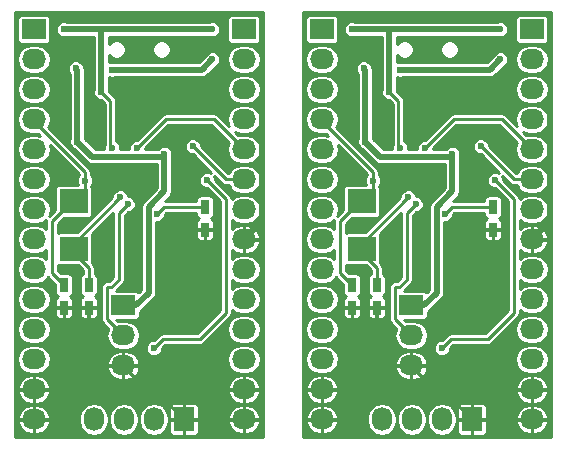
<source format=gbl>
G04 #@! TF.FileFunction,Copper,L2,Bot,Signal*
%FSLAX46Y46*%
G04 Gerber Fmt 4.6, Leading zero omitted, Abs format (unit mm)*
G04 Created by KiCad (PCBNEW 4.0.2+dfsg1-stable) date So 12. marec 2016, 22:26:04 CET*
%MOMM*%
G01*
G04 APERTURE LIST*
%ADD10C,0.100000*%
%ADD11R,0.750000X1.200000*%
%ADD12R,2.032000X1.727200*%
%ADD13O,2.032000X1.727200*%
%ADD14R,1.727200X2.032000*%
%ADD15O,1.727200X2.032000*%
%ADD16R,2.400000X2.000000*%
%ADD17C,0.600000*%
%ADD18C,0.300000*%
%ADD19C,0.250000*%
%ADD20C,0.500000*%
%ADD21C,0.400000*%
%ADD22C,0.254000*%
G04 APERTURE END LIST*
D10*
D11*
X136715500Y-125791000D03*
X136715500Y-123891000D03*
X134620000Y-125791000D03*
X134620000Y-123891000D03*
X146558000Y-119187000D03*
X146558000Y-117287000D03*
D12*
X132080000Y-102235000D03*
D13*
X132080000Y-104775000D03*
X132080000Y-107315000D03*
X132080000Y-109855000D03*
X132080000Y-112395000D03*
X132080000Y-114935000D03*
X132080000Y-117475000D03*
X132080000Y-120015000D03*
X132080000Y-122555000D03*
X132080000Y-125095000D03*
X132080000Y-127635000D03*
X132080000Y-130175000D03*
X132080000Y-132715000D03*
X132080000Y-135255000D03*
D14*
X144780000Y-135255000D03*
D15*
X142240000Y-135255000D03*
X139700000Y-135255000D03*
X137160000Y-135255000D03*
D12*
X149860000Y-102235000D03*
D13*
X149860000Y-104775000D03*
X149860000Y-107315000D03*
X149860000Y-109855000D03*
X149860000Y-112395000D03*
X149860000Y-114935000D03*
X149860000Y-117475000D03*
X149860000Y-120015000D03*
X149860000Y-122555000D03*
X149860000Y-125095000D03*
X149860000Y-127635000D03*
X149860000Y-130175000D03*
X149860000Y-132715000D03*
X149860000Y-135255000D03*
D12*
X139636500Y-125603000D03*
D13*
X139636500Y-128143000D03*
X139636500Y-130683000D03*
D16*
X135445500Y-116808500D03*
X135445500Y-120808500D03*
D11*
X136715500Y-125791000D03*
X136715500Y-123891000D03*
X134620000Y-125791000D03*
X134620000Y-123891000D03*
X146558000Y-119187000D03*
X146558000Y-117287000D03*
D12*
X132080000Y-102235000D03*
D13*
X132080000Y-104775000D03*
X132080000Y-107315000D03*
X132080000Y-109855000D03*
X132080000Y-112395000D03*
X132080000Y-114935000D03*
X132080000Y-117475000D03*
X132080000Y-120015000D03*
X132080000Y-122555000D03*
X132080000Y-125095000D03*
X132080000Y-127635000D03*
X132080000Y-130175000D03*
X132080000Y-132715000D03*
X132080000Y-135255000D03*
D14*
X144780000Y-135255000D03*
D15*
X142240000Y-135255000D03*
X139700000Y-135255000D03*
X137160000Y-135255000D03*
D12*
X149860000Y-102235000D03*
D13*
X149860000Y-104775000D03*
X149860000Y-107315000D03*
X149860000Y-109855000D03*
X149860000Y-112395000D03*
X149860000Y-114935000D03*
X149860000Y-117475000D03*
X149860000Y-120015000D03*
X149860000Y-122555000D03*
X149860000Y-125095000D03*
X149860000Y-127635000D03*
X149860000Y-130175000D03*
X149860000Y-132715000D03*
X149860000Y-135255000D03*
D12*
X139636500Y-125603000D03*
D13*
X139636500Y-128143000D03*
X139636500Y-130683000D03*
D16*
X135445500Y-116808500D03*
X135445500Y-120808500D03*
D11*
X161099500Y-125791000D03*
X161099500Y-123891000D03*
X159004000Y-125791000D03*
X159004000Y-123891000D03*
X170942000Y-119187000D03*
X170942000Y-117287000D03*
D12*
X156464000Y-102235000D03*
D13*
X156464000Y-104775000D03*
X156464000Y-107315000D03*
X156464000Y-109855000D03*
X156464000Y-112395000D03*
X156464000Y-114935000D03*
X156464000Y-117475000D03*
X156464000Y-120015000D03*
X156464000Y-122555000D03*
X156464000Y-125095000D03*
X156464000Y-127635000D03*
X156464000Y-130175000D03*
X156464000Y-132715000D03*
X156464000Y-135255000D03*
D14*
X169164000Y-135255000D03*
D15*
X166624000Y-135255000D03*
X164084000Y-135255000D03*
X161544000Y-135255000D03*
D12*
X174244000Y-102235000D03*
D13*
X174244000Y-104775000D03*
X174244000Y-107315000D03*
X174244000Y-109855000D03*
X174244000Y-112395000D03*
X174244000Y-114935000D03*
X174244000Y-117475000D03*
X174244000Y-120015000D03*
X174244000Y-122555000D03*
X174244000Y-125095000D03*
X174244000Y-127635000D03*
X174244000Y-130175000D03*
X174244000Y-132715000D03*
X174244000Y-135255000D03*
D12*
X164020500Y-125603000D03*
D13*
X164020500Y-128143000D03*
X164020500Y-130683000D03*
D16*
X159829500Y-116808500D03*
X159829500Y-120808500D03*
D17*
X140716000Y-106680000D03*
X142621000Y-118872000D03*
X140716000Y-106680000D03*
X142621000Y-118872000D03*
X165100000Y-106680000D03*
X167005000Y-118872000D03*
X139382500Y-116459000D03*
X139382500Y-116459000D03*
X163766500Y-116459000D03*
X136398000Y-115062000D03*
X136398000Y-115062000D03*
X160782000Y-115062000D03*
X138684000Y-112268000D03*
X137795000Y-107569000D03*
X147193000Y-102235000D03*
X134620000Y-102235000D03*
X138684000Y-112268000D03*
X137795000Y-107569000D03*
X147193000Y-102235000D03*
X134620000Y-102235000D03*
X163068000Y-112268000D03*
X162179000Y-107569000D03*
X171577000Y-102235000D03*
X159004000Y-102235000D03*
X142494000Y-117856000D03*
X143129000Y-112776000D03*
X135763000Y-111760000D03*
X135636000Y-105537000D03*
X147193000Y-104775000D03*
X138684000Y-105664000D03*
X142494000Y-117856000D03*
X143129000Y-112776000D03*
X135763000Y-111760000D03*
X135636000Y-105537000D03*
X147193000Y-104775000D03*
X138684000Y-105664000D03*
X166878000Y-117856000D03*
X167513000Y-112776000D03*
X160147000Y-111760000D03*
X160020000Y-105537000D03*
X171577000Y-104775000D03*
X163068000Y-105664000D03*
X140017500Y-117030500D03*
X140017500Y-117030500D03*
X164401500Y-117030500D03*
X146748500Y-114998500D03*
X142240000Y-129222500D03*
X146748500Y-114998500D03*
X142240000Y-129222500D03*
X171132500Y-114998500D03*
X166624000Y-129222500D03*
X140843000Y-112268000D03*
X140843000Y-112268000D03*
X165227000Y-112268000D03*
X145542000Y-112141000D03*
X145542000Y-112141000D03*
X169926000Y-112141000D03*
D18*
X148209000Y-106553000D02*
X148666200Y-106553000D01*
X148666200Y-106553000D02*
X149148800Y-106070400D01*
X149148800Y-106070400D02*
X150876000Y-106070400D01*
X150876000Y-106070400D02*
X151384000Y-106578400D01*
X151384000Y-106578400D02*
X151384000Y-108610400D01*
X148209000Y-106553000D02*
X148209000Y-107772200D01*
X149047200Y-108610400D02*
X151384000Y-108610400D01*
X148209000Y-107772200D02*
X149047200Y-108610400D01*
D19*
X136715500Y-125791000D02*
X134620000Y-125791000D01*
X134620000Y-125791000D02*
X134620000Y-132715000D01*
X138430000Y-130683000D02*
X139573000Y-130683000D01*
X143129000Y-133604000D02*
X144780000Y-135255000D01*
X142494000Y-133604000D02*
X143129000Y-133604000D01*
X139573000Y-130683000D02*
X142494000Y-133604000D01*
X138430000Y-130683000D02*
X136652000Y-130683000D01*
X134620000Y-132715000D02*
X132080000Y-132715000D01*
X136652000Y-130683000D02*
X134620000Y-132715000D01*
D20*
X151384000Y-118491000D02*
X149860000Y-120015000D01*
X151384000Y-108610400D02*
X151384000Y-118491000D01*
X140843000Y-106553000D02*
X148209000Y-106553000D01*
D21*
X140716000Y-106680000D02*
X140843000Y-106553000D01*
D19*
X142936000Y-119187000D02*
X146558000Y-119187000D01*
X142621000Y-118872000D02*
X142936000Y-119187000D01*
D18*
X148209000Y-106553000D02*
X148666200Y-106553000D01*
X148666200Y-106553000D02*
X149148800Y-106070400D01*
X149148800Y-106070400D02*
X150876000Y-106070400D01*
X150876000Y-106070400D02*
X151384000Y-106578400D01*
X151384000Y-106578400D02*
X151384000Y-108610400D01*
X148209000Y-106553000D02*
X148209000Y-107772200D01*
X149047200Y-108610400D02*
X151384000Y-108610400D01*
X148209000Y-107772200D02*
X149047200Y-108610400D01*
D19*
X136715500Y-125791000D02*
X134620000Y-125791000D01*
X134620000Y-125791000D02*
X134620000Y-132715000D01*
X138430000Y-130683000D02*
X139573000Y-130683000D01*
X143129000Y-133604000D02*
X144780000Y-135255000D01*
X142494000Y-133604000D02*
X143129000Y-133604000D01*
X139573000Y-130683000D02*
X142494000Y-133604000D01*
X138430000Y-130683000D02*
X136652000Y-130683000D01*
X134620000Y-132715000D02*
X132080000Y-132715000D01*
X136652000Y-130683000D02*
X134620000Y-132715000D01*
D20*
X151384000Y-118491000D02*
X149860000Y-120015000D01*
X151384000Y-108610400D02*
X151384000Y-118491000D01*
X140843000Y-106553000D02*
X148209000Y-106553000D01*
D21*
X140716000Y-106680000D02*
X140843000Y-106553000D01*
D19*
X142936000Y-119187000D02*
X146558000Y-119187000D01*
X142621000Y-118872000D02*
X142936000Y-119187000D01*
D18*
X172593000Y-106553000D02*
X173050200Y-106553000D01*
X173050200Y-106553000D02*
X173532800Y-106070400D01*
X173532800Y-106070400D02*
X175260000Y-106070400D01*
X175260000Y-106070400D02*
X175768000Y-106578400D01*
X175768000Y-106578400D02*
X175768000Y-108610400D01*
X172593000Y-106553000D02*
X172593000Y-107772200D01*
X173431200Y-108610400D02*
X175768000Y-108610400D01*
X172593000Y-107772200D02*
X173431200Y-108610400D01*
D19*
X161099500Y-125791000D02*
X159004000Y-125791000D01*
X159004000Y-125791000D02*
X159004000Y-132715000D01*
X162814000Y-130683000D02*
X163957000Y-130683000D01*
X167513000Y-133604000D02*
X169164000Y-135255000D01*
X166878000Y-133604000D02*
X167513000Y-133604000D01*
X163957000Y-130683000D02*
X166878000Y-133604000D01*
X162814000Y-130683000D02*
X161036000Y-130683000D01*
X159004000Y-132715000D02*
X156464000Y-132715000D01*
X161036000Y-130683000D02*
X159004000Y-132715000D01*
D20*
X175768000Y-118491000D02*
X174244000Y-120015000D01*
X175768000Y-108610400D02*
X175768000Y-118491000D01*
X165227000Y-106553000D02*
X172593000Y-106553000D01*
D21*
X165100000Y-106680000D02*
X165227000Y-106553000D01*
D19*
X167320000Y-119187000D02*
X170942000Y-119187000D01*
X167005000Y-118872000D02*
X167320000Y-119187000D01*
X135445500Y-120808500D02*
X135445500Y-121158000D01*
X135445500Y-121158000D02*
X136715500Y-122428000D01*
X136715500Y-122428000D02*
X136715500Y-123891000D01*
X139382500Y-116459000D02*
X135445500Y-120396000D01*
X135445500Y-120396000D02*
X135445500Y-120808500D01*
X135445500Y-120808500D02*
X135445500Y-121158000D01*
X135445500Y-121158000D02*
X136715500Y-122428000D01*
X136715500Y-122428000D02*
X136715500Y-123891000D01*
X139382500Y-116459000D02*
X135445500Y-120396000D01*
X135445500Y-120396000D02*
X135445500Y-120808500D01*
X159829500Y-120808500D02*
X159829500Y-121158000D01*
X159829500Y-121158000D02*
X161099500Y-122428000D01*
X161099500Y-122428000D02*
X161099500Y-123891000D01*
X163766500Y-116459000D02*
X159829500Y-120396000D01*
X159829500Y-120396000D02*
X159829500Y-120808500D01*
X135445500Y-116808500D02*
X135286500Y-116808500D01*
X135286500Y-116808500D02*
X133604000Y-118491000D01*
X133604000Y-118491000D02*
X133604000Y-122875000D01*
X133604000Y-122875000D02*
X134620000Y-123891000D01*
X136398000Y-115062000D02*
X136398000Y-116300500D01*
X132080000Y-109855000D02*
X132080000Y-109982000D01*
X132080000Y-109982000D02*
X136398000Y-114300000D01*
X136398000Y-114300000D02*
X136398000Y-115062000D01*
X132080000Y-109855000D02*
X132334000Y-109855000D01*
X135445500Y-116808500D02*
X135286500Y-116808500D01*
X135286500Y-116808500D02*
X133604000Y-118491000D01*
X133604000Y-118491000D02*
X133604000Y-122875000D01*
X133604000Y-122875000D02*
X134620000Y-123891000D01*
X136398000Y-115062000D02*
X136398000Y-116300500D01*
X132080000Y-109855000D02*
X132080000Y-109982000D01*
X132080000Y-109982000D02*
X136398000Y-114300000D01*
X136398000Y-114300000D02*
X136398000Y-115062000D01*
X132080000Y-109855000D02*
X132334000Y-109855000D01*
X159829500Y-116808500D02*
X159670500Y-116808500D01*
X159670500Y-116808500D02*
X157988000Y-118491000D01*
X157988000Y-118491000D02*
X157988000Y-122875000D01*
X157988000Y-122875000D02*
X159004000Y-123891000D01*
X160782000Y-115062000D02*
X160782000Y-116300500D01*
X156464000Y-109855000D02*
X156464000Y-109982000D01*
X156464000Y-109982000D02*
X160782000Y-114300000D01*
X160782000Y-114300000D02*
X160782000Y-115062000D01*
X156464000Y-109855000D02*
X156718000Y-109855000D01*
X138684000Y-112268000D02*
X138557000Y-112141000D01*
X138557000Y-112141000D02*
X138557000Y-108331000D01*
X138557000Y-108331000D02*
X137795000Y-107569000D01*
D20*
X137795000Y-107569000D02*
X137795000Y-102235000D01*
X147193000Y-102235000D02*
X137795000Y-102235000D01*
X137795000Y-102235000D02*
X134620000Y-102235000D01*
D19*
X138684000Y-112268000D02*
X138557000Y-112141000D01*
X138557000Y-112141000D02*
X138557000Y-108331000D01*
X138557000Y-108331000D02*
X137795000Y-107569000D01*
D20*
X137795000Y-107569000D02*
X137795000Y-102235000D01*
X147193000Y-102235000D02*
X137795000Y-102235000D01*
X137795000Y-102235000D02*
X134620000Y-102235000D01*
D19*
X163068000Y-112268000D02*
X162941000Y-112141000D01*
X162941000Y-112141000D02*
X162941000Y-108331000D01*
X162941000Y-108331000D02*
X162179000Y-107569000D01*
D20*
X162179000Y-107569000D02*
X162179000Y-102235000D01*
X171577000Y-102235000D02*
X162179000Y-102235000D01*
X162179000Y-102235000D02*
X159004000Y-102235000D01*
X143129000Y-112776000D02*
X143129000Y-115951000D01*
X140716000Y-125603000D02*
X139636500Y-125603000D01*
X141795500Y-124523500D02*
X140716000Y-125603000D01*
X141795500Y-117284500D02*
X141795500Y-124523500D01*
X143129000Y-115951000D02*
X141795500Y-117284500D01*
D19*
X143063000Y-117287000D02*
X146558000Y-117287000D01*
X142494000Y-117856000D02*
X143063000Y-117287000D01*
D20*
X137033000Y-113030000D02*
X135763000Y-111760000D01*
X142875000Y-113030000D02*
X137033000Y-113030000D01*
D21*
X143129000Y-112776000D02*
X142875000Y-113030000D01*
D20*
X135763000Y-105664000D02*
X135763000Y-111760000D01*
D21*
X135636000Y-105537000D02*
X135763000Y-105664000D01*
X132080000Y-104775000D02*
X131699000Y-104775000D01*
X149860000Y-104775000D02*
X150495000Y-104775000D01*
D20*
X147193000Y-104775000D02*
X146304000Y-105664000D01*
X146304000Y-105664000D02*
X138684000Y-105664000D01*
X143129000Y-112776000D02*
X143129000Y-115951000D01*
X140716000Y-125603000D02*
X139636500Y-125603000D01*
X141795500Y-124523500D02*
X140716000Y-125603000D01*
X141795500Y-117284500D02*
X141795500Y-124523500D01*
X143129000Y-115951000D02*
X141795500Y-117284500D01*
D19*
X143063000Y-117287000D02*
X146558000Y-117287000D01*
X142494000Y-117856000D02*
X143063000Y-117287000D01*
D20*
X137033000Y-113030000D02*
X135763000Y-111760000D01*
X142875000Y-113030000D02*
X137033000Y-113030000D01*
D21*
X143129000Y-112776000D02*
X142875000Y-113030000D01*
D20*
X135763000Y-105664000D02*
X135763000Y-111760000D01*
D21*
X135636000Y-105537000D02*
X135763000Y-105664000D01*
X132080000Y-104775000D02*
X131699000Y-104775000D01*
X149860000Y-104775000D02*
X150495000Y-104775000D01*
D20*
X147193000Y-104775000D02*
X146304000Y-105664000D01*
X146304000Y-105664000D02*
X138684000Y-105664000D01*
X167513000Y-112776000D02*
X167513000Y-115951000D01*
X165100000Y-125603000D02*
X164020500Y-125603000D01*
X166179500Y-124523500D02*
X165100000Y-125603000D01*
X166179500Y-117284500D02*
X166179500Y-124523500D01*
X167513000Y-115951000D02*
X166179500Y-117284500D01*
D19*
X167447000Y-117287000D02*
X170942000Y-117287000D01*
X166878000Y-117856000D02*
X167447000Y-117287000D01*
D20*
X161417000Y-113030000D02*
X160147000Y-111760000D01*
X167259000Y-113030000D02*
X161417000Y-113030000D01*
D21*
X167513000Y-112776000D02*
X167259000Y-113030000D01*
D20*
X160147000Y-105664000D02*
X160147000Y-111760000D01*
D21*
X160020000Y-105537000D02*
X160147000Y-105664000D01*
X156464000Y-104775000D02*
X156083000Y-104775000D01*
X174244000Y-104775000D02*
X174879000Y-104775000D01*
D20*
X171577000Y-104775000D02*
X170688000Y-105664000D01*
X170688000Y-105664000D02*
X163068000Y-105664000D01*
D19*
X138239500Y-124079000D02*
X138239500Y-126746000D01*
X139255500Y-117792500D02*
X140017500Y-117030500D01*
X139255500Y-123444000D02*
X139255500Y-117792500D01*
X138620500Y-124079000D02*
X139255500Y-123444000D01*
X138239500Y-124079000D02*
X138620500Y-124079000D01*
X138239500Y-126746000D02*
X139636500Y-128143000D01*
X138239500Y-124079000D02*
X138239500Y-126746000D01*
X139255500Y-117792500D02*
X140017500Y-117030500D01*
X139255500Y-123444000D02*
X139255500Y-117792500D01*
X138620500Y-124079000D02*
X139255500Y-123444000D01*
X138239500Y-124079000D02*
X138620500Y-124079000D01*
X138239500Y-126746000D02*
X139636500Y-128143000D01*
X162623500Y-124079000D02*
X162623500Y-126746000D01*
X163639500Y-117792500D02*
X164401500Y-117030500D01*
X163639500Y-123444000D02*
X163639500Y-117792500D01*
X163004500Y-124079000D02*
X163639500Y-123444000D01*
X162623500Y-124079000D02*
X163004500Y-124079000D01*
X162623500Y-126746000D02*
X164020500Y-128143000D01*
X148336000Y-116713000D02*
X148336000Y-116586000D01*
X148336000Y-116586000D02*
X146748500Y-114998500D01*
X142240000Y-129222500D02*
X143002000Y-128460500D01*
X143002000Y-128460500D02*
X146113500Y-128460500D01*
X146113500Y-128460500D02*
X148336000Y-126238000D01*
X148336000Y-126238000D02*
X148336000Y-116713000D01*
X148336000Y-116713000D02*
X148336000Y-116649500D01*
X148336000Y-116713000D02*
X148336000Y-116586000D01*
X148336000Y-116586000D02*
X146748500Y-114998500D01*
X142240000Y-129222500D02*
X143002000Y-128460500D01*
X143002000Y-128460500D02*
X146113500Y-128460500D01*
X146113500Y-128460500D02*
X148336000Y-126238000D01*
X148336000Y-126238000D02*
X148336000Y-116713000D01*
X148336000Y-116713000D02*
X148336000Y-116649500D01*
X172720000Y-116713000D02*
X172720000Y-116586000D01*
X172720000Y-116586000D02*
X171132500Y-114998500D01*
X166624000Y-129222500D02*
X167386000Y-128460500D01*
X167386000Y-128460500D02*
X170497500Y-128460500D01*
X170497500Y-128460500D02*
X172720000Y-126238000D01*
X172720000Y-126238000D02*
X172720000Y-116713000D01*
X172720000Y-116713000D02*
X172720000Y-116649500D01*
X140843000Y-112268000D02*
X143256000Y-109855000D01*
X143256000Y-109855000D02*
X147320000Y-109855000D01*
X147320000Y-109855000D02*
X149860000Y-112395000D01*
X140843000Y-112268000D02*
X143256000Y-109855000D01*
X143256000Y-109855000D02*
X147320000Y-109855000D01*
X147320000Y-109855000D02*
X149860000Y-112395000D01*
X165227000Y-112268000D02*
X167640000Y-109855000D01*
X167640000Y-109855000D02*
X171704000Y-109855000D01*
X171704000Y-109855000D02*
X174244000Y-112395000D01*
X145542000Y-112141000D02*
X148336000Y-114935000D01*
X148336000Y-114935000D02*
X149860000Y-114935000D01*
X145542000Y-112141000D02*
X148336000Y-114935000D01*
X148336000Y-114935000D02*
X149860000Y-114935000D01*
X169926000Y-112141000D02*
X172720000Y-114935000D01*
X172720000Y-114935000D02*
X174244000Y-114935000D01*
D22*
G36*
X151465000Y-136733000D02*
X130475000Y-136733000D01*
X130475000Y-135471756D01*
X130706082Y-135471756D01*
X130772634Y-135708508D01*
X131034100Y-136115973D01*
X131431594Y-136392363D01*
X131904600Y-136495600D01*
X132057000Y-136495600D01*
X132057000Y-135278000D01*
X132103000Y-135278000D01*
X132103000Y-136495600D01*
X132255400Y-136495600D01*
X132728406Y-136392363D01*
X133125900Y-136115973D01*
X133387366Y-135708508D01*
X133453918Y-135471756D01*
X133378519Y-135278000D01*
X132103000Y-135278000D01*
X132057000Y-135278000D01*
X130781481Y-135278000D01*
X130706082Y-135471756D01*
X130475000Y-135471756D01*
X130475000Y-135038244D01*
X130706082Y-135038244D01*
X130781481Y-135232000D01*
X132057000Y-135232000D01*
X132057000Y-134014400D01*
X132103000Y-134014400D01*
X132103000Y-135232000D01*
X133378519Y-135232000D01*
X133439493Y-135075310D01*
X135919400Y-135075310D01*
X135919400Y-135434690D01*
X136013835Y-135909447D01*
X136282763Y-136311927D01*
X136685243Y-136580855D01*
X137160000Y-136675290D01*
X137634757Y-136580855D01*
X138037237Y-136311927D01*
X138306165Y-135909447D01*
X138400600Y-135434690D01*
X138400600Y-135075310D01*
X138459400Y-135075310D01*
X138459400Y-135434690D01*
X138553835Y-135909447D01*
X138822763Y-136311927D01*
X139225243Y-136580855D01*
X139700000Y-136675290D01*
X140174757Y-136580855D01*
X140577237Y-136311927D01*
X140846165Y-135909447D01*
X140940600Y-135434690D01*
X140940600Y-135075310D01*
X140999400Y-135075310D01*
X140999400Y-135434690D01*
X141093835Y-135909447D01*
X141362763Y-136311927D01*
X141765243Y-136580855D01*
X142240000Y-136675290D01*
X142714757Y-136580855D01*
X143117237Y-136311927D01*
X143386165Y-135909447D01*
X143480600Y-135434690D01*
X143480600Y-135372250D01*
X143539400Y-135372250D01*
X143539400Y-136345990D01*
X143596795Y-136484553D01*
X143702847Y-136590605D01*
X143841410Y-136648000D01*
X144662750Y-136648000D01*
X144757000Y-136553750D01*
X144757000Y-135278000D01*
X144803000Y-135278000D01*
X144803000Y-136553750D01*
X144897250Y-136648000D01*
X145718590Y-136648000D01*
X145857153Y-136590605D01*
X145963205Y-136484553D01*
X146020600Y-136345990D01*
X146020600Y-135471756D01*
X148486082Y-135471756D01*
X148552634Y-135708508D01*
X148814100Y-136115973D01*
X149211594Y-136392363D01*
X149684600Y-136495600D01*
X149837000Y-136495600D01*
X149837000Y-135278000D01*
X149883000Y-135278000D01*
X149883000Y-136495600D01*
X150035400Y-136495600D01*
X150508406Y-136392363D01*
X150905900Y-136115973D01*
X151167366Y-135708508D01*
X151233918Y-135471756D01*
X151158519Y-135278000D01*
X149883000Y-135278000D01*
X149837000Y-135278000D01*
X148561481Y-135278000D01*
X148486082Y-135471756D01*
X146020600Y-135471756D01*
X146020600Y-135372250D01*
X145926350Y-135278000D01*
X144803000Y-135278000D01*
X144757000Y-135278000D01*
X143633650Y-135278000D01*
X143539400Y-135372250D01*
X143480600Y-135372250D01*
X143480600Y-135075310D01*
X143386165Y-134600553D01*
X143117237Y-134198073D01*
X143066259Y-134164010D01*
X143539400Y-134164010D01*
X143539400Y-135137750D01*
X143633650Y-135232000D01*
X144757000Y-135232000D01*
X144757000Y-133956250D01*
X144803000Y-133956250D01*
X144803000Y-135232000D01*
X145926350Y-135232000D01*
X146020600Y-135137750D01*
X146020600Y-135038244D01*
X148486082Y-135038244D01*
X148561481Y-135232000D01*
X149837000Y-135232000D01*
X149837000Y-134014400D01*
X149883000Y-134014400D01*
X149883000Y-135232000D01*
X151158519Y-135232000D01*
X151233918Y-135038244D01*
X151167366Y-134801492D01*
X150905900Y-134394027D01*
X150508406Y-134117637D01*
X150035400Y-134014400D01*
X149883000Y-134014400D01*
X149837000Y-134014400D01*
X149684600Y-134014400D01*
X149211594Y-134117637D01*
X148814100Y-134394027D01*
X148552634Y-134801492D01*
X148486082Y-135038244D01*
X146020600Y-135038244D01*
X146020600Y-134164010D01*
X145963205Y-134025447D01*
X145857153Y-133919395D01*
X145718590Y-133862000D01*
X144897250Y-133862000D01*
X144803000Y-133956250D01*
X144757000Y-133956250D01*
X144662750Y-133862000D01*
X143841410Y-133862000D01*
X143702847Y-133919395D01*
X143596795Y-134025447D01*
X143539400Y-134164010D01*
X143066259Y-134164010D01*
X142714757Y-133929145D01*
X142240000Y-133834710D01*
X141765243Y-133929145D01*
X141362763Y-134198073D01*
X141093835Y-134600553D01*
X140999400Y-135075310D01*
X140940600Y-135075310D01*
X140846165Y-134600553D01*
X140577237Y-134198073D01*
X140174757Y-133929145D01*
X139700000Y-133834710D01*
X139225243Y-133929145D01*
X138822763Y-134198073D01*
X138553835Y-134600553D01*
X138459400Y-135075310D01*
X138400600Y-135075310D01*
X138306165Y-134600553D01*
X138037237Y-134198073D01*
X137634757Y-133929145D01*
X137160000Y-133834710D01*
X136685243Y-133929145D01*
X136282763Y-134198073D01*
X136013835Y-134600553D01*
X135919400Y-135075310D01*
X133439493Y-135075310D01*
X133453918Y-135038244D01*
X133387366Y-134801492D01*
X133125900Y-134394027D01*
X132728406Y-134117637D01*
X132255400Y-134014400D01*
X132103000Y-134014400D01*
X132057000Y-134014400D01*
X131904600Y-134014400D01*
X131431594Y-134117637D01*
X131034100Y-134394027D01*
X130772634Y-134801492D01*
X130706082Y-135038244D01*
X130475000Y-135038244D01*
X130475000Y-132931756D01*
X130706082Y-132931756D01*
X130772634Y-133168508D01*
X131034100Y-133575973D01*
X131431594Y-133852363D01*
X131904600Y-133955600D01*
X132057000Y-133955600D01*
X132057000Y-132738000D01*
X132103000Y-132738000D01*
X132103000Y-133955600D01*
X132255400Y-133955600D01*
X132728406Y-133852363D01*
X133125900Y-133575973D01*
X133387366Y-133168508D01*
X133453918Y-132931756D01*
X148486082Y-132931756D01*
X148552634Y-133168508D01*
X148814100Y-133575973D01*
X149211594Y-133852363D01*
X149684600Y-133955600D01*
X149837000Y-133955600D01*
X149837000Y-132738000D01*
X149883000Y-132738000D01*
X149883000Y-133955600D01*
X150035400Y-133955600D01*
X150508406Y-133852363D01*
X150905900Y-133575973D01*
X151167366Y-133168508D01*
X151233918Y-132931756D01*
X151158519Y-132738000D01*
X149883000Y-132738000D01*
X149837000Y-132738000D01*
X148561481Y-132738000D01*
X148486082Y-132931756D01*
X133453918Y-132931756D01*
X133378519Y-132738000D01*
X132103000Y-132738000D01*
X132057000Y-132738000D01*
X130781481Y-132738000D01*
X130706082Y-132931756D01*
X130475000Y-132931756D01*
X130475000Y-132498244D01*
X130706082Y-132498244D01*
X130781481Y-132692000D01*
X132057000Y-132692000D01*
X132057000Y-131474400D01*
X132103000Y-131474400D01*
X132103000Y-132692000D01*
X133378519Y-132692000D01*
X133453918Y-132498244D01*
X148486082Y-132498244D01*
X148561481Y-132692000D01*
X149837000Y-132692000D01*
X149837000Y-131474400D01*
X149883000Y-131474400D01*
X149883000Y-132692000D01*
X151158519Y-132692000D01*
X151233918Y-132498244D01*
X151167366Y-132261492D01*
X150905900Y-131854027D01*
X150508406Y-131577637D01*
X150035400Y-131474400D01*
X149883000Y-131474400D01*
X149837000Y-131474400D01*
X149684600Y-131474400D01*
X149211594Y-131577637D01*
X148814100Y-131854027D01*
X148552634Y-132261492D01*
X148486082Y-132498244D01*
X133453918Y-132498244D01*
X133387366Y-132261492D01*
X133125900Y-131854027D01*
X132728406Y-131577637D01*
X132255400Y-131474400D01*
X132103000Y-131474400D01*
X132057000Y-131474400D01*
X131904600Y-131474400D01*
X131431594Y-131577637D01*
X131034100Y-131854027D01*
X130772634Y-132261492D01*
X130706082Y-132498244D01*
X130475000Y-132498244D01*
X130475000Y-130175000D01*
X130659710Y-130175000D01*
X130754145Y-130649757D01*
X131023073Y-131052237D01*
X131425553Y-131321165D01*
X131900310Y-131415600D01*
X132259690Y-131415600D01*
X132734447Y-131321165D01*
X133136927Y-131052237D01*
X133238811Y-130899756D01*
X138262582Y-130899756D01*
X138329134Y-131136508D01*
X138590600Y-131543973D01*
X138988094Y-131820363D01*
X139461100Y-131923600D01*
X139613500Y-131923600D01*
X139613500Y-130706000D01*
X139659500Y-130706000D01*
X139659500Y-131923600D01*
X139811900Y-131923600D01*
X140284906Y-131820363D01*
X140682400Y-131543973D01*
X140943866Y-131136508D01*
X141010418Y-130899756D01*
X140935019Y-130706000D01*
X139659500Y-130706000D01*
X139613500Y-130706000D01*
X138337981Y-130706000D01*
X138262582Y-130899756D01*
X133238811Y-130899756D01*
X133405855Y-130649757D01*
X133442357Y-130466244D01*
X138262582Y-130466244D01*
X138337981Y-130660000D01*
X139613500Y-130660000D01*
X139613500Y-129442400D01*
X139659500Y-129442400D01*
X139659500Y-130660000D01*
X140935019Y-130660000D01*
X141010418Y-130466244D01*
X140943866Y-130229492D01*
X140908900Y-130175000D01*
X148439710Y-130175000D01*
X148534145Y-130649757D01*
X148803073Y-131052237D01*
X149205553Y-131321165D01*
X149680310Y-131415600D01*
X150039690Y-131415600D01*
X150514447Y-131321165D01*
X150916927Y-131052237D01*
X151185855Y-130649757D01*
X151280290Y-130175000D01*
X151185855Y-129700243D01*
X150916927Y-129297763D01*
X150514447Y-129028835D01*
X150039690Y-128934400D01*
X149680310Y-128934400D01*
X149205553Y-129028835D01*
X148803073Y-129297763D01*
X148534145Y-129700243D01*
X148439710Y-130175000D01*
X140908900Y-130175000D01*
X140682400Y-129822027D01*
X140284906Y-129545637D01*
X139811900Y-129442400D01*
X139659500Y-129442400D01*
X139613500Y-129442400D01*
X139461100Y-129442400D01*
X138988094Y-129545637D01*
X138590600Y-129822027D01*
X138329134Y-130229492D01*
X138262582Y-130466244D01*
X133442357Y-130466244D01*
X133500290Y-130175000D01*
X133405855Y-129700243D01*
X133136927Y-129297763D01*
X132734447Y-129028835D01*
X132259690Y-128934400D01*
X131900310Y-128934400D01*
X131425553Y-129028835D01*
X131023073Y-129297763D01*
X130754145Y-129700243D01*
X130659710Y-130175000D01*
X130475000Y-130175000D01*
X130475000Y-127635000D01*
X130659710Y-127635000D01*
X130754145Y-128109757D01*
X131023073Y-128512237D01*
X131425553Y-128781165D01*
X131900310Y-128875600D01*
X132259690Y-128875600D01*
X132734447Y-128781165D01*
X133136927Y-128512237D01*
X133405855Y-128109757D01*
X133500290Y-127635000D01*
X133405855Y-127160243D01*
X133136927Y-126757763D01*
X132734447Y-126488835D01*
X132259690Y-126394400D01*
X131900310Y-126394400D01*
X131425553Y-126488835D01*
X131023073Y-126757763D01*
X130754145Y-127160243D01*
X130659710Y-127635000D01*
X130475000Y-127635000D01*
X130475000Y-125095000D01*
X130659710Y-125095000D01*
X130754145Y-125569757D01*
X131023073Y-125972237D01*
X131425553Y-126241165D01*
X131900310Y-126335600D01*
X132259690Y-126335600D01*
X132734447Y-126241165D01*
X133136927Y-125972237D01*
X133179681Y-125908250D01*
X133868000Y-125908250D01*
X133868000Y-126465990D01*
X133925395Y-126604553D01*
X134031447Y-126710605D01*
X134170010Y-126768000D01*
X134502750Y-126768000D01*
X134597000Y-126673750D01*
X134597000Y-125814000D01*
X134643000Y-125814000D01*
X134643000Y-126673750D01*
X134737250Y-126768000D01*
X135069990Y-126768000D01*
X135208553Y-126710605D01*
X135314605Y-126604553D01*
X135372000Y-126465990D01*
X135372000Y-125908250D01*
X135963500Y-125908250D01*
X135963500Y-126465990D01*
X136020895Y-126604553D01*
X136126947Y-126710605D01*
X136265510Y-126768000D01*
X136598250Y-126768000D01*
X136692500Y-126673750D01*
X136692500Y-125814000D01*
X136738500Y-125814000D01*
X136738500Y-126673750D01*
X136832750Y-126768000D01*
X137165490Y-126768000D01*
X137304053Y-126710605D01*
X137410105Y-126604553D01*
X137467500Y-126465990D01*
X137467500Y-125908250D01*
X137373250Y-125814000D01*
X136738500Y-125814000D01*
X136692500Y-125814000D01*
X136057750Y-125814000D01*
X135963500Y-125908250D01*
X135372000Y-125908250D01*
X135277750Y-125814000D01*
X134643000Y-125814000D01*
X134597000Y-125814000D01*
X133962250Y-125814000D01*
X133868000Y-125908250D01*
X133179681Y-125908250D01*
X133405855Y-125569757D01*
X133500290Y-125095000D01*
X133405855Y-124620243D01*
X133136927Y-124217763D01*
X132734447Y-123948835D01*
X132259690Y-123854400D01*
X131900310Y-123854400D01*
X131425553Y-123948835D01*
X131023073Y-124217763D01*
X130754145Y-124620243D01*
X130659710Y-125095000D01*
X130475000Y-125095000D01*
X130475000Y-114935000D01*
X130659710Y-114935000D01*
X130754145Y-115409757D01*
X131023073Y-115812237D01*
X131425553Y-116081165D01*
X131900310Y-116175600D01*
X132259690Y-116175600D01*
X132734447Y-116081165D01*
X133136927Y-115812237D01*
X133405855Y-115409757D01*
X133500290Y-114935000D01*
X133405855Y-114460243D01*
X133136927Y-114057763D01*
X132734447Y-113788835D01*
X132259690Y-113694400D01*
X131900310Y-113694400D01*
X131425553Y-113788835D01*
X131023073Y-114057763D01*
X130754145Y-114460243D01*
X130659710Y-114935000D01*
X130475000Y-114935000D01*
X130475000Y-109855000D01*
X130659710Y-109855000D01*
X130754145Y-110329757D01*
X131023073Y-110732237D01*
X131425553Y-111001165D01*
X131900310Y-111095600D01*
X132259690Y-111095600D01*
X132446504Y-111058440D01*
X132612678Y-111224614D01*
X132259690Y-111154400D01*
X131900310Y-111154400D01*
X131425553Y-111248835D01*
X131023073Y-111517763D01*
X130754145Y-111920243D01*
X130659710Y-112395000D01*
X130754145Y-112869757D01*
X131023073Y-113272237D01*
X131425553Y-113541165D01*
X131900310Y-113635600D01*
X132259690Y-113635600D01*
X132734447Y-113541165D01*
X133136927Y-113272237D01*
X133405855Y-112869757D01*
X133500290Y-112395000D01*
X133430076Y-112042012D01*
X135896000Y-114507935D01*
X135896000Y-114606537D01*
X135824402Y-114678010D01*
X135721118Y-114926746D01*
X135720883Y-115196073D01*
X135815108Y-115424115D01*
X134245500Y-115424115D01*
X134105792Y-115450403D01*
X133977480Y-115532970D01*
X133891399Y-115658953D01*
X133861115Y-115808500D01*
X133861115Y-117523949D01*
X133346549Y-118038515D01*
X133405855Y-117949757D01*
X133500290Y-117475000D01*
X133405855Y-117000243D01*
X133136927Y-116597763D01*
X132734447Y-116328835D01*
X132259690Y-116234400D01*
X131900310Y-116234400D01*
X131425553Y-116328835D01*
X131023073Y-116597763D01*
X130754145Y-117000243D01*
X130659710Y-117475000D01*
X130754145Y-117949757D01*
X131023073Y-118352237D01*
X131425553Y-118621165D01*
X131900310Y-118715600D01*
X132259690Y-118715600D01*
X132734447Y-118621165D01*
X133128478Y-118357882D01*
X133101999Y-118491000D01*
X133102000Y-118491005D01*
X133102000Y-119114426D01*
X132734447Y-118868835D01*
X132259690Y-118774400D01*
X131900310Y-118774400D01*
X131425553Y-118868835D01*
X131023073Y-119137763D01*
X130754145Y-119540243D01*
X130659710Y-120015000D01*
X130754145Y-120489757D01*
X131023073Y-120892237D01*
X131425553Y-121161165D01*
X131900310Y-121255600D01*
X132259690Y-121255600D01*
X132734447Y-121161165D01*
X133102000Y-120915574D01*
X133102000Y-121654426D01*
X132734447Y-121408835D01*
X132259690Y-121314400D01*
X131900310Y-121314400D01*
X131425553Y-121408835D01*
X131023073Y-121677763D01*
X130754145Y-122080243D01*
X130659710Y-122555000D01*
X130754145Y-123029757D01*
X131023073Y-123432237D01*
X131425553Y-123701165D01*
X131900310Y-123795600D01*
X132259690Y-123795600D01*
X132734447Y-123701165D01*
X133136927Y-123432237D01*
X133262847Y-123243783D01*
X133860615Y-123841551D01*
X133860615Y-124491000D01*
X133886903Y-124630708D01*
X133969470Y-124759020D01*
X134095254Y-124844965D01*
X134031447Y-124871395D01*
X133925395Y-124977447D01*
X133868000Y-125116010D01*
X133868000Y-125673750D01*
X133962250Y-125768000D01*
X134597000Y-125768000D01*
X134597000Y-125748000D01*
X134643000Y-125748000D01*
X134643000Y-125768000D01*
X135277750Y-125768000D01*
X135372000Y-125673750D01*
X135372000Y-125116010D01*
X135314605Y-124977447D01*
X135208553Y-124871395D01*
X135142546Y-124844054D01*
X135263020Y-124766530D01*
X135349101Y-124640547D01*
X135379385Y-124491000D01*
X135379385Y-123291000D01*
X135353097Y-123151292D01*
X135270530Y-123022980D01*
X135144547Y-122936899D01*
X134995000Y-122906615D01*
X134345551Y-122906615D01*
X134106000Y-122667064D01*
X134106000Y-122164636D01*
X134245500Y-122192885D01*
X135770450Y-122192885D01*
X136213500Y-122635935D01*
X136213500Y-122930512D01*
X136200792Y-122932903D01*
X136072480Y-123015470D01*
X135986399Y-123141453D01*
X135956115Y-123291000D01*
X135956115Y-124491000D01*
X135982403Y-124630708D01*
X136064970Y-124759020D01*
X136190754Y-124844965D01*
X136126947Y-124871395D01*
X136020895Y-124977447D01*
X135963500Y-125116010D01*
X135963500Y-125673750D01*
X136057750Y-125768000D01*
X136692500Y-125768000D01*
X136692500Y-125748000D01*
X136738500Y-125748000D01*
X136738500Y-125768000D01*
X137373250Y-125768000D01*
X137467500Y-125673750D01*
X137467500Y-125116010D01*
X137410105Y-124977447D01*
X137304053Y-124871395D01*
X137238046Y-124844054D01*
X137358520Y-124766530D01*
X137444601Y-124640547D01*
X137474885Y-124491000D01*
X137474885Y-123291000D01*
X137448597Y-123151292D01*
X137366030Y-123022980D01*
X137240047Y-122936899D01*
X137217500Y-122932333D01*
X137217500Y-122428000D01*
X137179288Y-122235893D01*
X137179288Y-122235892D01*
X137130316Y-122162601D01*
X137070468Y-122073032D01*
X137070465Y-122073030D01*
X136981692Y-121984257D01*
X136999601Y-121958047D01*
X137029885Y-121808500D01*
X137029885Y-119808500D01*
X137003597Y-119668792D01*
X136956239Y-119595196D01*
X138753500Y-117797935D01*
X138753500Y-123236065D01*
X138412564Y-123577000D01*
X138239500Y-123577000D01*
X138047393Y-123615212D01*
X137884532Y-123724032D01*
X137775712Y-123886893D01*
X137737500Y-124079000D01*
X137737500Y-126745995D01*
X137737499Y-126746000D01*
X137775712Y-126938107D01*
X137884532Y-127100968D01*
X138367187Y-127583622D01*
X138310645Y-127668243D01*
X138216210Y-128143000D01*
X138310645Y-128617757D01*
X138579573Y-129020237D01*
X138982053Y-129289165D01*
X139456810Y-129383600D01*
X139816190Y-129383600D01*
X139952063Y-129356573D01*
X141562883Y-129356573D01*
X141665733Y-129605489D01*
X141856010Y-129796098D01*
X142104746Y-129899382D01*
X142374073Y-129899617D01*
X142622989Y-129796767D01*
X142813598Y-129606490D01*
X142916882Y-129357754D01*
X142916971Y-129255464D01*
X143209935Y-128962500D01*
X146113495Y-128962500D01*
X146113500Y-128962501D01*
X146305607Y-128924288D01*
X146468468Y-128815468D01*
X147648935Y-127635000D01*
X148439710Y-127635000D01*
X148534145Y-128109757D01*
X148803073Y-128512237D01*
X149205553Y-128781165D01*
X149680310Y-128875600D01*
X150039690Y-128875600D01*
X150514447Y-128781165D01*
X150916927Y-128512237D01*
X151185855Y-128109757D01*
X151280290Y-127635000D01*
X151185855Y-127160243D01*
X150916927Y-126757763D01*
X150514447Y-126488835D01*
X150039690Y-126394400D01*
X149680310Y-126394400D01*
X149205553Y-126488835D01*
X148803073Y-126757763D01*
X148534145Y-127160243D01*
X148439710Y-127635000D01*
X147648935Y-127635000D01*
X148690965Y-126592970D01*
X148690968Y-126592968D01*
X148799788Y-126430107D01*
X148838001Y-126238000D01*
X148838000Y-126237995D01*
X148838000Y-125995574D01*
X149205553Y-126241165D01*
X149680310Y-126335600D01*
X150039690Y-126335600D01*
X150514447Y-126241165D01*
X150916927Y-125972237D01*
X151185855Y-125569757D01*
X151280290Y-125095000D01*
X151185855Y-124620243D01*
X150916927Y-124217763D01*
X150514447Y-123948835D01*
X150039690Y-123854400D01*
X149680310Y-123854400D01*
X149205553Y-123948835D01*
X148838000Y-124194426D01*
X148838000Y-123455574D01*
X149205553Y-123701165D01*
X149680310Y-123795600D01*
X150039690Y-123795600D01*
X150514447Y-123701165D01*
X150916927Y-123432237D01*
X151185855Y-123029757D01*
X151280290Y-122555000D01*
X151185855Y-122080243D01*
X150916927Y-121677763D01*
X150514447Y-121408835D01*
X150039690Y-121314400D01*
X149680310Y-121314400D01*
X149205553Y-121408835D01*
X148838000Y-121654426D01*
X148838000Y-120892591D01*
X149211594Y-121152363D01*
X149684600Y-121255600D01*
X149837000Y-121255600D01*
X149837000Y-120038000D01*
X149883000Y-120038000D01*
X149883000Y-121255600D01*
X150035400Y-121255600D01*
X150508406Y-121152363D01*
X150905900Y-120875973D01*
X151167366Y-120468508D01*
X151233918Y-120231756D01*
X151158519Y-120038000D01*
X149883000Y-120038000D01*
X149837000Y-120038000D01*
X149817000Y-120038000D01*
X149817000Y-119992000D01*
X149837000Y-119992000D01*
X149837000Y-118774400D01*
X149883000Y-118774400D01*
X149883000Y-119992000D01*
X151158519Y-119992000D01*
X151233918Y-119798244D01*
X151167366Y-119561492D01*
X150905900Y-119154027D01*
X150508406Y-118877637D01*
X150035400Y-118774400D01*
X149883000Y-118774400D01*
X149837000Y-118774400D01*
X149684600Y-118774400D01*
X149211594Y-118877637D01*
X148838000Y-119137409D01*
X148838000Y-118375574D01*
X149205553Y-118621165D01*
X149680310Y-118715600D01*
X150039690Y-118715600D01*
X150514447Y-118621165D01*
X150916927Y-118352237D01*
X151185855Y-117949757D01*
X151280290Y-117475000D01*
X151185855Y-117000243D01*
X150916927Y-116597763D01*
X150514447Y-116328835D01*
X150039690Y-116234400D01*
X149680310Y-116234400D01*
X149205553Y-116328835D01*
X148835969Y-116575783D01*
X148799788Y-116393893D01*
X148690968Y-116231032D01*
X147425529Y-114965593D01*
X147425617Y-114864427D01*
X147334168Y-114643103D01*
X147981030Y-115289965D01*
X147981032Y-115289968D01*
X148118003Y-115381489D01*
X148143893Y-115398788D01*
X148336000Y-115437001D01*
X148336005Y-115437000D01*
X148552348Y-115437000D01*
X148803073Y-115812237D01*
X149205553Y-116081165D01*
X149680310Y-116175600D01*
X150039690Y-116175600D01*
X150514447Y-116081165D01*
X150916927Y-115812237D01*
X151185855Y-115409757D01*
X151280290Y-114935000D01*
X151185855Y-114460243D01*
X150916927Y-114057763D01*
X150514447Y-113788835D01*
X150039690Y-113694400D01*
X149680310Y-113694400D01*
X149205553Y-113788835D01*
X148803073Y-114057763D01*
X148552348Y-114433000D01*
X148543935Y-114433000D01*
X146219029Y-112108093D01*
X146219117Y-112006927D01*
X146116267Y-111758011D01*
X145925990Y-111567402D01*
X145677254Y-111464118D01*
X145407927Y-111463883D01*
X145159011Y-111566733D01*
X144968402Y-111757010D01*
X144865118Y-112005746D01*
X144864883Y-112275073D01*
X144967733Y-112523989D01*
X145158010Y-112714598D01*
X145406746Y-112817882D01*
X145509035Y-112817971D01*
X147104234Y-114413169D01*
X146883754Y-114321618D01*
X146614427Y-114321383D01*
X146365511Y-114424233D01*
X146174902Y-114614510D01*
X146071618Y-114863246D01*
X146071383Y-115132573D01*
X146174233Y-115381489D01*
X146364510Y-115572098D01*
X146613246Y-115675382D01*
X146715535Y-115675471D01*
X147834000Y-116793936D01*
X147834000Y-126030065D01*
X145905564Y-127958500D01*
X143002005Y-127958500D01*
X143002000Y-127958499D01*
X142809893Y-127996712D01*
X142647032Y-128105532D01*
X142647030Y-128105535D01*
X142207093Y-128545471D01*
X142105927Y-128545383D01*
X141857011Y-128648233D01*
X141666402Y-128838510D01*
X141563118Y-129087246D01*
X141562883Y-129356573D01*
X139952063Y-129356573D01*
X140290947Y-129289165D01*
X140693427Y-129020237D01*
X140962355Y-128617757D01*
X141056790Y-128143000D01*
X140962355Y-127668243D01*
X140693427Y-127265763D01*
X140290947Y-126996835D01*
X139816190Y-126902400D01*
X139456810Y-126902400D01*
X139164066Y-126960630D01*
X139054421Y-126850985D01*
X140652500Y-126850985D01*
X140792208Y-126824697D01*
X140920520Y-126742130D01*
X141006601Y-126616147D01*
X141036885Y-126466600D01*
X141036885Y-126128188D01*
X141159356Y-126046356D01*
X142238856Y-124966856D01*
X142374773Y-124763442D01*
X142422500Y-124523500D01*
X142422500Y-119304250D01*
X145806000Y-119304250D01*
X145806000Y-119861990D01*
X145863395Y-120000553D01*
X145969447Y-120106605D01*
X146108010Y-120164000D01*
X146440750Y-120164000D01*
X146535000Y-120069750D01*
X146535000Y-119210000D01*
X146581000Y-119210000D01*
X146581000Y-120069750D01*
X146675250Y-120164000D01*
X147007990Y-120164000D01*
X147146553Y-120106605D01*
X147252605Y-120000553D01*
X147310000Y-119861990D01*
X147310000Y-119304250D01*
X147215750Y-119210000D01*
X146581000Y-119210000D01*
X146535000Y-119210000D01*
X145900250Y-119210000D01*
X145806000Y-119304250D01*
X142422500Y-119304250D01*
X142422500Y-118532938D01*
X142628073Y-118533117D01*
X142876989Y-118430267D01*
X143067598Y-118239990D01*
X143170882Y-117991254D01*
X143170971Y-117888964D01*
X143270935Y-117789000D01*
X145798615Y-117789000D01*
X145798615Y-117887000D01*
X145824903Y-118026708D01*
X145907470Y-118155020D01*
X146033254Y-118240965D01*
X145969447Y-118267395D01*
X145863395Y-118373447D01*
X145806000Y-118512010D01*
X145806000Y-119069750D01*
X145900250Y-119164000D01*
X146535000Y-119164000D01*
X146535000Y-119144000D01*
X146581000Y-119144000D01*
X146581000Y-119164000D01*
X147215750Y-119164000D01*
X147310000Y-119069750D01*
X147310000Y-118512010D01*
X147252605Y-118373447D01*
X147146553Y-118267395D01*
X147080546Y-118240054D01*
X147201020Y-118162530D01*
X147287101Y-118036547D01*
X147317385Y-117887000D01*
X147317385Y-116687000D01*
X147291097Y-116547292D01*
X147208530Y-116418980D01*
X147082547Y-116332899D01*
X146933000Y-116302615D01*
X146183000Y-116302615D01*
X146043292Y-116328903D01*
X145914980Y-116411470D01*
X145828899Y-116537453D01*
X145798615Y-116687000D01*
X145798615Y-116785000D01*
X143181712Y-116785000D01*
X143572356Y-116394356D01*
X143708273Y-116190942D01*
X143756000Y-115951000D01*
X143756000Y-113031383D01*
X143805882Y-112911254D01*
X143806117Y-112641927D01*
X143703267Y-112393011D01*
X143512990Y-112202402D01*
X143264254Y-112099118D01*
X142994927Y-112098883D01*
X142746011Y-112201733D01*
X142555402Y-112392010D01*
X142550839Y-112403000D01*
X141519882Y-112403000D01*
X141519971Y-112300965D01*
X143463935Y-110357000D01*
X147112064Y-110357000D01*
X148590687Y-111835622D01*
X148534145Y-111920243D01*
X148439710Y-112395000D01*
X148534145Y-112869757D01*
X148803073Y-113272237D01*
X149205553Y-113541165D01*
X149680310Y-113635600D01*
X150039690Y-113635600D01*
X150514447Y-113541165D01*
X150916927Y-113272237D01*
X151185855Y-112869757D01*
X151280290Y-112395000D01*
X151185855Y-111920243D01*
X150916927Y-111517763D01*
X150514447Y-111248835D01*
X150039690Y-111154400D01*
X149680310Y-111154400D01*
X149387566Y-111212630D01*
X149116793Y-110941858D01*
X149205553Y-111001165D01*
X149680310Y-111095600D01*
X150039690Y-111095600D01*
X150514447Y-111001165D01*
X150916927Y-110732237D01*
X151185855Y-110329757D01*
X151280290Y-109855000D01*
X151185855Y-109380243D01*
X150916927Y-108977763D01*
X150514447Y-108708835D01*
X150039690Y-108614400D01*
X149680310Y-108614400D01*
X149205553Y-108708835D01*
X148803073Y-108977763D01*
X148534145Y-109380243D01*
X148439710Y-109855000D01*
X148534145Y-110329757D01*
X148593452Y-110418516D01*
X147674968Y-109500032D01*
X147512107Y-109391212D01*
X147320000Y-109352999D01*
X147319995Y-109353000D01*
X143256000Y-109353000D01*
X143063892Y-109391212D01*
X142998660Y-109434800D01*
X142901032Y-109500032D01*
X142901030Y-109500035D01*
X140810093Y-111590971D01*
X140708927Y-111590883D01*
X140460011Y-111693733D01*
X140269402Y-111884010D01*
X140166118Y-112132746D01*
X140165883Y-112402073D01*
X140166266Y-112403000D01*
X139360882Y-112403000D01*
X139361117Y-112133927D01*
X139258267Y-111885011D01*
X139067990Y-111694402D01*
X139059000Y-111690669D01*
X139059000Y-108331005D01*
X139059001Y-108331000D01*
X139020788Y-108138893D01*
X138911968Y-107976032D01*
X138911965Y-107976030D01*
X138472029Y-107536093D01*
X138472117Y-107434927D01*
X138422565Y-107315000D01*
X148439710Y-107315000D01*
X148534145Y-107789757D01*
X148803073Y-108192237D01*
X149205553Y-108461165D01*
X149680310Y-108555600D01*
X150039690Y-108555600D01*
X150514447Y-108461165D01*
X150916927Y-108192237D01*
X151185855Y-107789757D01*
X151280290Y-107315000D01*
X151185855Y-106840243D01*
X150916927Y-106437763D01*
X150514447Y-106168835D01*
X150039690Y-106074400D01*
X149680310Y-106074400D01*
X149205553Y-106168835D01*
X148803073Y-106437763D01*
X148534145Y-106840243D01*
X148439710Y-107315000D01*
X138422565Y-107315000D01*
X138422000Y-107313635D01*
X138422000Y-106288253D01*
X138548746Y-106340882D01*
X138818073Y-106341117D01*
X138939365Y-106291000D01*
X146304000Y-106291000D01*
X146543943Y-106243272D01*
X146747356Y-106107356D01*
X147455773Y-105398939D01*
X147575989Y-105349267D01*
X147766598Y-105158990D01*
X147869882Y-104910254D01*
X147870000Y-104775000D01*
X148439710Y-104775000D01*
X148534145Y-105249757D01*
X148803073Y-105652237D01*
X149205553Y-105921165D01*
X149680310Y-106015600D01*
X150039690Y-106015600D01*
X150514447Y-105921165D01*
X150916927Y-105652237D01*
X151185855Y-105249757D01*
X151280290Y-104775000D01*
X151185855Y-104300243D01*
X150916927Y-103897763D01*
X150514447Y-103628835D01*
X150039690Y-103534400D01*
X149680310Y-103534400D01*
X149205553Y-103628835D01*
X148803073Y-103897763D01*
X148534145Y-104300243D01*
X148439710Y-104775000D01*
X147870000Y-104775000D01*
X147870117Y-104640927D01*
X147767267Y-104392011D01*
X147576990Y-104201402D01*
X147328254Y-104098118D01*
X147058927Y-104097883D01*
X146810011Y-104200733D01*
X146619402Y-104391010D01*
X146569074Y-104512214D01*
X146044288Y-105037000D01*
X138939383Y-105037000D01*
X138819254Y-104987118D01*
X138549927Y-104986883D01*
X138422000Y-105039741D01*
X138422000Y-104380671D01*
X138629290Y-104588324D01*
X138914767Y-104706865D01*
X139223877Y-104707134D01*
X139509560Y-104589092D01*
X139728324Y-104370710D01*
X139846865Y-104085233D01*
X139846866Y-104083877D01*
X142092866Y-104083877D01*
X142210908Y-104369560D01*
X142429290Y-104588324D01*
X142714767Y-104706865D01*
X143023877Y-104707134D01*
X143309560Y-104589092D01*
X143528324Y-104370710D01*
X143646865Y-104085233D01*
X143647134Y-103776123D01*
X143529092Y-103490440D01*
X143310710Y-103271676D01*
X143025233Y-103153135D01*
X142716123Y-103152866D01*
X142430440Y-103270908D01*
X142211676Y-103489290D01*
X142093135Y-103774767D01*
X142092866Y-104083877D01*
X139846866Y-104083877D01*
X139847134Y-103776123D01*
X139729092Y-103490440D01*
X139510710Y-103271676D01*
X139225233Y-103153135D01*
X138916123Y-103152866D01*
X138630440Y-103270908D01*
X138422000Y-103478984D01*
X138422000Y-102862000D01*
X146937617Y-102862000D01*
X147057746Y-102911882D01*
X147327073Y-102912117D01*
X147575989Y-102809267D01*
X147766598Y-102618990D01*
X147869882Y-102370254D01*
X147870117Y-102100927D01*
X147767267Y-101852011D01*
X147576990Y-101661402D01*
X147328254Y-101558118D01*
X147058927Y-101557883D01*
X146937635Y-101608000D01*
X134875383Y-101608000D01*
X134755254Y-101558118D01*
X134485927Y-101557883D01*
X134237011Y-101660733D01*
X134046402Y-101851010D01*
X133943118Y-102099746D01*
X133942883Y-102369073D01*
X134045733Y-102617989D01*
X134236010Y-102808598D01*
X134484746Y-102911882D01*
X134754073Y-102912117D01*
X134875365Y-102862000D01*
X137168000Y-102862000D01*
X137168000Y-107313617D01*
X137118118Y-107433746D01*
X137117883Y-107703073D01*
X137220733Y-107951989D01*
X137411010Y-108142598D01*
X137659746Y-108245882D01*
X137762036Y-108245971D01*
X138055000Y-108538935D01*
X138055000Y-112017433D01*
X138007118Y-112132746D01*
X138006883Y-112402073D01*
X138007266Y-112403000D01*
X137292712Y-112403000D01*
X136390000Y-111500288D01*
X136390000Y-105664000D01*
X136342272Y-105424057D01*
X136288751Y-105343957D01*
X136210267Y-105154011D01*
X136019990Y-104963402D01*
X135771254Y-104860118D01*
X135501927Y-104859883D01*
X135253011Y-104962733D01*
X135062402Y-105153010D01*
X134959118Y-105401746D01*
X134958883Y-105671073D01*
X135061733Y-105919989D01*
X135136000Y-105994386D01*
X135136000Y-111504617D01*
X135086118Y-111624746D01*
X135085883Y-111894073D01*
X135188733Y-112142989D01*
X135379010Y-112333598D01*
X135500214Y-112383926D01*
X136589644Y-113473356D01*
X136793057Y-113609272D01*
X137033000Y-113657000D01*
X142502000Y-113657000D01*
X142502000Y-115691288D01*
X141352144Y-116841144D01*
X141216228Y-117044557D01*
X141168500Y-117284500D01*
X141168500Y-124263788D01*
X140940903Y-124491385D01*
X140928030Y-124471380D01*
X140802047Y-124385299D01*
X140652500Y-124355015D01*
X139054421Y-124355015D01*
X139610465Y-123798970D01*
X139610468Y-123798968D01*
X139719288Y-123636107D01*
X139739194Y-123536032D01*
X139757501Y-123444000D01*
X139757500Y-123443995D01*
X139757500Y-118000436D01*
X140050407Y-117707529D01*
X140151573Y-117707617D01*
X140400489Y-117604767D01*
X140591098Y-117414490D01*
X140694382Y-117165754D01*
X140694617Y-116896427D01*
X140591767Y-116647511D01*
X140401490Y-116456902D01*
X140152754Y-116353618D01*
X140059592Y-116353537D01*
X140059617Y-116324927D01*
X139956767Y-116076011D01*
X139766490Y-115885402D01*
X139517754Y-115782118D01*
X139248427Y-115781883D01*
X138999511Y-115884733D01*
X138808902Y-116075010D01*
X138705618Y-116323746D01*
X138705529Y-116426036D01*
X135707449Y-119424115D01*
X134245500Y-119424115D01*
X134106000Y-119450364D01*
X134106000Y-118698936D01*
X134612051Y-118192885D01*
X136645500Y-118192885D01*
X136785208Y-118166597D01*
X136913520Y-118084030D01*
X136999601Y-117958047D01*
X137029885Y-117808500D01*
X137029885Y-115808500D01*
X137003597Y-115668792D01*
X136921030Y-115540480D01*
X136900000Y-115526111D01*
X136900000Y-115517463D01*
X136971598Y-115445990D01*
X137074882Y-115197254D01*
X137075117Y-114927927D01*
X136972267Y-114679011D01*
X136900000Y-114606618D01*
X136900000Y-114300000D01*
X136861788Y-114107893D01*
X136861788Y-114107892D01*
X136818200Y-114042660D01*
X136752968Y-113945032D01*
X136752965Y-113945030D01*
X133298444Y-110490509D01*
X133405855Y-110329757D01*
X133500290Y-109855000D01*
X133405855Y-109380243D01*
X133136927Y-108977763D01*
X132734447Y-108708835D01*
X132259690Y-108614400D01*
X131900310Y-108614400D01*
X131425553Y-108708835D01*
X131023073Y-108977763D01*
X130754145Y-109380243D01*
X130659710Y-109855000D01*
X130475000Y-109855000D01*
X130475000Y-107315000D01*
X130659710Y-107315000D01*
X130754145Y-107789757D01*
X131023073Y-108192237D01*
X131425553Y-108461165D01*
X131900310Y-108555600D01*
X132259690Y-108555600D01*
X132734447Y-108461165D01*
X133136927Y-108192237D01*
X133405855Y-107789757D01*
X133500290Y-107315000D01*
X133405855Y-106840243D01*
X133136927Y-106437763D01*
X132734447Y-106168835D01*
X132259690Y-106074400D01*
X131900310Y-106074400D01*
X131425553Y-106168835D01*
X131023073Y-106437763D01*
X130754145Y-106840243D01*
X130659710Y-107315000D01*
X130475000Y-107315000D01*
X130475000Y-104775000D01*
X130659710Y-104775000D01*
X130754145Y-105249757D01*
X131023073Y-105652237D01*
X131425553Y-105921165D01*
X131900310Y-106015600D01*
X132259690Y-106015600D01*
X132734447Y-105921165D01*
X133136927Y-105652237D01*
X133405855Y-105249757D01*
X133500290Y-104775000D01*
X133405855Y-104300243D01*
X133136927Y-103897763D01*
X132734447Y-103628835D01*
X132259690Y-103534400D01*
X131900310Y-103534400D01*
X131425553Y-103628835D01*
X131023073Y-103897763D01*
X130754145Y-104300243D01*
X130659710Y-104775000D01*
X130475000Y-104775000D01*
X130475000Y-101371400D01*
X130679615Y-101371400D01*
X130679615Y-103098600D01*
X130705903Y-103238308D01*
X130788470Y-103366620D01*
X130914453Y-103452701D01*
X131064000Y-103482985D01*
X133096000Y-103482985D01*
X133235708Y-103456697D01*
X133364020Y-103374130D01*
X133450101Y-103248147D01*
X133480385Y-103098600D01*
X133480385Y-101371400D01*
X148459615Y-101371400D01*
X148459615Y-103098600D01*
X148485903Y-103238308D01*
X148568470Y-103366620D01*
X148694453Y-103452701D01*
X148844000Y-103482985D01*
X150876000Y-103482985D01*
X151015708Y-103456697D01*
X151144020Y-103374130D01*
X151230101Y-103248147D01*
X151260385Y-103098600D01*
X151260385Y-101371400D01*
X151234097Y-101231692D01*
X151151530Y-101103380D01*
X151025547Y-101017299D01*
X150876000Y-100987015D01*
X148844000Y-100987015D01*
X148704292Y-101013303D01*
X148575980Y-101095870D01*
X148489899Y-101221853D01*
X148459615Y-101371400D01*
X133480385Y-101371400D01*
X133454097Y-101231692D01*
X133371530Y-101103380D01*
X133245547Y-101017299D01*
X133096000Y-100987015D01*
X131064000Y-100987015D01*
X130924292Y-101013303D01*
X130795980Y-101095870D01*
X130709899Y-101221853D01*
X130679615Y-101371400D01*
X130475000Y-101371400D01*
X130475000Y-100757000D01*
X151465000Y-100757000D01*
X151465000Y-136733000D01*
X151465000Y-136733000D01*
G37*
X151465000Y-136733000D02*
X130475000Y-136733000D01*
X130475000Y-135471756D01*
X130706082Y-135471756D01*
X130772634Y-135708508D01*
X131034100Y-136115973D01*
X131431594Y-136392363D01*
X131904600Y-136495600D01*
X132057000Y-136495600D01*
X132057000Y-135278000D01*
X132103000Y-135278000D01*
X132103000Y-136495600D01*
X132255400Y-136495600D01*
X132728406Y-136392363D01*
X133125900Y-136115973D01*
X133387366Y-135708508D01*
X133453918Y-135471756D01*
X133378519Y-135278000D01*
X132103000Y-135278000D01*
X132057000Y-135278000D01*
X130781481Y-135278000D01*
X130706082Y-135471756D01*
X130475000Y-135471756D01*
X130475000Y-135038244D01*
X130706082Y-135038244D01*
X130781481Y-135232000D01*
X132057000Y-135232000D01*
X132057000Y-134014400D01*
X132103000Y-134014400D01*
X132103000Y-135232000D01*
X133378519Y-135232000D01*
X133439493Y-135075310D01*
X135919400Y-135075310D01*
X135919400Y-135434690D01*
X136013835Y-135909447D01*
X136282763Y-136311927D01*
X136685243Y-136580855D01*
X137160000Y-136675290D01*
X137634757Y-136580855D01*
X138037237Y-136311927D01*
X138306165Y-135909447D01*
X138400600Y-135434690D01*
X138400600Y-135075310D01*
X138459400Y-135075310D01*
X138459400Y-135434690D01*
X138553835Y-135909447D01*
X138822763Y-136311927D01*
X139225243Y-136580855D01*
X139700000Y-136675290D01*
X140174757Y-136580855D01*
X140577237Y-136311927D01*
X140846165Y-135909447D01*
X140940600Y-135434690D01*
X140940600Y-135075310D01*
X140999400Y-135075310D01*
X140999400Y-135434690D01*
X141093835Y-135909447D01*
X141362763Y-136311927D01*
X141765243Y-136580855D01*
X142240000Y-136675290D01*
X142714757Y-136580855D01*
X143117237Y-136311927D01*
X143386165Y-135909447D01*
X143480600Y-135434690D01*
X143480600Y-135372250D01*
X143539400Y-135372250D01*
X143539400Y-136345990D01*
X143596795Y-136484553D01*
X143702847Y-136590605D01*
X143841410Y-136648000D01*
X144662750Y-136648000D01*
X144757000Y-136553750D01*
X144757000Y-135278000D01*
X144803000Y-135278000D01*
X144803000Y-136553750D01*
X144897250Y-136648000D01*
X145718590Y-136648000D01*
X145857153Y-136590605D01*
X145963205Y-136484553D01*
X146020600Y-136345990D01*
X146020600Y-135471756D01*
X148486082Y-135471756D01*
X148552634Y-135708508D01*
X148814100Y-136115973D01*
X149211594Y-136392363D01*
X149684600Y-136495600D01*
X149837000Y-136495600D01*
X149837000Y-135278000D01*
X149883000Y-135278000D01*
X149883000Y-136495600D01*
X150035400Y-136495600D01*
X150508406Y-136392363D01*
X150905900Y-136115973D01*
X151167366Y-135708508D01*
X151233918Y-135471756D01*
X151158519Y-135278000D01*
X149883000Y-135278000D01*
X149837000Y-135278000D01*
X148561481Y-135278000D01*
X148486082Y-135471756D01*
X146020600Y-135471756D01*
X146020600Y-135372250D01*
X145926350Y-135278000D01*
X144803000Y-135278000D01*
X144757000Y-135278000D01*
X143633650Y-135278000D01*
X143539400Y-135372250D01*
X143480600Y-135372250D01*
X143480600Y-135075310D01*
X143386165Y-134600553D01*
X143117237Y-134198073D01*
X143066259Y-134164010D01*
X143539400Y-134164010D01*
X143539400Y-135137750D01*
X143633650Y-135232000D01*
X144757000Y-135232000D01*
X144757000Y-133956250D01*
X144803000Y-133956250D01*
X144803000Y-135232000D01*
X145926350Y-135232000D01*
X146020600Y-135137750D01*
X146020600Y-135038244D01*
X148486082Y-135038244D01*
X148561481Y-135232000D01*
X149837000Y-135232000D01*
X149837000Y-134014400D01*
X149883000Y-134014400D01*
X149883000Y-135232000D01*
X151158519Y-135232000D01*
X151233918Y-135038244D01*
X151167366Y-134801492D01*
X150905900Y-134394027D01*
X150508406Y-134117637D01*
X150035400Y-134014400D01*
X149883000Y-134014400D01*
X149837000Y-134014400D01*
X149684600Y-134014400D01*
X149211594Y-134117637D01*
X148814100Y-134394027D01*
X148552634Y-134801492D01*
X148486082Y-135038244D01*
X146020600Y-135038244D01*
X146020600Y-134164010D01*
X145963205Y-134025447D01*
X145857153Y-133919395D01*
X145718590Y-133862000D01*
X144897250Y-133862000D01*
X144803000Y-133956250D01*
X144757000Y-133956250D01*
X144662750Y-133862000D01*
X143841410Y-133862000D01*
X143702847Y-133919395D01*
X143596795Y-134025447D01*
X143539400Y-134164010D01*
X143066259Y-134164010D01*
X142714757Y-133929145D01*
X142240000Y-133834710D01*
X141765243Y-133929145D01*
X141362763Y-134198073D01*
X141093835Y-134600553D01*
X140999400Y-135075310D01*
X140940600Y-135075310D01*
X140846165Y-134600553D01*
X140577237Y-134198073D01*
X140174757Y-133929145D01*
X139700000Y-133834710D01*
X139225243Y-133929145D01*
X138822763Y-134198073D01*
X138553835Y-134600553D01*
X138459400Y-135075310D01*
X138400600Y-135075310D01*
X138306165Y-134600553D01*
X138037237Y-134198073D01*
X137634757Y-133929145D01*
X137160000Y-133834710D01*
X136685243Y-133929145D01*
X136282763Y-134198073D01*
X136013835Y-134600553D01*
X135919400Y-135075310D01*
X133439493Y-135075310D01*
X133453918Y-135038244D01*
X133387366Y-134801492D01*
X133125900Y-134394027D01*
X132728406Y-134117637D01*
X132255400Y-134014400D01*
X132103000Y-134014400D01*
X132057000Y-134014400D01*
X131904600Y-134014400D01*
X131431594Y-134117637D01*
X131034100Y-134394027D01*
X130772634Y-134801492D01*
X130706082Y-135038244D01*
X130475000Y-135038244D01*
X130475000Y-132931756D01*
X130706082Y-132931756D01*
X130772634Y-133168508D01*
X131034100Y-133575973D01*
X131431594Y-133852363D01*
X131904600Y-133955600D01*
X132057000Y-133955600D01*
X132057000Y-132738000D01*
X132103000Y-132738000D01*
X132103000Y-133955600D01*
X132255400Y-133955600D01*
X132728406Y-133852363D01*
X133125900Y-133575973D01*
X133387366Y-133168508D01*
X133453918Y-132931756D01*
X148486082Y-132931756D01*
X148552634Y-133168508D01*
X148814100Y-133575973D01*
X149211594Y-133852363D01*
X149684600Y-133955600D01*
X149837000Y-133955600D01*
X149837000Y-132738000D01*
X149883000Y-132738000D01*
X149883000Y-133955600D01*
X150035400Y-133955600D01*
X150508406Y-133852363D01*
X150905900Y-133575973D01*
X151167366Y-133168508D01*
X151233918Y-132931756D01*
X151158519Y-132738000D01*
X149883000Y-132738000D01*
X149837000Y-132738000D01*
X148561481Y-132738000D01*
X148486082Y-132931756D01*
X133453918Y-132931756D01*
X133378519Y-132738000D01*
X132103000Y-132738000D01*
X132057000Y-132738000D01*
X130781481Y-132738000D01*
X130706082Y-132931756D01*
X130475000Y-132931756D01*
X130475000Y-132498244D01*
X130706082Y-132498244D01*
X130781481Y-132692000D01*
X132057000Y-132692000D01*
X132057000Y-131474400D01*
X132103000Y-131474400D01*
X132103000Y-132692000D01*
X133378519Y-132692000D01*
X133453918Y-132498244D01*
X148486082Y-132498244D01*
X148561481Y-132692000D01*
X149837000Y-132692000D01*
X149837000Y-131474400D01*
X149883000Y-131474400D01*
X149883000Y-132692000D01*
X151158519Y-132692000D01*
X151233918Y-132498244D01*
X151167366Y-132261492D01*
X150905900Y-131854027D01*
X150508406Y-131577637D01*
X150035400Y-131474400D01*
X149883000Y-131474400D01*
X149837000Y-131474400D01*
X149684600Y-131474400D01*
X149211594Y-131577637D01*
X148814100Y-131854027D01*
X148552634Y-132261492D01*
X148486082Y-132498244D01*
X133453918Y-132498244D01*
X133387366Y-132261492D01*
X133125900Y-131854027D01*
X132728406Y-131577637D01*
X132255400Y-131474400D01*
X132103000Y-131474400D01*
X132057000Y-131474400D01*
X131904600Y-131474400D01*
X131431594Y-131577637D01*
X131034100Y-131854027D01*
X130772634Y-132261492D01*
X130706082Y-132498244D01*
X130475000Y-132498244D01*
X130475000Y-130175000D01*
X130659710Y-130175000D01*
X130754145Y-130649757D01*
X131023073Y-131052237D01*
X131425553Y-131321165D01*
X131900310Y-131415600D01*
X132259690Y-131415600D01*
X132734447Y-131321165D01*
X133136927Y-131052237D01*
X133238811Y-130899756D01*
X138262582Y-130899756D01*
X138329134Y-131136508D01*
X138590600Y-131543973D01*
X138988094Y-131820363D01*
X139461100Y-131923600D01*
X139613500Y-131923600D01*
X139613500Y-130706000D01*
X139659500Y-130706000D01*
X139659500Y-131923600D01*
X139811900Y-131923600D01*
X140284906Y-131820363D01*
X140682400Y-131543973D01*
X140943866Y-131136508D01*
X141010418Y-130899756D01*
X140935019Y-130706000D01*
X139659500Y-130706000D01*
X139613500Y-130706000D01*
X138337981Y-130706000D01*
X138262582Y-130899756D01*
X133238811Y-130899756D01*
X133405855Y-130649757D01*
X133442357Y-130466244D01*
X138262582Y-130466244D01*
X138337981Y-130660000D01*
X139613500Y-130660000D01*
X139613500Y-129442400D01*
X139659500Y-129442400D01*
X139659500Y-130660000D01*
X140935019Y-130660000D01*
X141010418Y-130466244D01*
X140943866Y-130229492D01*
X140908900Y-130175000D01*
X148439710Y-130175000D01*
X148534145Y-130649757D01*
X148803073Y-131052237D01*
X149205553Y-131321165D01*
X149680310Y-131415600D01*
X150039690Y-131415600D01*
X150514447Y-131321165D01*
X150916927Y-131052237D01*
X151185855Y-130649757D01*
X151280290Y-130175000D01*
X151185855Y-129700243D01*
X150916927Y-129297763D01*
X150514447Y-129028835D01*
X150039690Y-128934400D01*
X149680310Y-128934400D01*
X149205553Y-129028835D01*
X148803073Y-129297763D01*
X148534145Y-129700243D01*
X148439710Y-130175000D01*
X140908900Y-130175000D01*
X140682400Y-129822027D01*
X140284906Y-129545637D01*
X139811900Y-129442400D01*
X139659500Y-129442400D01*
X139613500Y-129442400D01*
X139461100Y-129442400D01*
X138988094Y-129545637D01*
X138590600Y-129822027D01*
X138329134Y-130229492D01*
X138262582Y-130466244D01*
X133442357Y-130466244D01*
X133500290Y-130175000D01*
X133405855Y-129700243D01*
X133136927Y-129297763D01*
X132734447Y-129028835D01*
X132259690Y-128934400D01*
X131900310Y-128934400D01*
X131425553Y-129028835D01*
X131023073Y-129297763D01*
X130754145Y-129700243D01*
X130659710Y-130175000D01*
X130475000Y-130175000D01*
X130475000Y-127635000D01*
X130659710Y-127635000D01*
X130754145Y-128109757D01*
X131023073Y-128512237D01*
X131425553Y-128781165D01*
X131900310Y-128875600D01*
X132259690Y-128875600D01*
X132734447Y-128781165D01*
X133136927Y-128512237D01*
X133405855Y-128109757D01*
X133500290Y-127635000D01*
X133405855Y-127160243D01*
X133136927Y-126757763D01*
X132734447Y-126488835D01*
X132259690Y-126394400D01*
X131900310Y-126394400D01*
X131425553Y-126488835D01*
X131023073Y-126757763D01*
X130754145Y-127160243D01*
X130659710Y-127635000D01*
X130475000Y-127635000D01*
X130475000Y-125095000D01*
X130659710Y-125095000D01*
X130754145Y-125569757D01*
X131023073Y-125972237D01*
X131425553Y-126241165D01*
X131900310Y-126335600D01*
X132259690Y-126335600D01*
X132734447Y-126241165D01*
X133136927Y-125972237D01*
X133179681Y-125908250D01*
X133868000Y-125908250D01*
X133868000Y-126465990D01*
X133925395Y-126604553D01*
X134031447Y-126710605D01*
X134170010Y-126768000D01*
X134502750Y-126768000D01*
X134597000Y-126673750D01*
X134597000Y-125814000D01*
X134643000Y-125814000D01*
X134643000Y-126673750D01*
X134737250Y-126768000D01*
X135069990Y-126768000D01*
X135208553Y-126710605D01*
X135314605Y-126604553D01*
X135372000Y-126465990D01*
X135372000Y-125908250D01*
X135963500Y-125908250D01*
X135963500Y-126465990D01*
X136020895Y-126604553D01*
X136126947Y-126710605D01*
X136265510Y-126768000D01*
X136598250Y-126768000D01*
X136692500Y-126673750D01*
X136692500Y-125814000D01*
X136738500Y-125814000D01*
X136738500Y-126673750D01*
X136832750Y-126768000D01*
X137165490Y-126768000D01*
X137304053Y-126710605D01*
X137410105Y-126604553D01*
X137467500Y-126465990D01*
X137467500Y-125908250D01*
X137373250Y-125814000D01*
X136738500Y-125814000D01*
X136692500Y-125814000D01*
X136057750Y-125814000D01*
X135963500Y-125908250D01*
X135372000Y-125908250D01*
X135277750Y-125814000D01*
X134643000Y-125814000D01*
X134597000Y-125814000D01*
X133962250Y-125814000D01*
X133868000Y-125908250D01*
X133179681Y-125908250D01*
X133405855Y-125569757D01*
X133500290Y-125095000D01*
X133405855Y-124620243D01*
X133136927Y-124217763D01*
X132734447Y-123948835D01*
X132259690Y-123854400D01*
X131900310Y-123854400D01*
X131425553Y-123948835D01*
X131023073Y-124217763D01*
X130754145Y-124620243D01*
X130659710Y-125095000D01*
X130475000Y-125095000D01*
X130475000Y-114935000D01*
X130659710Y-114935000D01*
X130754145Y-115409757D01*
X131023073Y-115812237D01*
X131425553Y-116081165D01*
X131900310Y-116175600D01*
X132259690Y-116175600D01*
X132734447Y-116081165D01*
X133136927Y-115812237D01*
X133405855Y-115409757D01*
X133500290Y-114935000D01*
X133405855Y-114460243D01*
X133136927Y-114057763D01*
X132734447Y-113788835D01*
X132259690Y-113694400D01*
X131900310Y-113694400D01*
X131425553Y-113788835D01*
X131023073Y-114057763D01*
X130754145Y-114460243D01*
X130659710Y-114935000D01*
X130475000Y-114935000D01*
X130475000Y-109855000D01*
X130659710Y-109855000D01*
X130754145Y-110329757D01*
X131023073Y-110732237D01*
X131425553Y-111001165D01*
X131900310Y-111095600D01*
X132259690Y-111095600D01*
X132446504Y-111058440D01*
X132612678Y-111224614D01*
X132259690Y-111154400D01*
X131900310Y-111154400D01*
X131425553Y-111248835D01*
X131023073Y-111517763D01*
X130754145Y-111920243D01*
X130659710Y-112395000D01*
X130754145Y-112869757D01*
X131023073Y-113272237D01*
X131425553Y-113541165D01*
X131900310Y-113635600D01*
X132259690Y-113635600D01*
X132734447Y-113541165D01*
X133136927Y-113272237D01*
X133405855Y-112869757D01*
X133500290Y-112395000D01*
X133430076Y-112042012D01*
X135896000Y-114507935D01*
X135896000Y-114606537D01*
X135824402Y-114678010D01*
X135721118Y-114926746D01*
X135720883Y-115196073D01*
X135815108Y-115424115D01*
X134245500Y-115424115D01*
X134105792Y-115450403D01*
X133977480Y-115532970D01*
X133891399Y-115658953D01*
X133861115Y-115808500D01*
X133861115Y-117523949D01*
X133346549Y-118038515D01*
X133405855Y-117949757D01*
X133500290Y-117475000D01*
X133405855Y-117000243D01*
X133136927Y-116597763D01*
X132734447Y-116328835D01*
X132259690Y-116234400D01*
X131900310Y-116234400D01*
X131425553Y-116328835D01*
X131023073Y-116597763D01*
X130754145Y-117000243D01*
X130659710Y-117475000D01*
X130754145Y-117949757D01*
X131023073Y-118352237D01*
X131425553Y-118621165D01*
X131900310Y-118715600D01*
X132259690Y-118715600D01*
X132734447Y-118621165D01*
X133128478Y-118357882D01*
X133101999Y-118491000D01*
X133102000Y-118491005D01*
X133102000Y-119114426D01*
X132734447Y-118868835D01*
X132259690Y-118774400D01*
X131900310Y-118774400D01*
X131425553Y-118868835D01*
X131023073Y-119137763D01*
X130754145Y-119540243D01*
X130659710Y-120015000D01*
X130754145Y-120489757D01*
X131023073Y-120892237D01*
X131425553Y-121161165D01*
X131900310Y-121255600D01*
X132259690Y-121255600D01*
X132734447Y-121161165D01*
X133102000Y-120915574D01*
X133102000Y-121654426D01*
X132734447Y-121408835D01*
X132259690Y-121314400D01*
X131900310Y-121314400D01*
X131425553Y-121408835D01*
X131023073Y-121677763D01*
X130754145Y-122080243D01*
X130659710Y-122555000D01*
X130754145Y-123029757D01*
X131023073Y-123432237D01*
X131425553Y-123701165D01*
X131900310Y-123795600D01*
X132259690Y-123795600D01*
X132734447Y-123701165D01*
X133136927Y-123432237D01*
X133262847Y-123243783D01*
X133860615Y-123841551D01*
X133860615Y-124491000D01*
X133886903Y-124630708D01*
X133969470Y-124759020D01*
X134095254Y-124844965D01*
X134031447Y-124871395D01*
X133925395Y-124977447D01*
X133868000Y-125116010D01*
X133868000Y-125673750D01*
X133962250Y-125768000D01*
X134597000Y-125768000D01*
X134597000Y-125748000D01*
X134643000Y-125748000D01*
X134643000Y-125768000D01*
X135277750Y-125768000D01*
X135372000Y-125673750D01*
X135372000Y-125116010D01*
X135314605Y-124977447D01*
X135208553Y-124871395D01*
X135142546Y-124844054D01*
X135263020Y-124766530D01*
X135349101Y-124640547D01*
X135379385Y-124491000D01*
X135379385Y-123291000D01*
X135353097Y-123151292D01*
X135270530Y-123022980D01*
X135144547Y-122936899D01*
X134995000Y-122906615D01*
X134345551Y-122906615D01*
X134106000Y-122667064D01*
X134106000Y-122164636D01*
X134245500Y-122192885D01*
X135770450Y-122192885D01*
X136213500Y-122635935D01*
X136213500Y-122930512D01*
X136200792Y-122932903D01*
X136072480Y-123015470D01*
X135986399Y-123141453D01*
X135956115Y-123291000D01*
X135956115Y-124491000D01*
X135982403Y-124630708D01*
X136064970Y-124759020D01*
X136190754Y-124844965D01*
X136126947Y-124871395D01*
X136020895Y-124977447D01*
X135963500Y-125116010D01*
X135963500Y-125673750D01*
X136057750Y-125768000D01*
X136692500Y-125768000D01*
X136692500Y-125748000D01*
X136738500Y-125748000D01*
X136738500Y-125768000D01*
X137373250Y-125768000D01*
X137467500Y-125673750D01*
X137467500Y-125116010D01*
X137410105Y-124977447D01*
X137304053Y-124871395D01*
X137238046Y-124844054D01*
X137358520Y-124766530D01*
X137444601Y-124640547D01*
X137474885Y-124491000D01*
X137474885Y-123291000D01*
X137448597Y-123151292D01*
X137366030Y-123022980D01*
X137240047Y-122936899D01*
X137217500Y-122932333D01*
X137217500Y-122428000D01*
X137179288Y-122235893D01*
X137179288Y-122235892D01*
X137130316Y-122162601D01*
X137070468Y-122073032D01*
X137070465Y-122073030D01*
X136981692Y-121984257D01*
X136999601Y-121958047D01*
X137029885Y-121808500D01*
X137029885Y-119808500D01*
X137003597Y-119668792D01*
X136956239Y-119595196D01*
X138753500Y-117797935D01*
X138753500Y-123236065D01*
X138412564Y-123577000D01*
X138239500Y-123577000D01*
X138047393Y-123615212D01*
X137884532Y-123724032D01*
X137775712Y-123886893D01*
X137737500Y-124079000D01*
X137737500Y-126745995D01*
X137737499Y-126746000D01*
X137775712Y-126938107D01*
X137884532Y-127100968D01*
X138367187Y-127583622D01*
X138310645Y-127668243D01*
X138216210Y-128143000D01*
X138310645Y-128617757D01*
X138579573Y-129020237D01*
X138982053Y-129289165D01*
X139456810Y-129383600D01*
X139816190Y-129383600D01*
X139952063Y-129356573D01*
X141562883Y-129356573D01*
X141665733Y-129605489D01*
X141856010Y-129796098D01*
X142104746Y-129899382D01*
X142374073Y-129899617D01*
X142622989Y-129796767D01*
X142813598Y-129606490D01*
X142916882Y-129357754D01*
X142916971Y-129255464D01*
X143209935Y-128962500D01*
X146113495Y-128962500D01*
X146113500Y-128962501D01*
X146305607Y-128924288D01*
X146468468Y-128815468D01*
X147648935Y-127635000D01*
X148439710Y-127635000D01*
X148534145Y-128109757D01*
X148803073Y-128512237D01*
X149205553Y-128781165D01*
X149680310Y-128875600D01*
X150039690Y-128875600D01*
X150514447Y-128781165D01*
X150916927Y-128512237D01*
X151185855Y-128109757D01*
X151280290Y-127635000D01*
X151185855Y-127160243D01*
X150916927Y-126757763D01*
X150514447Y-126488835D01*
X150039690Y-126394400D01*
X149680310Y-126394400D01*
X149205553Y-126488835D01*
X148803073Y-126757763D01*
X148534145Y-127160243D01*
X148439710Y-127635000D01*
X147648935Y-127635000D01*
X148690965Y-126592970D01*
X148690968Y-126592968D01*
X148799788Y-126430107D01*
X148838001Y-126238000D01*
X148838000Y-126237995D01*
X148838000Y-125995574D01*
X149205553Y-126241165D01*
X149680310Y-126335600D01*
X150039690Y-126335600D01*
X150514447Y-126241165D01*
X150916927Y-125972237D01*
X151185855Y-125569757D01*
X151280290Y-125095000D01*
X151185855Y-124620243D01*
X150916927Y-124217763D01*
X150514447Y-123948835D01*
X150039690Y-123854400D01*
X149680310Y-123854400D01*
X149205553Y-123948835D01*
X148838000Y-124194426D01*
X148838000Y-123455574D01*
X149205553Y-123701165D01*
X149680310Y-123795600D01*
X150039690Y-123795600D01*
X150514447Y-123701165D01*
X150916927Y-123432237D01*
X151185855Y-123029757D01*
X151280290Y-122555000D01*
X151185855Y-122080243D01*
X150916927Y-121677763D01*
X150514447Y-121408835D01*
X150039690Y-121314400D01*
X149680310Y-121314400D01*
X149205553Y-121408835D01*
X148838000Y-121654426D01*
X148838000Y-120892591D01*
X149211594Y-121152363D01*
X149684600Y-121255600D01*
X149837000Y-121255600D01*
X149837000Y-120038000D01*
X149883000Y-120038000D01*
X149883000Y-121255600D01*
X150035400Y-121255600D01*
X150508406Y-121152363D01*
X150905900Y-120875973D01*
X151167366Y-120468508D01*
X151233918Y-120231756D01*
X151158519Y-120038000D01*
X149883000Y-120038000D01*
X149837000Y-120038000D01*
X149817000Y-120038000D01*
X149817000Y-119992000D01*
X149837000Y-119992000D01*
X149837000Y-118774400D01*
X149883000Y-118774400D01*
X149883000Y-119992000D01*
X151158519Y-119992000D01*
X151233918Y-119798244D01*
X151167366Y-119561492D01*
X150905900Y-119154027D01*
X150508406Y-118877637D01*
X150035400Y-118774400D01*
X149883000Y-118774400D01*
X149837000Y-118774400D01*
X149684600Y-118774400D01*
X149211594Y-118877637D01*
X148838000Y-119137409D01*
X148838000Y-118375574D01*
X149205553Y-118621165D01*
X149680310Y-118715600D01*
X150039690Y-118715600D01*
X150514447Y-118621165D01*
X150916927Y-118352237D01*
X151185855Y-117949757D01*
X151280290Y-117475000D01*
X151185855Y-117000243D01*
X150916927Y-116597763D01*
X150514447Y-116328835D01*
X150039690Y-116234400D01*
X149680310Y-116234400D01*
X149205553Y-116328835D01*
X148835969Y-116575783D01*
X148799788Y-116393893D01*
X148690968Y-116231032D01*
X147425529Y-114965593D01*
X147425617Y-114864427D01*
X147334168Y-114643103D01*
X147981030Y-115289965D01*
X147981032Y-115289968D01*
X148118003Y-115381489D01*
X148143893Y-115398788D01*
X148336000Y-115437001D01*
X148336005Y-115437000D01*
X148552348Y-115437000D01*
X148803073Y-115812237D01*
X149205553Y-116081165D01*
X149680310Y-116175600D01*
X150039690Y-116175600D01*
X150514447Y-116081165D01*
X150916927Y-115812237D01*
X151185855Y-115409757D01*
X151280290Y-114935000D01*
X151185855Y-114460243D01*
X150916927Y-114057763D01*
X150514447Y-113788835D01*
X150039690Y-113694400D01*
X149680310Y-113694400D01*
X149205553Y-113788835D01*
X148803073Y-114057763D01*
X148552348Y-114433000D01*
X148543935Y-114433000D01*
X146219029Y-112108093D01*
X146219117Y-112006927D01*
X146116267Y-111758011D01*
X145925990Y-111567402D01*
X145677254Y-111464118D01*
X145407927Y-111463883D01*
X145159011Y-111566733D01*
X144968402Y-111757010D01*
X144865118Y-112005746D01*
X144864883Y-112275073D01*
X144967733Y-112523989D01*
X145158010Y-112714598D01*
X145406746Y-112817882D01*
X145509035Y-112817971D01*
X147104234Y-114413169D01*
X146883754Y-114321618D01*
X146614427Y-114321383D01*
X146365511Y-114424233D01*
X146174902Y-114614510D01*
X146071618Y-114863246D01*
X146071383Y-115132573D01*
X146174233Y-115381489D01*
X146364510Y-115572098D01*
X146613246Y-115675382D01*
X146715535Y-115675471D01*
X147834000Y-116793936D01*
X147834000Y-126030065D01*
X145905564Y-127958500D01*
X143002005Y-127958500D01*
X143002000Y-127958499D01*
X142809893Y-127996712D01*
X142647032Y-128105532D01*
X142647030Y-128105535D01*
X142207093Y-128545471D01*
X142105927Y-128545383D01*
X141857011Y-128648233D01*
X141666402Y-128838510D01*
X141563118Y-129087246D01*
X141562883Y-129356573D01*
X139952063Y-129356573D01*
X140290947Y-129289165D01*
X140693427Y-129020237D01*
X140962355Y-128617757D01*
X141056790Y-128143000D01*
X140962355Y-127668243D01*
X140693427Y-127265763D01*
X140290947Y-126996835D01*
X139816190Y-126902400D01*
X139456810Y-126902400D01*
X139164066Y-126960630D01*
X139054421Y-126850985D01*
X140652500Y-126850985D01*
X140792208Y-126824697D01*
X140920520Y-126742130D01*
X141006601Y-126616147D01*
X141036885Y-126466600D01*
X141036885Y-126128188D01*
X141159356Y-126046356D01*
X142238856Y-124966856D01*
X142374773Y-124763442D01*
X142422500Y-124523500D01*
X142422500Y-119304250D01*
X145806000Y-119304250D01*
X145806000Y-119861990D01*
X145863395Y-120000553D01*
X145969447Y-120106605D01*
X146108010Y-120164000D01*
X146440750Y-120164000D01*
X146535000Y-120069750D01*
X146535000Y-119210000D01*
X146581000Y-119210000D01*
X146581000Y-120069750D01*
X146675250Y-120164000D01*
X147007990Y-120164000D01*
X147146553Y-120106605D01*
X147252605Y-120000553D01*
X147310000Y-119861990D01*
X147310000Y-119304250D01*
X147215750Y-119210000D01*
X146581000Y-119210000D01*
X146535000Y-119210000D01*
X145900250Y-119210000D01*
X145806000Y-119304250D01*
X142422500Y-119304250D01*
X142422500Y-118532938D01*
X142628073Y-118533117D01*
X142876989Y-118430267D01*
X143067598Y-118239990D01*
X143170882Y-117991254D01*
X143170971Y-117888964D01*
X143270935Y-117789000D01*
X145798615Y-117789000D01*
X145798615Y-117887000D01*
X145824903Y-118026708D01*
X145907470Y-118155020D01*
X146033254Y-118240965D01*
X145969447Y-118267395D01*
X145863395Y-118373447D01*
X145806000Y-118512010D01*
X145806000Y-119069750D01*
X145900250Y-119164000D01*
X146535000Y-119164000D01*
X146535000Y-119144000D01*
X146581000Y-119144000D01*
X146581000Y-119164000D01*
X147215750Y-119164000D01*
X147310000Y-119069750D01*
X147310000Y-118512010D01*
X147252605Y-118373447D01*
X147146553Y-118267395D01*
X147080546Y-118240054D01*
X147201020Y-118162530D01*
X147287101Y-118036547D01*
X147317385Y-117887000D01*
X147317385Y-116687000D01*
X147291097Y-116547292D01*
X147208530Y-116418980D01*
X147082547Y-116332899D01*
X146933000Y-116302615D01*
X146183000Y-116302615D01*
X146043292Y-116328903D01*
X145914980Y-116411470D01*
X145828899Y-116537453D01*
X145798615Y-116687000D01*
X145798615Y-116785000D01*
X143181712Y-116785000D01*
X143572356Y-116394356D01*
X143708273Y-116190942D01*
X143756000Y-115951000D01*
X143756000Y-113031383D01*
X143805882Y-112911254D01*
X143806117Y-112641927D01*
X143703267Y-112393011D01*
X143512990Y-112202402D01*
X143264254Y-112099118D01*
X142994927Y-112098883D01*
X142746011Y-112201733D01*
X142555402Y-112392010D01*
X142550839Y-112403000D01*
X141519882Y-112403000D01*
X141519971Y-112300965D01*
X143463935Y-110357000D01*
X147112064Y-110357000D01*
X148590687Y-111835622D01*
X148534145Y-111920243D01*
X148439710Y-112395000D01*
X148534145Y-112869757D01*
X148803073Y-113272237D01*
X149205553Y-113541165D01*
X149680310Y-113635600D01*
X150039690Y-113635600D01*
X150514447Y-113541165D01*
X150916927Y-113272237D01*
X151185855Y-112869757D01*
X151280290Y-112395000D01*
X151185855Y-111920243D01*
X150916927Y-111517763D01*
X150514447Y-111248835D01*
X150039690Y-111154400D01*
X149680310Y-111154400D01*
X149387566Y-111212630D01*
X149116793Y-110941858D01*
X149205553Y-111001165D01*
X149680310Y-111095600D01*
X150039690Y-111095600D01*
X150514447Y-111001165D01*
X150916927Y-110732237D01*
X151185855Y-110329757D01*
X151280290Y-109855000D01*
X151185855Y-109380243D01*
X150916927Y-108977763D01*
X150514447Y-108708835D01*
X150039690Y-108614400D01*
X149680310Y-108614400D01*
X149205553Y-108708835D01*
X148803073Y-108977763D01*
X148534145Y-109380243D01*
X148439710Y-109855000D01*
X148534145Y-110329757D01*
X148593452Y-110418516D01*
X147674968Y-109500032D01*
X147512107Y-109391212D01*
X147320000Y-109352999D01*
X147319995Y-109353000D01*
X143256000Y-109353000D01*
X143063892Y-109391212D01*
X142998660Y-109434800D01*
X142901032Y-109500032D01*
X142901030Y-109500035D01*
X140810093Y-111590971D01*
X140708927Y-111590883D01*
X140460011Y-111693733D01*
X140269402Y-111884010D01*
X140166118Y-112132746D01*
X140165883Y-112402073D01*
X140166266Y-112403000D01*
X139360882Y-112403000D01*
X139361117Y-112133927D01*
X139258267Y-111885011D01*
X139067990Y-111694402D01*
X139059000Y-111690669D01*
X139059000Y-108331005D01*
X139059001Y-108331000D01*
X139020788Y-108138893D01*
X138911968Y-107976032D01*
X138911965Y-107976030D01*
X138472029Y-107536093D01*
X138472117Y-107434927D01*
X138422565Y-107315000D01*
X148439710Y-107315000D01*
X148534145Y-107789757D01*
X148803073Y-108192237D01*
X149205553Y-108461165D01*
X149680310Y-108555600D01*
X150039690Y-108555600D01*
X150514447Y-108461165D01*
X150916927Y-108192237D01*
X151185855Y-107789757D01*
X151280290Y-107315000D01*
X151185855Y-106840243D01*
X150916927Y-106437763D01*
X150514447Y-106168835D01*
X150039690Y-106074400D01*
X149680310Y-106074400D01*
X149205553Y-106168835D01*
X148803073Y-106437763D01*
X148534145Y-106840243D01*
X148439710Y-107315000D01*
X138422565Y-107315000D01*
X138422000Y-107313635D01*
X138422000Y-106288253D01*
X138548746Y-106340882D01*
X138818073Y-106341117D01*
X138939365Y-106291000D01*
X146304000Y-106291000D01*
X146543943Y-106243272D01*
X146747356Y-106107356D01*
X147455773Y-105398939D01*
X147575989Y-105349267D01*
X147766598Y-105158990D01*
X147869882Y-104910254D01*
X147870000Y-104775000D01*
X148439710Y-104775000D01*
X148534145Y-105249757D01*
X148803073Y-105652237D01*
X149205553Y-105921165D01*
X149680310Y-106015600D01*
X150039690Y-106015600D01*
X150514447Y-105921165D01*
X150916927Y-105652237D01*
X151185855Y-105249757D01*
X151280290Y-104775000D01*
X151185855Y-104300243D01*
X150916927Y-103897763D01*
X150514447Y-103628835D01*
X150039690Y-103534400D01*
X149680310Y-103534400D01*
X149205553Y-103628835D01*
X148803073Y-103897763D01*
X148534145Y-104300243D01*
X148439710Y-104775000D01*
X147870000Y-104775000D01*
X147870117Y-104640927D01*
X147767267Y-104392011D01*
X147576990Y-104201402D01*
X147328254Y-104098118D01*
X147058927Y-104097883D01*
X146810011Y-104200733D01*
X146619402Y-104391010D01*
X146569074Y-104512214D01*
X146044288Y-105037000D01*
X138939383Y-105037000D01*
X138819254Y-104987118D01*
X138549927Y-104986883D01*
X138422000Y-105039741D01*
X138422000Y-104380671D01*
X138629290Y-104588324D01*
X138914767Y-104706865D01*
X139223877Y-104707134D01*
X139509560Y-104589092D01*
X139728324Y-104370710D01*
X139846865Y-104085233D01*
X139846866Y-104083877D01*
X142092866Y-104083877D01*
X142210908Y-104369560D01*
X142429290Y-104588324D01*
X142714767Y-104706865D01*
X143023877Y-104707134D01*
X143309560Y-104589092D01*
X143528324Y-104370710D01*
X143646865Y-104085233D01*
X143647134Y-103776123D01*
X143529092Y-103490440D01*
X143310710Y-103271676D01*
X143025233Y-103153135D01*
X142716123Y-103152866D01*
X142430440Y-103270908D01*
X142211676Y-103489290D01*
X142093135Y-103774767D01*
X142092866Y-104083877D01*
X139846866Y-104083877D01*
X139847134Y-103776123D01*
X139729092Y-103490440D01*
X139510710Y-103271676D01*
X139225233Y-103153135D01*
X138916123Y-103152866D01*
X138630440Y-103270908D01*
X138422000Y-103478984D01*
X138422000Y-102862000D01*
X146937617Y-102862000D01*
X147057746Y-102911882D01*
X147327073Y-102912117D01*
X147575989Y-102809267D01*
X147766598Y-102618990D01*
X147869882Y-102370254D01*
X147870117Y-102100927D01*
X147767267Y-101852011D01*
X147576990Y-101661402D01*
X147328254Y-101558118D01*
X147058927Y-101557883D01*
X146937635Y-101608000D01*
X134875383Y-101608000D01*
X134755254Y-101558118D01*
X134485927Y-101557883D01*
X134237011Y-101660733D01*
X134046402Y-101851010D01*
X133943118Y-102099746D01*
X133942883Y-102369073D01*
X134045733Y-102617989D01*
X134236010Y-102808598D01*
X134484746Y-102911882D01*
X134754073Y-102912117D01*
X134875365Y-102862000D01*
X137168000Y-102862000D01*
X137168000Y-107313617D01*
X137118118Y-107433746D01*
X137117883Y-107703073D01*
X137220733Y-107951989D01*
X137411010Y-108142598D01*
X137659746Y-108245882D01*
X137762036Y-108245971D01*
X138055000Y-108538935D01*
X138055000Y-112017433D01*
X138007118Y-112132746D01*
X138006883Y-112402073D01*
X138007266Y-112403000D01*
X137292712Y-112403000D01*
X136390000Y-111500288D01*
X136390000Y-105664000D01*
X136342272Y-105424057D01*
X136288751Y-105343957D01*
X136210267Y-105154011D01*
X136019990Y-104963402D01*
X135771254Y-104860118D01*
X135501927Y-104859883D01*
X135253011Y-104962733D01*
X135062402Y-105153010D01*
X134959118Y-105401746D01*
X134958883Y-105671073D01*
X135061733Y-105919989D01*
X135136000Y-105994386D01*
X135136000Y-111504617D01*
X135086118Y-111624746D01*
X135085883Y-111894073D01*
X135188733Y-112142989D01*
X135379010Y-112333598D01*
X135500214Y-112383926D01*
X136589644Y-113473356D01*
X136793057Y-113609272D01*
X137033000Y-113657000D01*
X142502000Y-113657000D01*
X142502000Y-115691288D01*
X141352144Y-116841144D01*
X141216228Y-117044557D01*
X141168500Y-117284500D01*
X141168500Y-124263788D01*
X140940903Y-124491385D01*
X140928030Y-124471380D01*
X140802047Y-124385299D01*
X140652500Y-124355015D01*
X139054421Y-124355015D01*
X139610465Y-123798970D01*
X139610468Y-123798968D01*
X139719288Y-123636107D01*
X139739194Y-123536032D01*
X139757501Y-123444000D01*
X139757500Y-123443995D01*
X139757500Y-118000436D01*
X140050407Y-117707529D01*
X140151573Y-117707617D01*
X140400489Y-117604767D01*
X140591098Y-117414490D01*
X140694382Y-117165754D01*
X140694617Y-116896427D01*
X140591767Y-116647511D01*
X140401490Y-116456902D01*
X140152754Y-116353618D01*
X140059592Y-116353537D01*
X140059617Y-116324927D01*
X139956767Y-116076011D01*
X139766490Y-115885402D01*
X139517754Y-115782118D01*
X139248427Y-115781883D01*
X138999511Y-115884733D01*
X138808902Y-116075010D01*
X138705618Y-116323746D01*
X138705529Y-116426036D01*
X135707449Y-119424115D01*
X134245500Y-119424115D01*
X134106000Y-119450364D01*
X134106000Y-118698936D01*
X134612051Y-118192885D01*
X136645500Y-118192885D01*
X136785208Y-118166597D01*
X136913520Y-118084030D01*
X136999601Y-117958047D01*
X137029885Y-117808500D01*
X137029885Y-115808500D01*
X137003597Y-115668792D01*
X136921030Y-115540480D01*
X136900000Y-115526111D01*
X136900000Y-115517463D01*
X136971598Y-115445990D01*
X137074882Y-115197254D01*
X137075117Y-114927927D01*
X136972267Y-114679011D01*
X136900000Y-114606618D01*
X136900000Y-114300000D01*
X136861788Y-114107893D01*
X136861788Y-114107892D01*
X136818200Y-114042660D01*
X136752968Y-113945032D01*
X136752965Y-113945030D01*
X133298444Y-110490509D01*
X133405855Y-110329757D01*
X133500290Y-109855000D01*
X133405855Y-109380243D01*
X133136927Y-108977763D01*
X132734447Y-108708835D01*
X132259690Y-108614400D01*
X131900310Y-108614400D01*
X131425553Y-108708835D01*
X131023073Y-108977763D01*
X130754145Y-109380243D01*
X130659710Y-109855000D01*
X130475000Y-109855000D01*
X130475000Y-107315000D01*
X130659710Y-107315000D01*
X130754145Y-107789757D01*
X131023073Y-108192237D01*
X131425553Y-108461165D01*
X131900310Y-108555600D01*
X132259690Y-108555600D01*
X132734447Y-108461165D01*
X133136927Y-108192237D01*
X133405855Y-107789757D01*
X133500290Y-107315000D01*
X133405855Y-106840243D01*
X133136927Y-106437763D01*
X132734447Y-106168835D01*
X132259690Y-106074400D01*
X131900310Y-106074400D01*
X131425553Y-106168835D01*
X131023073Y-106437763D01*
X130754145Y-106840243D01*
X130659710Y-107315000D01*
X130475000Y-107315000D01*
X130475000Y-104775000D01*
X130659710Y-104775000D01*
X130754145Y-105249757D01*
X131023073Y-105652237D01*
X131425553Y-105921165D01*
X131900310Y-106015600D01*
X132259690Y-106015600D01*
X132734447Y-105921165D01*
X133136927Y-105652237D01*
X133405855Y-105249757D01*
X133500290Y-104775000D01*
X133405855Y-104300243D01*
X133136927Y-103897763D01*
X132734447Y-103628835D01*
X132259690Y-103534400D01*
X131900310Y-103534400D01*
X131425553Y-103628835D01*
X131023073Y-103897763D01*
X130754145Y-104300243D01*
X130659710Y-104775000D01*
X130475000Y-104775000D01*
X130475000Y-101371400D01*
X130679615Y-101371400D01*
X130679615Y-103098600D01*
X130705903Y-103238308D01*
X130788470Y-103366620D01*
X130914453Y-103452701D01*
X131064000Y-103482985D01*
X133096000Y-103482985D01*
X133235708Y-103456697D01*
X133364020Y-103374130D01*
X133450101Y-103248147D01*
X133480385Y-103098600D01*
X133480385Y-101371400D01*
X148459615Y-101371400D01*
X148459615Y-103098600D01*
X148485903Y-103238308D01*
X148568470Y-103366620D01*
X148694453Y-103452701D01*
X148844000Y-103482985D01*
X150876000Y-103482985D01*
X151015708Y-103456697D01*
X151144020Y-103374130D01*
X151230101Y-103248147D01*
X151260385Y-103098600D01*
X151260385Y-101371400D01*
X151234097Y-101231692D01*
X151151530Y-101103380D01*
X151025547Y-101017299D01*
X150876000Y-100987015D01*
X148844000Y-100987015D01*
X148704292Y-101013303D01*
X148575980Y-101095870D01*
X148489899Y-101221853D01*
X148459615Y-101371400D01*
X133480385Y-101371400D01*
X133454097Y-101231692D01*
X133371530Y-101103380D01*
X133245547Y-101017299D01*
X133096000Y-100987015D01*
X131064000Y-100987015D01*
X130924292Y-101013303D01*
X130795980Y-101095870D01*
X130709899Y-101221853D01*
X130679615Y-101371400D01*
X130475000Y-101371400D01*
X130475000Y-100757000D01*
X151465000Y-100757000D01*
X151465000Y-136733000D01*
G36*
X151465000Y-136733000D02*
X130475000Y-136733000D01*
X130475000Y-135471756D01*
X130706082Y-135471756D01*
X130772634Y-135708508D01*
X131034100Y-136115973D01*
X131431594Y-136392363D01*
X131904600Y-136495600D01*
X132057000Y-136495600D01*
X132057000Y-135278000D01*
X132103000Y-135278000D01*
X132103000Y-136495600D01*
X132255400Y-136495600D01*
X132728406Y-136392363D01*
X133125900Y-136115973D01*
X133387366Y-135708508D01*
X133453918Y-135471756D01*
X133378519Y-135278000D01*
X132103000Y-135278000D01*
X132057000Y-135278000D01*
X130781481Y-135278000D01*
X130706082Y-135471756D01*
X130475000Y-135471756D01*
X130475000Y-135038244D01*
X130706082Y-135038244D01*
X130781481Y-135232000D01*
X132057000Y-135232000D01*
X132057000Y-134014400D01*
X132103000Y-134014400D01*
X132103000Y-135232000D01*
X133378519Y-135232000D01*
X133439493Y-135075310D01*
X135919400Y-135075310D01*
X135919400Y-135434690D01*
X136013835Y-135909447D01*
X136282763Y-136311927D01*
X136685243Y-136580855D01*
X137160000Y-136675290D01*
X137634757Y-136580855D01*
X138037237Y-136311927D01*
X138306165Y-135909447D01*
X138400600Y-135434690D01*
X138400600Y-135075310D01*
X138459400Y-135075310D01*
X138459400Y-135434690D01*
X138553835Y-135909447D01*
X138822763Y-136311927D01*
X139225243Y-136580855D01*
X139700000Y-136675290D01*
X140174757Y-136580855D01*
X140577237Y-136311927D01*
X140846165Y-135909447D01*
X140940600Y-135434690D01*
X140940600Y-135075310D01*
X140999400Y-135075310D01*
X140999400Y-135434690D01*
X141093835Y-135909447D01*
X141362763Y-136311927D01*
X141765243Y-136580855D01*
X142240000Y-136675290D01*
X142714757Y-136580855D01*
X143117237Y-136311927D01*
X143386165Y-135909447D01*
X143480600Y-135434690D01*
X143480600Y-135372250D01*
X143539400Y-135372250D01*
X143539400Y-136345990D01*
X143596795Y-136484553D01*
X143702847Y-136590605D01*
X143841410Y-136648000D01*
X144662750Y-136648000D01*
X144757000Y-136553750D01*
X144757000Y-135278000D01*
X144803000Y-135278000D01*
X144803000Y-136553750D01*
X144897250Y-136648000D01*
X145718590Y-136648000D01*
X145857153Y-136590605D01*
X145963205Y-136484553D01*
X146020600Y-136345990D01*
X146020600Y-135471756D01*
X148486082Y-135471756D01*
X148552634Y-135708508D01*
X148814100Y-136115973D01*
X149211594Y-136392363D01*
X149684600Y-136495600D01*
X149837000Y-136495600D01*
X149837000Y-135278000D01*
X149883000Y-135278000D01*
X149883000Y-136495600D01*
X150035400Y-136495600D01*
X150508406Y-136392363D01*
X150905900Y-136115973D01*
X151167366Y-135708508D01*
X151233918Y-135471756D01*
X151158519Y-135278000D01*
X149883000Y-135278000D01*
X149837000Y-135278000D01*
X148561481Y-135278000D01*
X148486082Y-135471756D01*
X146020600Y-135471756D01*
X146020600Y-135372250D01*
X145926350Y-135278000D01*
X144803000Y-135278000D01*
X144757000Y-135278000D01*
X143633650Y-135278000D01*
X143539400Y-135372250D01*
X143480600Y-135372250D01*
X143480600Y-135075310D01*
X143386165Y-134600553D01*
X143117237Y-134198073D01*
X143066259Y-134164010D01*
X143539400Y-134164010D01*
X143539400Y-135137750D01*
X143633650Y-135232000D01*
X144757000Y-135232000D01*
X144757000Y-133956250D01*
X144803000Y-133956250D01*
X144803000Y-135232000D01*
X145926350Y-135232000D01*
X146020600Y-135137750D01*
X146020600Y-135038244D01*
X148486082Y-135038244D01*
X148561481Y-135232000D01*
X149837000Y-135232000D01*
X149837000Y-134014400D01*
X149883000Y-134014400D01*
X149883000Y-135232000D01*
X151158519Y-135232000D01*
X151233918Y-135038244D01*
X151167366Y-134801492D01*
X150905900Y-134394027D01*
X150508406Y-134117637D01*
X150035400Y-134014400D01*
X149883000Y-134014400D01*
X149837000Y-134014400D01*
X149684600Y-134014400D01*
X149211594Y-134117637D01*
X148814100Y-134394027D01*
X148552634Y-134801492D01*
X148486082Y-135038244D01*
X146020600Y-135038244D01*
X146020600Y-134164010D01*
X145963205Y-134025447D01*
X145857153Y-133919395D01*
X145718590Y-133862000D01*
X144897250Y-133862000D01*
X144803000Y-133956250D01*
X144757000Y-133956250D01*
X144662750Y-133862000D01*
X143841410Y-133862000D01*
X143702847Y-133919395D01*
X143596795Y-134025447D01*
X143539400Y-134164010D01*
X143066259Y-134164010D01*
X142714757Y-133929145D01*
X142240000Y-133834710D01*
X141765243Y-133929145D01*
X141362763Y-134198073D01*
X141093835Y-134600553D01*
X140999400Y-135075310D01*
X140940600Y-135075310D01*
X140846165Y-134600553D01*
X140577237Y-134198073D01*
X140174757Y-133929145D01*
X139700000Y-133834710D01*
X139225243Y-133929145D01*
X138822763Y-134198073D01*
X138553835Y-134600553D01*
X138459400Y-135075310D01*
X138400600Y-135075310D01*
X138306165Y-134600553D01*
X138037237Y-134198073D01*
X137634757Y-133929145D01*
X137160000Y-133834710D01*
X136685243Y-133929145D01*
X136282763Y-134198073D01*
X136013835Y-134600553D01*
X135919400Y-135075310D01*
X133439493Y-135075310D01*
X133453918Y-135038244D01*
X133387366Y-134801492D01*
X133125900Y-134394027D01*
X132728406Y-134117637D01*
X132255400Y-134014400D01*
X132103000Y-134014400D01*
X132057000Y-134014400D01*
X131904600Y-134014400D01*
X131431594Y-134117637D01*
X131034100Y-134394027D01*
X130772634Y-134801492D01*
X130706082Y-135038244D01*
X130475000Y-135038244D01*
X130475000Y-132931756D01*
X130706082Y-132931756D01*
X130772634Y-133168508D01*
X131034100Y-133575973D01*
X131431594Y-133852363D01*
X131904600Y-133955600D01*
X132057000Y-133955600D01*
X132057000Y-132738000D01*
X132103000Y-132738000D01*
X132103000Y-133955600D01*
X132255400Y-133955600D01*
X132728406Y-133852363D01*
X133125900Y-133575973D01*
X133387366Y-133168508D01*
X133453918Y-132931756D01*
X148486082Y-132931756D01*
X148552634Y-133168508D01*
X148814100Y-133575973D01*
X149211594Y-133852363D01*
X149684600Y-133955600D01*
X149837000Y-133955600D01*
X149837000Y-132738000D01*
X149883000Y-132738000D01*
X149883000Y-133955600D01*
X150035400Y-133955600D01*
X150508406Y-133852363D01*
X150905900Y-133575973D01*
X151167366Y-133168508D01*
X151233918Y-132931756D01*
X151158519Y-132738000D01*
X149883000Y-132738000D01*
X149837000Y-132738000D01*
X148561481Y-132738000D01*
X148486082Y-132931756D01*
X133453918Y-132931756D01*
X133378519Y-132738000D01*
X132103000Y-132738000D01*
X132057000Y-132738000D01*
X130781481Y-132738000D01*
X130706082Y-132931756D01*
X130475000Y-132931756D01*
X130475000Y-132498244D01*
X130706082Y-132498244D01*
X130781481Y-132692000D01*
X132057000Y-132692000D01*
X132057000Y-131474400D01*
X132103000Y-131474400D01*
X132103000Y-132692000D01*
X133378519Y-132692000D01*
X133453918Y-132498244D01*
X148486082Y-132498244D01*
X148561481Y-132692000D01*
X149837000Y-132692000D01*
X149837000Y-131474400D01*
X149883000Y-131474400D01*
X149883000Y-132692000D01*
X151158519Y-132692000D01*
X151233918Y-132498244D01*
X151167366Y-132261492D01*
X150905900Y-131854027D01*
X150508406Y-131577637D01*
X150035400Y-131474400D01*
X149883000Y-131474400D01*
X149837000Y-131474400D01*
X149684600Y-131474400D01*
X149211594Y-131577637D01*
X148814100Y-131854027D01*
X148552634Y-132261492D01*
X148486082Y-132498244D01*
X133453918Y-132498244D01*
X133387366Y-132261492D01*
X133125900Y-131854027D01*
X132728406Y-131577637D01*
X132255400Y-131474400D01*
X132103000Y-131474400D01*
X132057000Y-131474400D01*
X131904600Y-131474400D01*
X131431594Y-131577637D01*
X131034100Y-131854027D01*
X130772634Y-132261492D01*
X130706082Y-132498244D01*
X130475000Y-132498244D01*
X130475000Y-130175000D01*
X130659710Y-130175000D01*
X130754145Y-130649757D01*
X131023073Y-131052237D01*
X131425553Y-131321165D01*
X131900310Y-131415600D01*
X132259690Y-131415600D01*
X132734447Y-131321165D01*
X133136927Y-131052237D01*
X133238811Y-130899756D01*
X138262582Y-130899756D01*
X138329134Y-131136508D01*
X138590600Y-131543973D01*
X138988094Y-131820363D01*
X139461100Y-131923600D01*
X139613500Y-131923600D01*
X139613500Y-130706000D01*
X139659500Y-130706000D01*
X139659500Y-131923600D01*
X139811900Y-131923600D01*
X140284906Y-131820363D01*
X140682400Y-131543973D01*
X140943866Y-131136508D01*
X141010418Y-130899756D01*
X140935019Y-130706000D01*
X139659500Y-130706000D01*
X139613500Y-130706000D01*
X138337981Y-130706000D01*
X138262582Y-130899756D01*
X133238811Y-130899756D01*
X133405855Y-130649757D01*
X133442357Y-130466244D01*
X138262582Y-130466244D01*
X138337981Y-130660000D01*
X139613500Y-130660000D01*
X139613500Y-129442400D01*
X139659500Y-129442400D01*
X139659500Y-130660000D01*
X140935019Y-130660000D01*
X141010418Y-130466244D01*
X140943866Y-130229492D01*
X140908900Y-130175000D01*
X148439710Y-130175000D01*
X148534145Y-130649757D01*
X148803073Y-131052237D01*
X149205553Y-131321165D01*
X149680310Y-131415600D01*
X150039690Y-131415600D01*
X150514447Y-131321165D01*
X150916927Y-131052237D01*
X151185855Y-130649757D01*
X151280290Y-130175000D01*
X151185855Y-129700243D01*
X150916927Y-129297763D01*
X150514447Y-129028835D01*
X150039690Y-128934400D01*
X149680310Y-128934400D01*
X149205553Y-129028835D01*
X148803073Y-129297763D01*
X148534145Y-129700243D01*
X148439710Y-130175000D01*
X140908900Y-130175000D01*
X140682400Y-129822027D01*
X140284906Y-129545637D01*
X139811900Y-129442400D01*
X139659500Y-129442400D01*
X139613500Y-129442400D01*
X139461100Y-129442400D01*
X138988094Y-129545637D01*
X138590600Y-129822027D01*
X138329134Y-130229492D01*
X138262582Y-130466244D01*
X133442357Y-130466244D01*
X133500290Y-130175000D01*
X133405855Y-129700243D01*
X133136927Y-129297763D01*
X132734447Y-129028835D01*
X132259690Y-128934400D01*
X131900310Y-128934400D01*
X131425553Y-129028835D01*
X131023073Y-129297763D01*
X130754145Y-129700243D01*
X130659710Y-130175000D01*
X130475000Y-130175000D01*
X130475000Y-127635000D01*
X130659710Y-127635000D01*
X130754145Y-128109757D01*
X131023073Y-128512237D01*
X131425553Y-128781165D01*
X131900310Y-128875600D01*
X132259690Y-128875600D01*
X132734447Y-128781165D01*
X133136927Y-128512237D01*
X133405855Y-128109757D01*
X133500290Y-127635000D01*
X133405855Y-127160243D01*
X133136927Y-126757763D01*
X132734447Y-126488835D01*
X132259690Y-126394400D01*
X131900310Y-126394400D01*
X131425553Y-126488835D01*
X131023073Y-126757763D01*
X130754145Y-127160243D01*
X130659710Y-127635000D01*
X130475000Y-127635000D01*
X130475000Y-125095000D01*
X130659710Y-125095000D01*
X130754145Y-125569757D01*
X131023073Y-125972237D01*
X131425553Y-126241165D01*
X131900310Y-126335600D01*
X132259690Y-126335600D01*
X132734447Y-126241165D01*
X133136927Y-125972237D01*
X133179681Y-125908250D01*
X133868000Y-125908250D01*
X133868000Y-126465990D01*
X133925395Y-126604553D01*
X134031447Y-126710605D01*
X134170010Y-126768000D01*
X134502750Y-126768000D01*
X134597000Y-126673750D01*
X134597000Y-125814000D01*
X134643000Y-125814000D01*
X134643000Y-126673750D01*
X134737250Y-126768000D01*
X135069990Y-126768000D01*
X135208553Y-126710605D01*
X135314605Y-126604553D01*
X135372000Y-126465990D01*
X135372000Y-125908250D01*
X135963500Y-125908250D01*
X135963500Y-126465990D01*
X136020895Y-126604553D01*
X136126947Y-126710605D01*
X136265510Y-126768000D01*
X136598250Y-126768000D01*
X136692500Y-126673750D01*
X136692500Y-125814000D01*
X136738500Y-125814000D01*
X136738500Y-126673750D01*
X136832750Y-126768000D01*
X137165490Y-126768000D01*
X137304053Y-126710605D01*
X137410105Y-126604553D01*
X137467500Y-126465990D01*
X137467500Y-125908250D01*
X137373250Y-125814000D01*
X136738500Y-125814000D01*
X136692500Y-125814000D01*
X136057750Y-125814000D01*
X135963500Y-125908250D01*
X135372000Y-125908250D01*
X135277750Y-125814000D01*
X134643000Y-125814000D01*
X134597000Y-125814000D01*
X133962250Y-125814000D01*
X133868000Y-125908250D01*
X133179681Y-125908250D01*
X133405855Y-125569757D01*
X133500290Y-125095000D01*
X133405855Y-124620243D01*
X133136927Y-124217763D01*
X132734447Y-123948835D01*
X132259690Y-123854400D01*
X131900310Y-123854400D01*
X131425553Y-123948835D01*
X131023073Y-124217763D01*
X130754145Y-124620243D01*
X130659710Y-125095000D01*
X130475000Y-125095000D01*
X130475000Y-114935000D01*
X130659710Y-114935000D01*
X130754145Y-115409757D01*
X131023073Y-115812237D01*
X131425553Y-116081165D01*
X131900310Y-116175600D01*
X132259690Y-116175600D01*
X132734447Y-116081165D01*
X133136927Y-115812237D01*
X133405855Y-115409757D01*
X133500290Y-114935000D01*
X133405855Y-114460243D01*
X133136927Y-114057763D01*
X132734447Y-113788835D01*
X132259690Y-113694400D01*
X131900310Y-113694400D01*
X131425553Y-113788835D01*
X131023073Y-114057763D01*
X130754145Y-114460243D01*
X130659710Y-114935000D01*
X130475000Y-114935000D01*
X130475000Y-109855000D01*
X130659710Y-109855000D01*
X130754145Y-110329757D01*
X131023073Y-110732237D01*
X131425553Y-111001165D01*
X131900310Y-111095600D01*
X132259690Y-111095600D01*
X132446504Y-111058440D01*
X132612678Y-111224614D01*
X132259690Y-111154400D01*
X131900310Y-111154400D01*
X131425553Y-111248835D01*
X131023073Y-111517763D01*
X130754145Y-111920243D01*
X130659710Y-112395000D01*
X130754145Y-112869757D01*
X131023073Y-113272237D01*
X131425553Y-113541165D01*
X131900310Y-113635600D01*
X132259690Y-113635600D01*
X132734447Y-113541165D01*
X133136927Y-113272237D01*
X133405855Y-112869757D01*
X133500290Y-112395000D01*
X133430076Y-112042012D01*
X135896000Y-114507935D01*
X135896000Y-114606537D01*
X135824402Y-114678010D01*
X135721118Y-114926746D01*
X135720883Y-115196073D01*
X135815108Y-115424115D01*
X134245500Y-115424115D01*
X134105792Y-115450403D01*
X133977480Y-115532970D01*
X133891399Y-115658953D01*
X133861115Y-115808500D01*
X133861115Y-117523949D01*
X133346549Y-118038515D01*
X133405855Y-117949757D01*
X133500290Y-117475000D01*
X133405855Y-117000243D01*
X133136927Y-116597763D01*
X132734447Y-116328835D01*
X132259690Y-116234400D01*
X131900310Y-116234400D01*
X131425553Y-116328835D01*
X131023073Y-116597763D01*
X130754145Y-117000243D01*
X130659710Y-117475000D01*
X130754145Y-117949757D01*
X131023073Y-118352237D01*
X131425553Y-118621165D01*
X131900310Y-118715600D01*
X132259690Y-118715600D01*
X132734447Y-118621165D01*
X133128478Y-118357882D01*
X133101999Y-118491000D01*
X133102000Y-118491005D01*
X133102000Y-119114426D01*
X132734447Y-118868835D01*
X132259690Y-118774400D01*
X131900310Y-118774400D01*
X131425553Y-118868835D01*
X131023073Y-119137763D01*
X130754145Y-119540243D01*
X130659710Y-120015000D01*
X130754145Y-120489757D01*
X131023073Y-120892237D01*
X131425553Y-121161165D01*
X131900310Y-121255600D01*
X132259690Y-121255600D01*
X132734447Y-121161165D01*
X133102000Y-120915574D01*
X133102000Y-121654426D01*
X132734447Y-121408835D01*
X132259690Y-121314400D01*
X131900310Y-121314400D01*
X131425553Y-121408835D01*
X131023073Y-121677763D01*
X130754145Y-122080243D01*
X130659710Y-122555000D01*
X130754145Y-123029757D01*
X131023073Y-123432237D01*
X131425553Y-123701165D01*
X131900310Y-123795600D01*
X132259690Y-123795600D01*
X132734447Y-123701165D01*
X133136927Y-123432237D01*
X133262847Y-123243783D01*
X133860615Y-123841551D01*
X133860615Y-124491000D01*
X133886903Y-124630708D01*
X133969470Y-124759020D01*
X134095254Y-124844965D01*
X134031447Y-124871395D01*
X133925395Y-124977447D01*
X133868000Y-125116010D01*
X133868000Y-125673750D01*
X133962250Y-125768000D01*
X134597000Y-125768000D01*
X134597000Y-125748000D01*
X134643000Y-125748000D01*
X134643000Y-125768000D01*
X135277750Y-125768000D01*
X135372000Y-125673750D01*
X135372000Y-125116010D01*
X135314605Y-124977447D01*
X135208553Y-124871395D01*
X135142546Y-124844054D01*
X135263020Y-124766530D01*
X135349101Y-124640547D01*
X135379385Y-124491000D01*
X135379385Y-123291000D01*
X135353097Y-123151292D01*
X135270530Y-123022980D01*
X135144547Y-122936899D01*
X134995000Y-122906615D01*
X134345551Y-122906615D01*
X134106000Y-122667064D01*
X134106000Y-122164636D01*
X134245500Y-122192885D01*
X135770450Y-122192885D01*
X136213500Y-122635935D01*
X136213500Y-122930512D01*
X136200792Y-122932903D01*
X136072480Y-123015470D01*
X135986399Y-123141453D01*
X135956115Y-123291000D01*
X135956115Y-124491000D01*
X135982403Y-124630708D01*
X136064970Y-124759020D01*
X136190754Y-124844965D01*
X136126947Y-124871395D01*
X136020895Y-124977447D01*
X135963500Y-125116010D01*
X135963500Y-125673750D01*
X136057750Y-125768000D01*
X136692500Y-125768000D01*
X136692500Y-125748000D01*
X136738500Y-125748000D01*
X136738500Y-125768000D01*
X137373250Y-125768000D01*
X137467500Y-125673750D01*
X137467500Y-125116010D01*
X137410105Y-124977447D01*
X137304053Y-124871395D01*
X137238046Y-124844054D01*
X137358520Y-124766530D01*
X137444601Y-124640547D01*
X137474885Y-124491000D01*
X137474885Y-123291000D01*
X137448597Y-123151292D01*
X137366030Y-123022980D01*
X137240047Y-122936899D01*
X137217500Y-122932333D01*
X137217500Y-122428000D01*
X137179288Y-122235893D01*
X137179288Y-122235892D01*
X137130316Y-122162601D01*
X137070468Y-122073032D01*
X137070465Y-122073030D01*
X136981692Y-121984257D01*
X136999601Y-121958047D01*
X137029885Y-121808500D01*
X137029885Y-119808500D01*
X137003597Y-119668792D01*
X136956239Y-119595196D01*
X138753500Y-117797935D01*
X138753500Y-123236065D01*
X138412564Y-123577000D01*
X138239500Y-123577000D01*
X138047393Y-123615212D01*
X137884532Y-123724032D01*
X137775712Y-123886893D01*
X137737500Y-124079000D01*
X137737500Y-126745995D01*
X137737499Y-126746000D01*
X137775712Y-126938107D01*
X137884532Y-127100968D01*
X138367187Y-127583622D01*
X138310645Y-127668243D01*
X138216210Y-128143000D01*
X138310645Y-128617757D01*
X138579573Y-129020237D01*
X138982053Y-129289165D01*
X139456810Y-129383600D01*
X139816190Y-129383600D01*
X139952063Y-129356573D01*
X141562883Y-129356573D01*
X141665733Y-129605489D01*
X141856010Y-129796098D01*
X142104746Y-129899382D01*
X142374073Y-129899617D01*
X142622989Y-129796767D01*
X142813598Y-129606490D01*
X142916882Y-129357754D01*
X142916971Y-129255464D01*
X143209935Y-128962500D01*
X146113495Y-128962500D01*
X146113500Y-128962501D01*
X146305607Y-128924288D01*
X146468468Y-128815468D01*
X147648935Y-127635000D01*
X148439710Y-127635000D01*
X148534145Y-128109757D01*
X148803073Y-128512237D01*
X149205553Y-128781165D01*
X149680310Y-128875600D01*
X150039690Y-128875600D01*
X150514447Y-128781165D01*
X150916927Y-128512237D01*
X151185855Y-128109757D01*
X151280290Y-127635000D01*
X151185855Y-127160243D01*
X150916927Y-126757763D01*
X150514447Y-126488835D01*
X150039690Y-126394400D01*
X149680310Y-126394400D01*
X149205553Y-126488835D01*
X148803073Y-126757763D01*
X148534145Y-127160243D01*
X148439710Y-127635000D01*
X147648935Y-127635000D01*
X148690965Y-126592970D01*
X148690968Y-126592968D01*
X148799788Y-126430107D01*
X148838001Y-126238000D01*
X148838000Y-126237995D01*
X148838000Y-125995574D01*
X149205553Y-126241165D01*
X149680310Y-126335600D01*
X150039690Y-126335600D01*
X150514447Y-126241165D01*
X150916927Y-125972237D01*
X151185855Y-125569757D01*
X151280290Y-125095000D01*
X151185855Y-124620243D01*
X150916927Y-124217763D01*
X150514447Y-123948835D01*
X150039690Y-123854400D01*
X149680310Y-123854400D01*
X149205553Y-123948835D01*
X148838000Y-124194426D01*
X148838000Y-123455574D01*
X149205553Y-123701165D01*
X149680310Y-123795600D01*
X150039690Y-123795600D01*
X150514447Y-123701165D01*
X150916927Y-123432237D01*
X151185855Y-123029757D01*
X151280290Y-122555000D01*
X151185855Y-122080243D01*
X150916927Y-121677763D01*
X150514447Y-121408835D01*
X150039690Y-121314400D01*
X149680310Y-121314400D01*
X149205553Y-121408835D01*
X148838000Y-121654426D01*
X148838000Y-120892591D01*
X149211594Y-121152363D01*
X149684600Y-121255600D01*
X149837000Y-121255600D01*
X149837000Y-120038000D01*
X149883000Y-120038000D01*
X149883000Y-121255600D01*
X150035400Y-121255600D01*
X150508406Y-121152363D01*
X150905900Y-120875973D01*
X151167366Y-120468508D01*
X151233918Y-120231756D01*
X151158519Y-120038000D01*
X149883000Y-120038000D01*
X149837000Y-120038000D01*
X149817000Y-120038000D01*
X149817000Y-119992000D01*
X149837000Y-119992000D01*
X149837000Y-118774400D01*
X149883000Y-118774400D01*
X149883000Y-119992000D01*
X151158519Y-119992000D01*
X151233918Y-119798244D01*
X151167366Y-119561492D01*
X150905900Y-119154027D01*
X150508406Y-118877637D01*
X150035400Y-118774400D01*
X149883000Y-118774400D01*
X149837000Y-118774400D01*
X149684600Y-118774400D01*
X149211594Y-118877637D01*
X148838000Y-119137409D01*
X148838000Y-118375574D01*
X149205553Y-118621165D01*
X149680310Y-118715600D01*
X150039690Y-118715600D01*
X150514447Y-118621165D01*
X150916927Y-118352237D01*
X151185855Y-117949757D01*
X151280290Y-117475000D01*
X151185855Y-117000243D01*
X150916927Y-116597763D01*
X150514447Y-116328835D01*
X150039690Y-116234400D01*
X149680310Y-116234400D01*
X149205553Y-116328835D01*
X148835969Y-116575783D01*
X148799788Y-116393893D01*
X148690968Y-116231032D01*
X147425529Y-114965593D01*
X147425617Y-114864427D01*
X147334168Y-114643103D01*
X147981030Y-115289965D01*
X147981032Y-115289968D01*
X148118003Y-115381489D01*
X148143893Y-115398788D01*
X148336000Y-115437001D01*
X148336005Y-115437000D01*
X148552348Y-115437000D01*
X148803073Y-115812237D01*
X149205553Y-116081165D01*
X149680310Y-116175600D01*
X150039690Y-116175600D01*
X150514447Y-116081165D01*
X150916927Y-115812237D01*
X151185855Y-115409757D01*
X151280290Y-114935000D01*
X151185855Y-114460243D01*
X150916927Y-114057763D01*
X150514447Y-113788835D01*
X150039690Y-113694400D01*
X149680310Y-113694400D01*
X149205553Y-113788835D01*
X148803073Y-114057763D01*
X148552348Y-114433000D01*
X148543935Y-114433000D01*
X146219029Y-112108093D01*
X146219117Y-112006927D01*
X146116267Y-111758011D01*
X145925990Y-111567402D01*
X145677254Y-111464118D01*
X145407927Y-111463883D01*
X145159011Y-111566733D01*
X144968402Y-111757010D01*
X144865118Y-112005746D01*
X144864883Y-112275073D01*
X144967733Y-112523989D01*
X145158010Y-112714598D01*
X145406746Y-112817882D01*
X145509035Y-112817971D01*
X147104234Y-114413169D01*
X146883754Y-114321618D01*
X146614427Y-114321383D01*
X146365511Y-114424233D01*
X146174902Y-114614510D01*
X146071618Y-114863246D01*
X146071383Y-115132573D01*
X146174233Y-115381489D01*
X146364510Y-115572098D01*
X146613246Y-115675382D01*
X146715535Y-115675471D01*
X147834000Y-116793936D01*
X147834000Y-126030065D01*
X145905564Y-127958500D01*
X143002005Y-127958500D01*
X143002000Y-127958499D01*
X142809893Y-127996712D01*
X142647032Y-128105532D01*
X142647030Y-128105535D01*
X142207093Y-128545471D01*
X142105927Y-128545383D01*
X141857011Y-128648233D01*
X141666402Y-128838510D01*
X141563118Y-129087246D01*
X141562883Y-129356573D01*
X139952063Y-129356573D01*
X140290947Y-129289165D01*
X140693427Y-129020237D01*
X140962355Y-128617757D01*
X141056790Y-128143000D01*
X140962355Y-127668243D01*
X140693427Y-127265763D01*
X140290947Y-126996835D01*
X139816190Y-126902400D01*
X139456810Y-126902400D01*
X139164066Y-126960630D01*
X139054421Y-126850985D01*
X140652500Y-126850985D01*
X140792208Y-126824697D01*
X140920520Y-126742130D01*
X141006601Y-126616147D01*
X141036885Y-126466600D01*
X141036885Y-126128188D01*
X141159356Y-126046356D01*
X142238856Y-124966856D01*
X142374773Y-124763442D01*
X142422500Y-124523500D01*
X142422500Y-119304250D01*
X145806000Y-119304250D01*
X145806000Y-119861990D01*
X145863395Y-120000553D01*
X145969447Y-120106605D01*
X146108010Y-120164000D01*
X146440750Y-120164000D01*
X146535000Y-120069750D01*
X146535000Y-119210000D01*
X146581000Y-119210000D01*
X146581000Y-120069750D01*
X146675250Y-120164000D01*
X147007990Y-120164000D01*
X147146553Y-120106605D01*
X147252605Y-120000553D01*
X147310000Y-119861990D01*
X147310000Y-119304250D01*
X147215750Y-119210000D01*
X146581000Y-119210000D01*
X146535000Y-119210000D01*
X145900250Y-119210000D01*
X145806000Y-119304250D01*
X142422500Y-119304250D01*
X142422500Y-118532938D01*
X142628073Y-118533117D01*
X142876989Y-118430267D01*
X143067598Y-118239990D01*
X143170882Y-117991254D01*
X143170971Y-117888964D01*
X143270935Y-117789000D01*
X145798615Y-117789000D01*
X145798615Y-117887000D01*
X145824903Y-118026708D01*
X145907470Y-118155020D01*
X146033254Y-118240965D01*
X145969447Y-118267395D01*
X145863395Y-118373447D01*
X145806000Y-118512010D01*
X145806000Y-119069750D01*
X145900250Y-119164000D01*
X146535000Y-119164000D01*
X146535000Y-119144000D01*
X146581000Y-119144000D01*
X146581000Y-119164000D01*
X147215750Y-119164000D01*
X147310000Y-119069750D01*
X147310000Y-118512010D01*
X147252605Y-118373447D01*
X147146553Y-118267395D01*
X147080546Y-118240054D01*
X147201020Y-118162530D01*
X147287101Y-118036547D01*
X147317385Y-117887000D01*
X147317385Y-116687000D01*
X147291097Y-116547292D01*
X147208530Y-116418980D01*
X147082547Y-116332899D01*
X146933000Y-116302615D01*
X146183000Y-116302615D01*
X146043292Y-116328903D01*
X145914980Y-116411470D01*
X145828899Y-116537453D01*
X145798615Y-116687000D01*
X145798615Y-116785000D01*
X143181712Y-116785000D01*
X143572356Y-116394356D01*
X143708273Y-116190942D01*
X143756000Y-115951000D01*
X143756000Y-113031383D01*
X143805882Y-112911254D01*
X143806117Y-112641927D01*
X143703267Y-112393011D01*
X143512990Y-112202402D01*
X143264254Y-112099118D01*
X142994927Y-112098883D01*
X142746011Y-112201733D01*
X142555402Y-112392010D01*
X142550839Y-112403000D01*
X141519882Y-112403000D01*
X141519971Y-112300965D01*
X143463935Y-110357000D01*
X147112064Y-110357000D01*
X148590687Y-111835622D01*
X148534145Y-111920243D01*
X148439710Y-112395000D01*
X148534145Y-112869757D01*
X148803073Y-113272237D01*
X149205553Y-113541165D01*
X149680310Y-113635600D01*
X150039690Y-113635600D01*
X150514447Y-113541165D01*
X150916927Y-113272237D01*
X151185855Y-112869757D01*
X151280290Y-112395000D01*
X151185855Y-111920243D01*
X150916927Y-111517763D01*
X150514447Y-111248835D01*
X150039690Y-111154400D01*
X149680310Y-111154400D01*
X149387566Y-111212630D01*
X149116793Y-110941858D01*
X149205553Y-111001165D01*
X149680310Y-111095600D01*
X150039690Y-111095600D01*
X150514447Y-111001165D01*
X150916927Y-110732237D01*
X151185855Y-110329757D01*
X151280290Y-109855000D01*
X151185855Y-109380243D01*
X150916927Y-108977763D01*
X150514447Y-108708835D01*
X150039690Y-108614400D01*
X149680310Y-108614400D01*
X149205553Y-108708835D01*
X148803073Y-108977763D01*
X148534145Y-109380243D01*
X148439710Y-109855000D01*
X148534145Y-110329757D01*
X148593452Y-110418516D01*
X147674968Y-109500032D01*
X147512107Y-109391212D01*
X147320000Y-109352999D01*
X147319995Y-109353000D01*
X143256000Y-109353000D01*
X143063892Y-109391212D01*
X142998660Y-109434800D01*
X142901032Y-109500032D01*
X142901030Y-109500035D01*
X140810093Y-111590971D01*
X140708927Y-111590883D01*
X140460011Y-111693733D01*
X140269402Y-111884010D01*
X140166118Y-112132746D01*
X140165883Y-112402073D01*
X140166266Y-112403000D01*
X139360882Y-112403000D01*
X139361117Y-112133927D01*
X139258267Y-111885011D01*
X139067990Y-111694402D01*
X139059000Y-111690669D01*
X139059000Y-108331005D01*
X139059001Y-108331000D01*
X139020788Y-108138893D01*
X138911968Y-107976032D01*
X138911965Y-107976030D01*
X138472029Y-107536093D01*
X138472117Y-107434927D01*
X138422565Y-107315000D01*
X148439710Y-107315000D01*
X148534145Y-107789757D01*
X148803073Y-108192237D01*
X149205553Y-108461165D01*
X149680310Y-108555600D01*
X150039690Y-108555600D01*
X150514447Y-108461165D01*
X150916927Y-108192237D01*
X151185855Y-107789757D01*
X151280290Y-107315000D01*
X151185855Y-106840243D01*
X150916927Y-106437763D01*
X150514447Y-106168835D01*
X150039690Y-106074400D01*
X149680310Y-106074400D01*
X149205553Y-106168835D01*
X148803073Y-106437763D01*
X148534145Y-106840243D01*
X148439710Y-107315000D01*
X138422565Y-107315000D01*
X138422000Y-107313635D01*
X138422000Y-106288253D01*
X138548746Y-106340882D01*
X138818073Y-106341117D01*
X138939365Y-106291000D01*
X146304000Y-106291000D01*
X146543943Y-106243272D01*
X146747356Y-106107356D01*
X147455773Y-105398939D01*
X147575989Y-105349267D01*
X147766598Y-105158990D01*
X147869882Y-104910254D01*
X147870000Y-104775000D01*
X148439710Y-104775000D01*
X148534145Y-105249757D01*
X148803073Y-105652237D01*
X149205553Y-105921165D01*
X149680310Y-106015600D01*
X150039690Y-106015600D01*
X150514447Y-105921165D01*
X150916927Y-105652237D01*
X151185855Y-105249757D01*
X151280290Y-104775000D01*
X151185855Y-104300243D01*
X150916927Y-103897763D01*
X150514447Y-103628835D01*
X150039690Y-103534400D01*
X149680310Y-103534400D01*
X149205553Y-103628835D01*
X148803073Y-103897763D01*
X148534145Y-104300243D01*
X148439710Y-104775000D01*
X147870000Y-104775000D01*
X147870117Y-104640927D01*
X147767267Y-104392011D01*
X147576990Y-104201402D01*
X147328254Y-104098118D01*
X147058927Y-104097883D01*
X146810011Y-104200733D01*
X146619402Y-104391010D01*
X146569074Y-104512214D01*
X146044288Y-105037000D01*
X138939383Y-105037000D01*
X138819254Y-104987118D01*
X138549927Y-104986883D01*
X138422000Y-105039741D01*
X138422000Y-104380671D01*
X138629290Y-104588324D01*
X138914767Y-104706865D01*
X139223877Y-104707134D01*
X139509560Y-104589092D01*
X139728324Y-104370710D01*
X139846865Y-104085233D01*
X139846866Y-104083877D01*
X142092866Y-104083877D01*
X142210908Y-104369560D01*
X142429290Y-104588324D01*
X142714767Y-104706865D01*
X143023877Y-104707134D01*
X143309560Y-104589092D01*
X143528324Y-104370710D01*
X143646865Y-104085233D01*
X143647134Y-103776123D01*
X143529092Y-103490440D01*
X143310710Y-103271676D01*
X143025233Y-103153135D01*
X142716123Y-103152866D01*
X142430440Y-103270908D01*
X142211676Y-103489290D01*
X142093135Y-103774767D01*
X142092866Y-104083877D01*
X139846866Y-104083877D01*
X139847134Y-103776123D01*
X139729092Y-103490440D01*
X139510710Y-103271676D01*
X139225233Y-103153135D01*
X138916123Y-103152866D01*
X138630440Y-103270908D01*
X138422000Y-103478984D01*
X138422000Y-102862000D01*
X146937617Y-102862000D01*
X147057746Y-102911882D01*
X147327073Y-102912117D01*
X147575989Y-102809267D01*
X147766598Y-102618990D01*
X147869882Y-102370254D01*
X147870117Y-102100927D01*
X147767267Y-101852011D01*
X147576990Y-101661402D01*
X147328254Y-101558118D01*
X147058927Y-101557883D01*
X146937635Y-101608000D01*
X134875383Y-101608000D01*
X134755254Y-101558118D01*
X134485927Y-101557883D01*
X134237011Y-101660733D01*
X134046402Y-101851010D01*
X133943118Y-102099746D01*
X133942883Y-102369073D01*
X134045733Y-102617989D01*
X134236010Y-102808598D01*
X134484746Y-102911882D01*
X134754073Y-102912117D01*
X134875365Y-102862000D01*
X137168000Y-102862000D01*
X137168000Y-107313617D01*
X137118118Y-107433746D01*
X137117883Y-107703073D01*
X137220733Y-107951989D01*
X137411010Y-108142598D01*
X137659746Y-108245882D01*
X137762036Y-108245971D01*
X138055000Y-108538935D01*
X138055000Y-112017433D01*
X138007118Y-112132746D01*
X138006883Y-112402073D01*
X138007266Y-112403000D01*
X137292712Y-112403000D01*
X136390000Y-111500288D01*
X136390000Y-105664000D01*
X136342272Y-105424057D01*
X136288751Y-105343957D01*
X136210267Y-105154011D01*
X136019990Y-104963402D01*
X135771254Y-104860118D01*
X135501927Y-104859883D01*
X135253011Y-104962733D01*
X135062402Y-105153010D01*
X134959118Y-105401746D01*
X134958883Y-105671073D01*
X135061733Y-105919989D01*
X135136000Y-105994386D01*
X135136000Y-111504617D01*
X135086118Y-111624746D01*
X135085883Y-111894073D01*
X135188733Y-112142989D01*
X135379010Y-112333598D01*
X135500214Y-112383926D01*
X136589644Y-113473356D01*
X136793057Y-113609272D01*
X137033000Y-113657000D01*
X142502000Y-113657000D01*
X142502000Y-115691288D01*
X141352144Y-116841144D01*
X141216228Y-117044557D01*
X141168500Y-117284500D01*
X141168500Y-124263788D01*
X140940903Y-124491385D01*
X140928030Y-124471380D01*
X140802047Y-124385299D01*
X140652500Y-124355015D01*
X139054421Y-124355015D01*
X139610465Y-123798970D01*
X139610468Y-123798968D01*
X139719288Y-123636107D01*
X139739194Y-123536032D01*
X139757501Y-123444000D01*
X139757500Y-123443995D01*
X139757500Y-118000436D01*
X140050407Y-117707529D01*
X140151573Y-117707617D01*
X140400489Y-117604767D01*
X140591098Y-117414490D01*
X140694382Y-117165754D01*
X140694617Y-116896427D01*
X140591767Y-116647511D01*
X140401490Y-116456902D01*
X140152754Y-116353618D01*
X140059592Y-116353537D01*
X140059617Y-116324927D01*
X139956767Y-116076011D01*
X139766490Y-115885402D01*
X139517754Y-115782118D01*
X139248427Y-115781883D01*
X138999511Y-115884733D01*
X138808902Y-116075010D01*
X138705618Y-116323746D01*
X138705529Y-116426036D01*
X135707449Y-119424115D01*
X134245500Y-119424115D01*
X134106000Y-119450364D01*
X134106000Y-118698936D01*
X134612051Y-118192885D01*
X136645500Y-118192885D01*
X136785208Y-118166597D01*
X136913520Y-118084030D01*
X136999601Y-117958047D01*
X137029885Y-117808500D01*
X137029885Y-115808500D01*
X137003597Y-115668792D01*
X136921030Y-115540480D01*
X136900000Y-115526111D01*
X136900000Y-115517463D01*
X136971598Y-115445990D01*
X137074882Y-115197254D01*
X137075117Y-114927927D01*
X136972267Y-114679011D01*
X136900000Y-114606618D01*
X136900000Y-114300000D01*
X136861788Y-114107893D01*
X136861788Y-114107892D01*
X136818200Y-114042660D01*
X136752968Y-113945032D01*
X136752965Y-113945030D01*
X133298444Y-110490509D01*
X133405855Y-110329757D01*
X133500290Y-109855000D01*
X133405855Y-109380243D01*
X133136927Y-108977763D01*
X132734447Y-108708835D01*
X132259690Y-108614400D01*
X131900310Y-108614400D01*
X131425553Y-108708835D01*
X131023073Y-108977763D01*
X130754145Y-109380243D01*
X130659710Y-109855000D01*
X130475000Y-109855000D01*
X130475000Y-107315000D01*
X130659710Y-107315000D01*
X130754145Y-107789757D01*
X131023073Y-108192237D01*
X131425553Y-108461165D01*
X131900310Y-108555600D01*
X132259690Y-108555600D01*
X132734447Y-108461165D01*
X133136927Y-108192237D01*
X133405855Y-107789757D01*
X133500290Y-107315000D01*
X133405855Y-106840243D01*
X133136927Y-106437763D01*
X132734447Y-106168835D01*
X132259690Y-106074400D01*
X131900310Y-106074400D01*
X131425553Y-106168835D01*
X131023073Y-106437763D01*
X130754145Y-106840243D01*
X130659710Y-107315000D01*
X130475000Y-107315000D01*
X130475000Y-104775000D01*
X130659710Y-104775000D01*
X130754145Y-105249757D01*
X131023073Y-105652237D01*
X131425553Y-105921165D01*
X131900310Y-106015600D01*
X132259690Y-106015600D01*
X132734447Y-105921165D01*
X133136927Y-105652237D01*
X133405855Y-105249757D01*
X133500290Y-104775000D01*
X133405855Y-104300243D01*
X133136927Y-103897763D01*
X132734447Y-103628835D01*
X132259690Y-103534400D01*
X131900310Y-103534400D01*
X131425553Y-103628835D01*
X131023073Y-103897763D01*
X130754145Y-104300243D01*
X130659710Y-104775000D01*
X130475000Y-104775000D01*
X130475000Y-101371400D01*
X130679615Y-101371400D01*
X130679615Y-103098600D01*
X130705903Y-103238308D01*
X130788470Y-103366620D01*
X130914453Y-103452701D01*
X131064000Y-103482985D01*
X133096000Y-103482985D01*
X133235708Y-103456697D01*
X133364020Y-103374130D01*
X133450101Y-103248147D01*
X133480385Y-103098600D01*
X133480385Y-101371400D01*
X148459615Y-101371400D01*
X148459615Y-103098600D01*
X148485903Y-103238308D01*
X148568470Y-103366620D01*
X148694453Y-103452701D01*
X148844000Y-103482985D01*
X150876000Y-103482985D01*
X151015708Y-103456697D01*
X151144020Y-103374130D01*
X151230101Y-103248147D01*
X151260385Y-103098600D01*
X151260385Y-101371400D01*
X151234097Y-101231692D01*
X151151530Y-101103380D01*
X151025547Y-101017299D01*
X150876000Y-100987015D01*
X148844000Y-100987015D01*
X148704292Y-101013303D01*
X148575980Y-101095870D01*
X148489899Y-101221853D01*
X148459615Y-101371400D01*
X133480385Y-101371400D01*
X133454097Y-101231692D01*
X133371530Y-101103380D01*
X133245547Y-101017299D01*
X133096000Y-100987015D01*
X131064000Y-100987015D01*
X130924292Y-101013303D01*
X130795980Y-101095870D01*
X130709899Y-101221853D01*
X130679615Y-101371400D01*
X130475000Y-101371400D01*
X130475000Y-100757000D01*
X151465000Y-100757000D01*
X151465000Y-136733000D01*
X151465000Y-136733000D01*
G37*
X151465000Y-136733000D02*
X130475000Y-136733000D01*
X130475000Y-135471756D01*
X130706082Y-135471756D01*
X130772634Y-135708508D01*
X131034100Y-136115973D01*
X131431594Y-136392363D01*
X131904600Y-136495600D01*
X132057000Y-136495600D01*
X132057000Y-135278000D01*
X132103000Y-135278000D01*
X132103000Y-136495600D01*
X132255400Y-136495600D01*
X132728406Y-136392363D01*
X133125900Y-136115973D01*
X133387366Y-135708508D01*
X133453918Y-135471756D01*
X133378519Y-135278000D01*
X132103000Y-135278000D01*
X132057000Y-135278000D01*
X130781481Y-135278000D01*
X130706082Y-135471756D01*
X130475000Y-135471756D01*
X130475000Y-135038244D01*
X130706082Y-135038244D01*
X130781481Y-135232000D01*
X132057000Y-135232000D01*
X132057000Y-134014400D01*
X132103000Y-134014400D01*
X132103000Y-135232000D01*
X133378519Y-135232000D01*
X133439493Y-135075310D01*
X135919400Y-135075310D01*
X135919400Y-135434690D01*
X136013835Y-135909447D01*
X136282763Y-136311927D01*
X136685243Y-136580855D01*
X137160000Y-136675290D01*
X137634757Y-136580855D01*
X138037237Y-136311927D01*
X138306165Y-135909447D01*
X138400600Y-135434690D01*
X138400600Y-135075310D01*
X138459400Y-135075310D01*
X138459400Y-135434690D01*
X138553835Y-135909447D01*
X138822763Y-136311927D01*
X139225243Y-136580855D01*
X139700000Y-136675290D01*
X140174757Y-136580855D01*
X140577237Y-136311927D01*
X140846165Y-135909447D01*
X140940600Y-135434690D01*
X140940600Y-135075310D01*
X140999400Y-135075310D01*
X140999400Y-135434690D01*
X141093835Y-135909447D01*
X141362763Y-136311927D01*
X141765243Y-136580855D01*
X142240000Y-136675290D01*
X142714757Y-136580855D01*
X143117237Y-136311927D01*
X143386165Y-135909447D01*
X143480600Y-135434690D01*
X143480600Y-135372250D01*
X143539400Y-135372250D01*
X143539400Y-136345990D01*
X143596795Y-136484553D01*
X143702847Y-136590605D01*
X143841410Y-136648000D01*
X144662750Y-136648000D01*
X144757000Y-136553750D01*
X144757000Y-135278000D01*
X144803000Y-135278000D01*
X144803000Y-136553750D01*
X144897250Y-136648000D01*
X145718590Y-136648000D01*
X145857153Y-136590605D01*
X145963205Y-136484553D01*
X146020600Y-136345990D01*
X146020600Y-135471756D01*
X148486082Y-135471756D01*
X148552634Y-135708508D01*
X148814100Y-136115973D01*
X149211594Y-136392363D01*
X149684600Y-136495600D01*
X149837000Y-136495600D01*
X149837000Y-135278000D01*
X149883000Y-135278000D01*
X149883000Y-136495600D01*
X150035400Y-136495600D01*
X150508406Y-136392363D01*
X150905900Y-136115973D01*
X151167366Y-135708508D01*
X151233918Y-135471756D01*
X151158519Y-135278000D01*
X149883000Y-135278000D01*
X149837000Y-135278000D01*
X148561481Y-135278000D01*
X148486082Y-135471756D01*
X146020600Y-135471756D01*
X146020600Y-135372250D01*
X145926350Y-135278000D01*
X144803000Y-135278000D01*
X144757000Y-135278000D01*
X143633650Y-135278000D01*
X143539400Y-135372250D01*
X143480600Y-135372250D01*
X143480600Y-135075310D01*
X143386165Y-134600553D01*
X143117237Y-134198073D01*
X143066259Y-134164010D01*
X143539400Y-134164010D01*
X143539400Y-135137750D01*
X143633650Y-135232000D01*
X144757000Y-135232000D01*
X144757000Y-133956250D01*
X144803000Y-133956250D01*
X144803000Y-135232000D01*
X145926350Y-135232000D01*
X146020600Y-135137750D01*
X146020600Y-135038244D01*
X148486082Y-135038244D01*
X148561481Y-135232000D01*
X149837000Y-135232000D01*
X149837000Y-134014400D01*
X149883000Y-134014400D01*
X149883000Y-135232000D01*
X151158519Y-135232000D01*
X151233918Y-135038244D01*
X151167366Y-134801492D01*
X150905900Y-134394027D01*
X150508406Y-134117637D01*
X150035400Y-134014400D01*
X149883000Y-134014400D01*
X149837000Y-134014400D01*
X149684600Y-134014400D01*
X149211594Y-134117637D01*
X148814100Y-134394027D01*
X148552634Y-134801492D01*
X148486082Y-135038244D01*
X146020600Y-135038244D01*
X146020600Y-134164010D01*
X145963205Y-134025447D01*
X145857153Y-133919395D01*
X145718590Y-133862000D01*
X144897250Y-133862000D01*
X144803000Y-133956250D01*
X144757000Y-133956250D01*
X144662750Y-133862000D01*
X143841410Y-133862000D01*
X143702847Y-133919395D01*
X143596795Y-134025447D01*
X143539400Y-134164010D01*
X143066259Y-134164010D01*
X142714757Y-133929145D01*
X142240000Y-133834710D01*
X141765243Y-133929145D01*
X141362763Y-134198073D01*
X141093835Y-134600553D01*
X140999400Y-135075310D01*
X140940600Y-135075310D01*
X140846165Y-134600553D01*
X140577237Y-134198073D01*
X140174757Y-133929145D01*
X139700000Y-133834710D01*
X139225243Y-133929145D01*
X138822763Y-134198073D01*
X138553835Y-134600553D01*
X138459400Y-135075310D01*
X138400600Y-135075310D01*
X138306165Y-134600553D01*
X138037237Y-134198073D01*
X137634757Y-133929145D01*
X137160000Y-133834710D01*
X136685243Y-133929145D01*
X136282763Y-134198073D01*
X136013835Y-134600553D01*
X135919400Y-135075310D01*
X133439493Y-135075310D01*
X133453918Y-135038244D01*
X133387366Y-134801492D01*
X133125900Y-134394027D01*
X132728406Y-134117637D01*
X132255400Y-134014400D01*
X132103000Y-134014400D01*
X132057000Y-134014400D01*
X131904600Y-134014400D01*
X131431594Y-134117637D01*
X131034100Y-134394027D01*
X130772634Y-134801492D01*
X130706082Y-135038244D01*
X130475000Y-135038244D01*
X130475000Y-132931756D01*
X130706082Y-132931756D01*
X130772634Y-133168508D01*
X131034100Y-133575973D01*
X131431594Y-133852363D01*
X131904600Y-133955600D01*
X132057000Y-133955600D01*
X132057000Y-132738000D01*
X132103000Y-132738000D01*
X132103000Y-133955600D01*
X132255400Y-133955600D01*
X132728406Y-133852363D01*
X133125900Y-133575973D01*
X133387366Y-133168508D01*
X133453918Y-132931756D01*
X148486082Y-132931756D01*
X148552634Y-133168508D01*
X148814100Y-133575973D01*
X149211594Y-133852363D01*
X149684600Y-133955600D01*
X149837000Y-133955600D01*
X149837000Y-132738000D01*
X149883000Y-132738000D01*
X149883000Y-133955600D01*
X150035400Y-133955600D01*
X150508406Y-133852363D01*
X150905900Y-133575973D01*
X151167366Y-133168508D01*
X151233918Y-132931756D01*
X151158519Y-132738000D01*
X149883000Y-132738000D01*
X149837000Y-132738000D01*
X148561481Y-132738000D01*
X148486082Y-132931756D01*
X133453918Y-132931756D01*
X133378519Y-132738000D01*
X132103000Y-132738000D01*
X132057000Y-132738000D01*
X130781481Y-132738000D01*
X130706082Y-132931756D01*
X130475000Y-132931756D01*
X130475000Y-132498244D01*
X130706082Y-132498244D01*
X130781481Y-132692000D01*
X132057000Y-132692000D01*
X132057000Y-131474400D01*
X132103000Y-131474400D01*
X132103000Y-132692000D01*
X133378519Y-132692000D01*
X133453918Y-132498244D01*
X148486082Y-132498244D01*
X148561481Y-132692000D01*
X149837000Y-132692000D01*
X149837000Y-131474400D01*
X149883000Y-131474400D01*
X149883000Y-132692000D01*
X151158519Y-132692000D01*
X151233918Y-132498244D01*
X151167366Y-132261492D01*
X150905900Y-131854027D01*
X150508406Y-131577637D01*
X150035400Y-131474400D01*
X149883000Y-131474400D01*
X149837000Y-131474400D01*
X149684600Y-131474400D01*
X149211594Y-131577637D01*
X148814100Y-131854027D01*
X148552634Y-132261492D01*
X148486082Y-132498244D01*
X133453918Y-132498244D01*
X133387366Y-132261492D01*
X133125900Y-131854027D01*
X132728406Y-131577637D01*
X132255400Y-131474400D01*
X132103000Y-131474400D01*
X132057000Y-131474400D01*
X131904600Y-131474400D01*
X131431594Y-131577637D01*
X131034100Y-131854027D01*
X130772634Y-132261492D01*
X130706082Y-132498244D01*
X130475000Y-132498244D01*
X130475000Y-130175000D01*
X130659710Y-130175000D01*
X130754145Y-130649757D01*
X131023073Y-131052237D01*
X131425553Y-131321165D01*
X131900310Y-131415600D01*
X132259690Y-131415600D01*
X132734447Y-131321165D01*
X133136927Y-131052237D01*
X133238811Y-130899756D01*
X138262582Y-130899756D01*
X138329134Y-131136508D01*
X138590600Y-131543973D01*
X138988094Y-131820363D01*
X139461100Y-131923600D01*
X139613500Y-131923600D01*
X139613500Y-130706000D01*
X139659500Y-130706000D01*
X139659500Y-131923600D01*
X139811900Y-131923600D01*
X140284906Y-131820363D01*
X140682400Y-131543973D01*
X140943866Y-131136508D01*
X141010418Y-130899756D01*
X140935019Y-130706000D01*
X139659500Y-130706000D01*
X139613500Y-130706000D01*
X138337981Y-130706000D01*
X138262582Y-130899756D01*
X133238811Y-130899756D01*
X133405855Y-130649757D01*
X133442357Y-130466244D01*
X138262582Y-130466244D01*
X138337981Y-130660000D01*
X139613500Y-130660000D01*
X139613500Y-129442400D01*
X139659500Y-129442400D01*
X139659500Y-130660000D01*
X140935019Y-130660000D01*
X141010418Y-130466244D01*
X140943866Y-130229492D01*
X140908900Y-130175000D01*
X148439710Y-130175000D01*
X148534145Y-130649757D01*
X148803073Y-131052237D01*
X149205553Y-131321165D01*
X149680310Y-131415600D01*
X150039690Y-131415600D01*
X150514447Y-131321165D01*
X150916927Y-131052237D01*
X151185855Y-130649757D01*
X151280290Y-130175000D01*
X151185855Y-129700243D01*
X150916927Y-129297763D01*
X150514447Y-129028835D01*
X150039690Y-128934400D01*
X149680310Y-128934400D01*
X149205553Y-129028835D01*
X148803073Y-129297763D01*
X148534145Y-129700243D01*
X148439710Y-130175000D01*
X140908900Y-130175000D01*
X140682400Y-129822027D01*
X140284906Y-129545637D01*
X139811900Y-129442400D01*
X139659500Y-129442400D01*
X139613500Y-129442400D01*
X139461100Y-129442400D01*
X138988094Y-129545637D01*
X138590600Y-129822027D01*
X138329134Y-130229492D01*
X138262582Y-130466244D01*
X133442357Y-130466244D01*
X133500290Y-130175000D01*
X133405855Y-129700243D01*
X133136927Y-129297763D01*
X132734447Y-129028835D01*
X132259690Y-128934400D01*
X131900310Y-128934400D01*
X131425553Y-129028835D01*
X131023073Y-129297763D01*
X130754145Y-129700243D01*
X130659710Y-130175000D01*
X130475000Y-130175000D01*
X130475000Y-127635000D01*
X130659710Y-127635000D01*
X130754145Y-128109757D01*
X131023073Y-128512237D01*
X131425553Y-128781165D01*
X131900310Y-128875600D01*
X132259690Y-128875600D01*
X132734447Y-128781165D01*
X133136927Y-128512237D01*
X133405855Y-128109757D01*
X133500290Y-127635000D01*
X133405855Y-127160243D01*
X133136927Y-126757763D01*
X132734447Y-126488835D01*
X132259690Y-126394400D01*
X131900310Y-126394400D01*
X131425553Y-126488835D01*
X131023073Y-126757763D01*
X130754145Y-127160243D01*
X130659710Y-127635000D01*
X130475000Y-127635000D01*
X130475000Y-125095000D01*
X130659710Y-125095000D01*
X130754145Y-125569757D01*
X131023073Y-125972237D01*
X131425553Y-126241165D01*
X131900310Y-126335600D01*
X132259690Y-126335600D01*
X132734447Y-126241165D01*
X133136927Y-125972237D01*
X133179681Y-125908250D01*
X133868000Y-125908250D01*
X133868000Y-126465990D01*
X133925395Y-126604553D01*
X134031447Y-126710605D01*
X134170010Y-126768000D01*
X134502750Y-126768000D01*
X134597000Y-126673750D01*
X134597000Y-125814000D01*
X134643000Y-125814000D01*
X134643000Y-126673750D01*
X134737250Y-126768000D01*
X135069990Y-126768000D01*
X135208553Y-126710605D01*
X135314605Y-126604553D01*
X135372000Y-126465990D01*
X135372000Y-125908250D01*
X135963500Y-125908250D01*
X135963500Y-126465990D01*
X136020895Y-126604553D01*
X136126947Y-126710605D01*
X136265510Y-126768000D01*
X136598250Y-126768000D01*
X136692500Y-126673750D01*
X136692500Y-125814000D01*
X136738500Y-125814000D01*
X136738500Y-126673750D01*
X136832750Y-126768000D01*
X137165490Y-126768000D01*
X137304053Y-126710605D01*
X137410105Y-126604553D01*
X137467500Y-126465990D01*
X137467500Y-125908250D01*
X137373250Y-125814000D01*
X136738500Y-125814000D01*
X136692500Y-125814000D01*
X136057750Y-125814000D01*
X135963500Y-125908250D01*
X135372000Y-125908250D01*
X135277750Y-125814000D01*
X134643000Y-125814000D01*
X134597000Y-125814000D01*
X133962250Y-125814000D01*
X133868000Y-125908250D01*
X133179681Y-125908250D01*
X133405855Y-125569757D01*
X133500290Y-125095000D01*
X133405855Y-124620243D01*
X133136927Y-124217763D01*
X132734447Y-123948835D01*
X132259690Y-123854400D01*
X131900310Y-123854400D01*
X131425553Y-123948835D01*
X131023073Y-124217763D01*
X130754145Y-124620243D01*
X130659710Y-125095000D01*
X130475000Y-125095000D01*
X130475000Y-114935000D01*
X130659710Y-114935000D01*
X130754145Y-115409757D01*
X131023073Y-115812237D01*
X131425553Y-116081165D01*
X131900310Y-116175600D01*
X132259690Y-116175600D01*
X132734447Y-116081165D01*
X133136927Y-115812237D01*
X133405855Y-115409757D01*
X133500290Y-114935000D01*
X133405855Y-114460243D01*
X133136927Y-114057763D01*
X132734447Y-113788835D01*
X132259690Y-113694400D01*
X131900310Y-113694400D01*
X131425553Y-113788835D01*
X131023073Y-114057763D01*
X130754145Y-114460243D01*
X130659710Y-114935000D01*
X130475000Y-114935000D01*
X130475000Y-109855000D01*
X130659710Y-109855000D01*
X130754145Y-110329757D01*
X131023073Y-110732237D01*
X131425553Y-111001165D01*
X131900310Y-111095600D01*
X132259690Y-111095600D01*
X132446504Y-111058440D01*
X132612678Y-111224614D01*
X132259690Y-111154400D01*
X131900310Y-111154400D01*
X131425553Y-111248835D01*
X131023073Y-111517763D01*
X130754145Y-111920243D01*
X130659710Y-112395000D01*
X130754145Y-112869757D01*
X131023073Y-113272237D01*
X131425553Y-113541165D01*
X131900310Y-113635600D01*
X132259690Y-113635600D01*
X132734447Y-113541165D01*
X133136927Y-113272237D01*
X133405855Y-112869757D01*
X133500290Y-112395000D01*
X133430076Y-112042012D01*
X135896000Y-114507935D01*
X135896000Y-114606537D01*
X135824402Y-114678010D01*
X135721118Y-114926746D01*
X135720883Y-115196073D01*
X135815108Y-115424115D01*
X134245500Y-115424115D01*
X134105792Y-115450403D01*
X133977480Y-115532970D01*
X133891399Y-115658953D01*
X133861115Y-115808500D01*
X133861115Y-117523949D01*
X133346549Y-118038515D01*
X133405855Y-117949757D01*
X133500290Y-117475000D01*
X133405855Y-117000243D01*
X133136927Y-116597763D01*
X132734447Y-116328835D01*
X132259690Y-116234400D01*
X131900310Y-116234400D01*
X131425553Y-116328835D01*
X131023073Y-116597763D01*
X130754145Y-117000243D01*
X130659710Y-117475000D01*
X130754145Y-117949757D01*
X131023073Y-118352237D01*
X131425553Y-118621165D01*
X131900310Y-118715600D01*
X132259690Y-118715600D01*
X132734447Y-118621165D01*
X133128478Y-118357882D01*
X133101999Y-118491000D01*
X133102000Y-118491005D01*
X133102000Y-119114426D01*
X132734447Y-118868835D01*
X132259690Y-118774400D01*
X131900310Y-118774400D01*
X131425553Y-118868835D01*
X131023073Y-119137763D01*
X130754145Y-119540243D01*
X130659710Y-120015000D01*
X130754145Y-120489757D01*
X131023073Y-120892237D01*
X131425553Y-121161165D01*
X131900310Y-121255600D01*
X132259690Y-121255600D01*
X132734447Y-121161165D01*
X133102000Y-120915574D01*
X133102000Y-121654426D01*
X132734447Y-121408835D01*
X132259690Y-121314400D01*
X131900310Y-121314400D01*
X131425553Y-121408835D01*
X131023073Y-121677763D01*
X130754145Y-122080243D01*
X130659710Y-122555000D01*
X130754145Y-123029757D01*
X131023073Y-123432237D01*
X131425553Y-123701165D01*
X131900310Y-123795600D01*
X132259690Y-123795600D01*
X132734447Y-123701165D01*
X133136927Y-123432237D01*
X133262847Y-123243783D01*
X133860615Y-123841551D01*
X133860615Y-124491000D01*
X133886903Y-124630708D01*
X133969470Y-124759020D01*
X134095254Y-124844965D01*
X134031447Y-124871395D01*
X133925395Y-124977447D01*
X133868000Y-125116010D01*
X133868000Y-125673750D01*
X133962250Y-125768000D01*
X134597000Y-125768000D01*
X134597000Y-125748000D01*
X134643000Y-125748000D01*
X134643000Y-125768000D01*
X135277750Y-125768000D01*
X135372000Y-125673750D01*
X135372000Y-125116010D01*
X135314605Y-124977447D01*
X135208553Y-124871395D01*
X135142546Y-124844054D01*
X135263020Y-124766530D01*
X135349101Y-124640547D01*
X135379385Y-124491000D01*
X135379385Y-123291000D01*
X135353097Y-123151292D01*
X135270530Y-123022980D01*
X135144547Y-122936899D01*
X134995000Y-122906615D01*
X134345551Y-122906615D01*
X134106000Y-122667064D01*
X134106000Y-122164636D01*
X134245500Y-122192885D01*
X135770450Y-122192885D01*
X136213500Y-122635935D01*
X136213500Y-122930512D01*
X136200792Y-122932903D01*
X136072480Y-123015470D01*
X135986399Y-123141453D01*
X135956115Y-123291000D01*
X135956115Y-124491000D01*
X135982403Y-124630708D01*
X136064970Y-124759020D01*
X136190754Y-124844965D01*
X136126947Y-124871395D01*
X136020895Y-124977447D01*
X135963500Y-125116010D01*
X135963500Y-125673750D01*
X136057750Y-125768000D01*
X136692500Y-125768000D01*
X136692500Y-125748000D01*
X136738500Y-125748000D01*
X136738500Y-125768000D01*
X137373250Y-125768000D01*
X137467500Y-125673750D01*
X137467500Y-125116010D01*
X137410105Y-124977447D01*
X137304053Y-124871395D01*
X137238046Y-124844054D01*
X137358520Y-124766530D01*
X137444601Y-124640547D01*
X137474885Y-124491000D01*
X137474885Y-123291000D01*
X137448597Y-123151292D01*
X137366030Y-123022980D01*
X137240047Y-122936899D01*
X137217500Y-122932333D01*
X137217500Y-122428000D01*
X137179288Y-122235893D01*
X137179288Y-122235892D01*
X137130316Y-122162601D01*
X137070468Y-122073032D01*
X137070465Y-122073030D01*
X136981692Y-121984257D01*
X136999601Y-121958047D01*
X137029885Y-121808500D01*
X137029885Y-119808500D01*
X137003597Y-119668792D01*
X136956239Y-119595196D01*
X138753500Y-117797935D01*
X138753500Y-123236065D01*
X138412564Y-123577000D01*
X138239500Y-123577000D01*
X138047393Y-123615212D01*
X137884532Y-123724032D01*
X137775712Y-123886893D01*
X137737500Y-124079000D01*
X137737500Y-126745995D01*
X137737499Y-126746000D01*
X137775712Y-126938107D01*
X137884532Y-127100968D01*
X138367187Y-127583622D01*
X138310645Y-127668243D01*
X138216210Y-128143000D01*
X138310645Y-128617757D01*
X138579573Y-129020237D01*
X138982053Y-129289165D01*
X139456810Y-129383600D01*
X139816190Y-129383600D01*
X139952063Y-129356573D01*
X141562883Y-129356573D01*
X141665733Y-129605489D01*
X141856010Y-129796098D01*
X142104746Y-129899382D01*
X142374073Y-129899617D01*
X142622989Y-129796767D01*
X142813598Y-129606490D01*
X142916882Y-129357754D01*
X142916971Y-129255464D01*
X143209935Y-128962500D01*
X146113495Y-128962500D01*
X146113500Y-128962501D01*
X146305607Y-128924288D01*
X146468468Y-128815468D01*
X147648935Y-127635000D01*
X148439710Y-127635000D01*
X148534145Y-128109757D01*
X148803073Y-128512237D01*
X149205553Y-128781165D01*
X149680310Y-128875600D01*
X150039690Y-128875600D01*
X150514447Y-128781165D01*
X150916927Y-128512237D01*
X151185855Y-128109757D01*
X151280290Y-127635000D01*
X151185855Y-127160243D01*
X150916927Y-126757763D01*
X150514447Y-126488835D01*
X150039690Y-126394400D01*
X149680310Y-126394400D01*
X149205553Y-126488835D01*
X148803073Y-126757763D01*
X148534145Y-127160243D01*
X148439710Y-127635000D01*
X147648935Y-127635000D01*
X148690965Y-126592970D01*
X148690968Y-126592968D01*
X148799788Y-126430107D01*
X148838001Y-126238000D01*
X148838000Y-126237995D01*
X148838000Y-125995574D01*
X149205553Y-126241165D01*
X149680310Y-126335600D01*
X150039690Y-126335600D01*
X150514447Y-126241165D01*
X150916927Y-125972237D01*
X151185855Y-125569757D01*
X151280290Y-125095000D01*
X151185855Y-124620243D01*
X150916927Y-124217763D01*
X150514447Y-123948835D01*
X150039690Y-123854400D01*
X149680310Y-123854400D01*
X149205553Y-123948835D01*
X148838000Y-124194426D01*
X148838000Y-123455574D01*
X149205553Y-123701165D01*
X149680310Y-123795600D01*
X150039690Y-123795600D01*
X150514447Y-123701165D01*
X150916927Y-123432237D01*
X151185855Y-123029757D01*
X151280290Y-122555000D01*
X151185855Y-122080243D01*
X150916927Y-121677763D01*
X150514447Y-121408835D01*
X150039690Y-121314400D01*
X149680310Y-121314400D01*
X149205553Y-121408835D01*
X148838000Y-121654426D01*
X148838000Y-120892591D01*
X149211594Y-121152363D01*
X149684600Y-121255600D01*
X149837000Y-121255600D01*
X149837000Y-120038000D01*
X149883000Y-120038000D01*
X149883000Y-121255600D01*
X150035400Y-121255600D01*
X150508406Y-121152363D01*
X150905900Y-120875973D01*
X151167366Y-120468508D01*
X151233918Y-120231756D01*
X151158519Y-120038000D01*
X149883000Y-120038000D01*
X149837000Y-120038000D01*
X149817000Y-120038000D01*
X149817000Y-119992000D01*
X149837000Y-119992000D01*
X149837000Y-118774400D01*
X149883000Y-118774400D01*
X149883000Y-119992000D01*
X151158519Y-119992000D01*
X151233918Y-119798244D01*
X151167366Y-119561492D01*
X150905900Y-119154027D01*
X150508406Y-118877637D01*
X150035400Y-118774400D01*
X149883000Y-118774400D01*
X149837000Y-118774400D01*
X149684600Y-118774400D01*
X149211594Y-118877637D01*
X148838000Y-119137409D01*
X148838000Y-118375574D01*
X149205553Y-118621165D01*
X149680310Y-118715600D01*
X150039690Y-118715600D01*
X150514447Y-118621165D01*
X150916927Y-118352237D01*
X151185855Y-117949757D01*
X151280290Y-117475000D01*
X151185855Y-117000243D01*
X150916927Y-116597763D01*
X150514447Y-116328835D01*
X150039690Y-116234400D01*
X149680310Y-116234400D01*
X149205553Y-116328835D01*
X148835969Y-116575783D01*
X148799788Y-116393893D01*
X148690968Y-116231032D01*
X147425529Y-114965593D01*
X147425617Y-114864427D01*
X147334168Y-114643103D01*
X147981030Y-115289965D01*
X147981032Y-115289968D01*
X148118003Y-115381489D01*
X148143893Y-115398788D01*
X148336000Y-115437001D01*
X148336005Y-115437000D01*
X148552348Y-115437000D01*
X148803073Y-115812237D01*
X149205553Y-116081165D01*
X149680310Y-116175600D01*
X150039690Y-116175600D01*
X150514447Y-116081165D01*
X150916927Y-115812237D01*
X151185855Y-115409757D01*
X151280290Y-114935000D01*
X151185855Y-114460243D01*
X150916927Y-114057763D01*
X150514447Y-113788835D01*
X150039690Y-113694400D01*
X149680310Y-113694400D01*
X149205553Y-113788835D01*
X148803073Y-114057763D01*
X148552348Y-114433000D01*
X148543935Y-114433000D01*
X146219029Y-112108093D01*
X146219117Y-112006927D01*
X146116267Y-111758011D01*
X145925990Y-111567402D01*
X145677254Y-111464118D01*
X145407927Y-111463883D01*
X145159011Y-111566733D01*
X144968402Y-111757010D01*
X144865118Y-112005746D01*
X144864883Y-112275073D01*
X144967733Y-112523989D01*
X145158010Y-112714598D01*
X145406746Y-112817882D01*
X145509035Y-112817971D01*
X147104234Y-114413169D01*
X146883754Y-114321618D01*
X146614427Y-114321383D01*
X146365511Y-114424233D01*
X146174902Y-114614510D01*
X146071618Y-114863246D01*
X146071383Y-115132573D01*
X146174233Y-115381489D01*
X146364510Y-115572098D01*
X146613246Y-115675382D01*
X146715535Y-115675471D01*
X147834000Y-116793936D01*
X147834000Y-126030065D01*
X145905564Y-127958500D01*
X143002005Y-127958500D01*
X143002000Y-127958499D01*
X142809893Y-127996712D01*
X142647032Y-128105532D01*
X142647030Y-128105535D01*
X142207093Y-128545471D01*
X142105927Y-128545383D01*
X141857011Y-128648233D01*
X141666402Y-128838510D01*
X141563118Y-129087246D01*
X141562883Y-129356573D01*
X139952063Y-129356573D01*
X140290947Y-129289165D01*
X140693427Y-129020237D01*
X140962355Y-128617757D01*
X141056790Y-128143000D01*
X140962355Y-127668243D01*
X140693427Y-127265763D01*
X140290947Y-126996835D01*
X139816190Y-126902400D01*
X139456810Y-126902400D01*
X139164066Y-126960630D01*
X139054421Y-126850985D01*
X140652500Y-126850985D01*
X140792208Y-126824697D01*
X140920520Y-126742130D01*
X141006601Y-126616147D01*
X141036885Y-126466600D01*
X141036885Y-126128188D01*
X141159356Y-126046356D01*
X142238856Y-124966856D01*
X142374773Y-124763442D01*
X142422500Y-124523500D01*
X142422500Y-119304250D01*
X145806000Y-119304250D01*
X145806000Y-119861990D01*
X145863395Y-120000553D01*
X145969447Y-120106605D01*
X146108010Y-120164000D01*
X146440750Y-120164000D01*
X146535000Y-120069750D01*
X146535000Y-119210000D01*
X146581000Y-119210000D01*
X146581000Y-120069750D01*
X146675250Y-120164000D01*
X147007990Y-120164000D01*
X147146553Y-120106605D01*
X147252605Y-120000553D01*
X147310000Y-119861990D01*
X147310000Y-119304250D01*
X147215750Y-119210000D01*
X146581000Y-119210000D01*
X146535000Y-119210000D01*
X145900250Y-119210000D01*
X145806000Y-119304250D01*
X142422500Y-119304250D01*
X142422500Y-118532938D01*
X142628073Y-118533117D01*
X142876989Y-118430267D01*
X143067598Y-118239990D01*
X143170882Y-117991254D01*
X143170971Y-117888964D01*
X143270935Y-117789000D01*
X145798615Y-117789000D01*
X145798615Y-117887000D01*
X145824903Y-118026708D01*
X145907470Y-118155020D01*
X146033254Y-118240965D01*
X145969447Y-118267395D01*
X145863395Y-118373447D01*
X145806000Y-118512010D01*
X145806000Y-119069750D01*
X145900250Y-119164000D01*
X146535000Y-119164000D01*
X146535000Y-119144000D01*
X146581000Y-119144000D01*
X146581000Y-119164000D01*
X147215750Y-119164000D01*
X147310000Y-119069750D01*
X147310000Y-118512010D01*
X147252605Y-118373447D01*
X147146553Y-118267395D01*
X147080546Y-118240054D01*
X147201020Y-118162530D01*
X147287101Y-118036547D01*
X147317385Y-117887000D01*
X147317385Y-116687000D01*
X147291097Y-116547292D01*
X147208530Y-116418980D01*
X147082547Y-116332899D01*
X146933000Y-116302615D01*
X146183000Y-116302615D01*
X146043292Y-116328903D01*
X145914980Y-116411470D01*
X145828899Y-116537453D01*
X145798615Y-116687000D01*
X145798615Y-116785000D01*
X143181712Y-116785000D01*
X143572356Y-116394356D01*
X143708273Y-116190942D01*
X143756000Y-115951000D01*
X143756000Y-113031383D01*
X143805882Y-112911254D01*
X143806117Y-112641927D01*
X143703267Y-112393011D01*
X143512990Y-112202402D01*
X143264254Y-112099118D01*
X142994927Y-112098883D01*
X142746011Y-112201733D01*
X142555402Y-112392010D01*
X142550839Y-112403000D01*
X141519882Y-112403000D01*
X141519971Y-112300965D01*
X143463935Y-110357000D01*
X147112064Y-110357000D01*
X148590687Y-111835622D01*
X148534145Y-111920243D01*
X148439710Y-112395000D01*
X148534145Y-112869757D01*
X148803073Y-113272237D01*
X149205553Y-113541165D01*
X149680310Y-113635600D01*
X150039690Y-113635600D01*
X150514447Y-113541165D01*
X150916927Y-113272237D01*
X151185855Y-112869757D01*
X151280290Y-112395000D01*
X151185855Y-111920243D01*
X150916927Y-111517763D01*
X150514447Y-111248835D01*
X150039690Y-111154400D01*
X149680310Y-111154400D01*
X149387566Y-111212630D01*
X149116793Y-110941858D01*
X149205553Y-111001165D01*
X149680310Y-111095600D01*
X150039690Y-111095600D01*
X150514447Y-111001165D01*
X150916927Y-110732237D01*
X151185855Y-110329757D01*
X151280290Y-109855000D01*
X151185855Y-109380243D01*
X150916927Y-108977763D01*
X150514447Y-108708835D01*
X150039690Y-108614400D01*
X149680310Y-108614400D01*
X149205553Y-108708835D01*
X148803073Y-108977763D01*
X148534145Y-109380243D01*
X148439710Y-109855000D01*
X148534145Y-110329757D01*
X148593452Y-110418516D01*
X147674968Y-109500032D01*
X147512107Y-109391212D01*
X147320000Y-109352999D01*
X147319995Y-109353000D01*
X143256000Y-109353000D01*
X143063892Y-109391212D01*
X142998660Y-109434800D01*
X142901032Y-109500032D01*
X142901030Y-109500035D01*
X140810093Y-111590971D01*
X140708927Y-111590883D01*
X140460011Y-111693733D01*
X140269402Y-111884010D01*
X140166118Y-112132746D01*
X140165883Y-112402073D01*
X140166266Y-112403000D01*
X139360882Y-112403000D01*
X139361117Y-112133927D01*
X139258267Y-111885011D01*
X139067990Y-111694402D01*
X139059000Y-111690669D01*
X139059000Y-108331005D01*
X139059001Y-108331000D01*
X139020788Y-108138893D01*
X138911968Y-107976032D01*
X138911965Y-107976030D01*
X138472029Y-107536093D01*
X138472117Y-107434927D01*
X138422565Y-107315000D01*
X148439710Y-107315000D01*
X148534145Y-107789757D01*
X148803073Y-108192237D01*
X149205553Y-108461165D01*
X149680310Y-108555600D01*
X150039690Y-108555600D01*
X150514447Y-108461165D01*
X150916927Y-108192237D01*
X151185855Y-107789757D01*
X151280290Y-107315000D01*
X151185855Y-106840243D01*
X150916927Y-106437763D01*
X150514447Y-106168835D01*
X150039690Y-106074400D01*
X149680310Y-106074400D01*
X149205553Y-106168835D01*
X148803073Y-106437763D01*
X148534145Y-106840243D01*
X148439710Y-107315000D01*
X138422565Y-107315000D01*
X138422000Y-107313635D01*
X138422000Y-106288253D01*
X138548746Y-106340882D01*
X138818073Y-106341117D01*
X138939365Y-106291000D01*
X146304000Y-106291000D01*
X146543943Y-106243272D01*
X146747356Y-106107356D01*
X147455773Y-105398939D01*
X147575989Y-105349267D01*
X147766598Y-105158990D01*
X147869882Y-104910254D01*
X147870000Y-104775000D01*
X148439710Y-104775000D01*
X148534145Y-105249757D01*
X148803073Y-105652237D01*
X149205553Y-105921165D01*
X149680310Y-106015600D01*
X150039690Y-106015600D01*
X150514447Y-105921165D01*
X150916927Y-105652237D01*
X151185855Y-105249757D01*
X151280290Y-104775000D01*
X151185855Y-104300243D01*
X150916927Y-103897763D01*
X150514447Y-103628835D01*
X150039690Y-103534400D01*
X149680310Y-103534400D01*
X149205553Y-103628835D01*
X148803073Y-103897763D01*
X148534145Y-104300243D01*
X148439710Y-104775000D01*
X147870000Y-104775000D01*
X147870117Y-104640927D01*
X147767267Y-104392011D01*
X147576990Y-104201402D01*
X147328254Y-104098118D01*
X147058927Y-104097883D01*
X146810011Y-104200733D01*
X146619402Y-104391010D01*
X146569074Y-104512214D01*
X146044288Y-105037000D01*
X138939383Y-105037000D01*
X138819254Y-104987118D01*
X138549927Y-104986883D01*
X138422000Y-105039741D01*
X138422000Y-104380671D01*
X138629290Y-104588324D01*
X138914767Y-104706865D01*
X139223877Y-104707134D01*
X139509560Y-104589092D01*
X139728324Y-104370710D01*
X139846865Y-104085233D01*
X139846866Y-104083877D01*
X142092866Y-104083877D01*
X142210908Y-104369560D01*
X142429290Y-104588324D01*
X142714767Y-104706865D01*
X143023877Y-104707134D01*
X143309560Y-104589092D01*
X143528324Y-104370710D01*
X143646865Y-104085233D01*
X143647134Y-103776123D01*
X143529092Y-103490440D01*
X143310710Y-103271676D01*
X143025233Y-103153135D01*
X142716123Y-103152866D01*
X142430440Y-103270908D01*
X142211676Y-103489290D01*
X142093135Y-103774767D01*
X142092866Y-104083877D01*
X139846866Y-104083877D01*
X139847134Y-103776123D01*
X139729092Y-103490440D01*
X139510710Y-103271676D01*
X139225233Y-103153135D01*
X138916123Y-103152866D01*
X138630440Y-103270908D01*
X138422000Y-103478984D01*
X138422000Y-102862000D01*
X146937617Y-102862000D01*
X147057746Y-102911882D01*
X147327073Y-102912117D01*
X147575989Y-102809267D01*
X147766598Y-102618990D01*
X147869882Y-102370254D01*
X147870117Y-102100927D01*
X147767267Y-101852011D01*
X147576990Y-101661402D01*
X147328254Y-101558118D01*
X147058927Y-101557883D01*
X146937635Y-101608000D01*
X134875383Y-101608000D01*
X134755254Y-101558118D01*
X134485927Y-101557883D01*
X134237011Y-101660733D01*
X134046402Y-101851010D01*
X133943118Y-102099746D01*
X133942883Y-102369073D01*
X134045733Y-102617989D01*
X134236010Y-102808598D01*
X134484746Y-102911882D01*
X134754073Y-102912117D01*
X134875365Y-102862000D01*
X137168000Y-102862000D01*
X137168000Y-107313617D01*
X137118118Y-107433746D01*
X137117883Y-107703073D01*
X137220733Y-107951989D01*
X137411010Y-108142598D01*
X137659746Y-108245882D01*
X137762036Y-108245971D01*
X138055000Y-108538935D01*
X138055000Y-112017433D01*
X138007118Y-112132746D01*
X138006883Y-112402073D01*
X138007266Y-112403000D01*
X137292712Y-112403000D01*
X136390000Y-111500288D01*
X136390000Y-105664000D01*
X136342272Y-105424057D01*
X136288751Y-105343957D01*
X136210267Y-105154011D01*
X136019990Y-104963402D01*
X135771254Y-104860118D01*
X135501927Y-104859883D01*
X135253011Y-104962733D01*
X135062402Y-105153010D01*
X134959118Y-105401746D01*
X134958883Y-105671073D01*
X135061733Y-105919989D01*
X135136000Y-105994386D01*
X135136000Y-111504617D01*
X135086118Y-111624746D01*
X135085883Y-111894073D01*
X135188733Y-112142989D01*
X135379010Y-112333598D01*
X135500214Y-112383926D01*
X136589644Y-113473356D01*
X136793057Y-113609272D01*
X137033000Y-113657000D01*
X142502000Y-113657000D01*
X142502000Y-115691288D01*
X141352144Y-116841144D01*
X141216228Y-117044557D01*
X141168500Y-117284500D01*
X141168500Y-124263788D01*
X140940903Y-124491385D01*
X140928030Y-124471380D01*
X140802047Y-124385299D01*
X140652500Y-124355015D01*
X139054421Y-124355015D01*
X139610465Y-123798970D01*
X139610468Y-123798968D01*
X139719288Y-123636107D01*
X139739194Y-123536032D01*
X139757501Y-123444000D01*
X139757500Y-123443995D01*
X139757500Y-118000436D01*
X140050407Y-117707529D01*
X140151573Y-117707617D01*
X140400489Y-117604767D01*
X140591098Y-117414490D01*
X140694382Y-117165754D01*
X140694617Y-116896427D01*
X140591767Y-116647511D01*
X140401490Y-116456902D01*
X140152754Y-116353618D01*
X140059592Y-116353537D01*
X140059617Y-116324927D01*
X139956767Y-116076011D01*
X139766490Y-115885402D01*
X139517754Y-115782118D01*
X139248427Y-115781883D01*
X138999511Y-115884733D01*
X138808902Y-116075010D01*
X138705618Y-116323746D01*
X138705529Y-116426036D01*
X135707449Y-119424115D01*
X134245500Y-119424115D01*
X134106000Y-119450364D01*
X134106000Y-118698936D01*
X134612051Y-118192885D01*
X136645500Y-118192885D01*
X136785208Y-118166597D01*
X136913520Y-118084030D01*
X136999601Y-117958047D01*
X137029885Y-117808500D01*
X137029885Y-115808500D01*
X137003597Y-115668792D01*
X136921030Y-115540480D01*
X136900000Y-115526111D01*
X136900000Y-115517463D01*
X136971598Y-115445990D01*
X137074882Y-115197254D01*
X137075117Y-114927927D01*
X136972267Y-114679011D01*
X136900000Y-114606618D01*
X136900000Y-114300000D01*
X136861788Y-114107893D01*
X136861788Y-114107892D01*
X136818200Y-114042660D01*
X136752968Y-113945032D01*
X136752965Y-113945030D01*
X133298444Y-110490509D01*
X133405855Y-110329757D01*
X133500290Y-109855000D01*
X133405855Y-109380243D01*
X133136927Y-108977763D01*
X132734447Y-108708835D01*
X132259690Y-108614400D01*
X131900310Y-108614400D01*
X131425553Y-108708835D01*
X131023073Y-108977763D01*
X130754145Y-109380243D01*
X130659710Y-109855000D01*
X130475000Y-109855000D01*
X130475000Y-107315000D01*
X130659710Y-107315000D01*
X130754145Y-107789757D01*
X131023073Y-108192237D01*
X131425553Y-108461165D01*
X131900310Y-108555600D01*
X132259690Y-108555600D01*
X132734447Y-108461165D01*
X133136927Y-108192237D01*
X133405855Y-107789757D01*
X133500290Y-107315000D01*
X133405855Y-106840243D01*
X133136927Y-106437763D01*
X132734447Y-106168835D01*
X132259690Y-106074400D01*
X131900310Y-106074400D01*
X131425553Y-106168835D01*
X131023073Y-106437763D01*
X130754145Y-106840243D01*
X130659710Y-107315000D01*
X130475000Y-107315000D01*
X130475000Y-104775000D01*
X130659710Y-104775000D01*
X130754145Y-105249757D01*
X131023073Y-105652237D01*
X131425553Y-105921165D01*
X131900310Y-106015600D01*
X132259690Y-106015600D01*
X132734447Y-105921165D01*
X133136927Y-105652237D01*
X133405855Y-105249757D01*
X133500290Y-104775000D01*
X133405855Y-104300243D01*
X133136927Y-103897763D01*
X132734447Y-103628835D01*
X132259690Y-103534400D01*
X131900310Y-103534400D01*
X131425553Y-103628835D01*
X131023073Y-103897763D01*
X130754145Y-104300243D01*
X130659710Y-104775000D01*
X130475000Y-104775000D01*
X130475000Y-101371400D01*
X130679615Y-101371400D01*
X130679615Y-103098600D01*
X130705903Y-103238308D01*
X130788470Y-103366620D01*
X130914453Y-103452701D01*
X131064000Y-103482985D01*
X133096000Y-103482985D01*
X133235708Y-103456697D01*
X133364020Y-103374130D01*
X133450101Y-103248147D01*
X133480385Y-103098600D01*
X133480385Y-101371400D01*
X148459615Y-101371400D01*
X148459615Y-103098600D01*
X148485903Y-103238308D01*
X148568470Y-103366620D01*
X148694453Y-103452701D01*
X148844000Y-103482985D01*
X150876000Y-103482985D01*
X151015708Y-103456697D01*
X151144020Y-103374130D01*
X151230101Y-103248147D01*
X151260385Y-103098600D01*
X151260385Y-101371400D01*
X151234097Y-101231692D01*
X151151530Y-101103380D01*
X151025547Y-101017299D01*
X150876000Y-100987015D01*
X148844000Y-100987015D01*
X148704292Y-101013303D01*
X148575980Y-101095870D01*
X148489899Y-101221853D01*
X148459615Y-101371400D01*
X133480385Y-101371400D01*
X133454097Y-101231692D01*
X133371530Y-101103380D01*
X133245547Y-101017299D01*
X133096000Y-100987015D01*
X131064000Y-100987015D01*
X130924292Y-101013303D01*
X130795980Y-101095870D01*
X130709899Y-101221853D01*
X130679615Y-101371400D01*
X130475000Y-101371400D01*
X130475000Y-100757000D01*
X151465000Y-100757000D01*
X151465000Y-136733000D01*
G36*
X175849000Y-136733000D02*
X154859000Y-136733000D01*
X154859000Y-135471756D01*
X155090082Y-135471756D01*
X155156634Y-135708508D01*
X155418100Y-136115973D01*
X155815594Y-136392363D01*
X156288600Y-136495600D01*
X156441000Y-136495600D01*
X156441000Y-135278000D01*
X156487000Y-135278000D01*
X156487000Y-136495600D01*
X156639400Y-136495600D01*
X157112406Y-136392363D01*
X157509900Y-136115973D01*
X157771366Y-135708508D01*
X157837918Y-135471756D01*
X157762519Y-135278000D01*
X156487000Y-135278000D01*
X156441000Y-135278000D01*
X155165481Y-135278000D01*
X155090082Y-135471756D01*
X154859000Y-135471756D01*
X154859000Y-135038244D01*
X155090082Y-135038244D01*
X155165481Y-135232000D01*
X156441000Y-135232000D01*
X156441000Y-134014400D01*
X156487000Y-134014400D01*
X156487000Y-135232000D01*
X157762519Y-135232000D01*
X157823493Y-135075310D01*
X160303400Y-135075310D01*
X160303400Y-135434690D01*
X160397835Y-135909447D01*
X160666763Y-136311927D01*
X161069243Y-136580855D01*
X161544000Y-136675290D01*
X162018757Y-136580855D01*
X162421237Y-136311927D01*
X162690165Y-135909447D01*
X162784600Y-135434690D01*
X162784600Y-135075310D01*
X162843400Y-135075310D01*
X162843400Y-135434690D01*
X162937835Y-135909447D01*
X163206763Y-136311927D01*
X163609243Y-136580855D01*
X164084000Y-136675290D01*
X164558757Y-136580855D01*
X164961237Y-136311927D01*
X165230165Y-135909447D01*
X165324600Y-135434690D01*
X165324600Y-135075310D01*
X165383400Y-135075310D01*
X165383400Y-135434690D01*
X165477835Y-135909447D01*
X165746763Y-136311927D01*
X166149243Y-136580855D01*
X166624000Y-136675290D01*
X167098757Y-136580855D01*
X167501237Y-136311927D01*
X167770165Y-135909447D01*
X167864600Y-135434690D01*
X167864600Y-135372250D01*
X167923400Y-135372250D01*
X167923400Y-136345990D01*
X167980795Y-136484553D01*
X168086847Y-136590605D01*
X168225410Y-136648000D01*
X169046750Y-136648000D01*
X169141000Y-136553750D01*
X169141000Y-135278000D01*
X169187000Y-135278000D01*
X169187000Y-136553750D01*
X169281250Y-136648000D01*
X170102590Y-136648000D01*
X170241153Y-136590605D01*
X170347205Y-136484553D01*
X170404600Y-136345990D01*
X170404600Y-135471756D01*
X172870082Y-135471756D01*
X172936634Y-135708508D01*
X173198100Y-136115973D01*
X173595594Y-136392363D01*
X174068600Y-136495600D01*
X174221000Y-136495600D01*
X174221000Y-135278000D01*
X174267000Y-135278000D01*
X174267000Y-136495600D01*
X174419400Y-136495600D01*
X174892406Y-136392363D01*
X175289900Y-136115973D01*
X175551366Y-135708508D01*
X175617918Y-135471756D01*
X175542519Y-135278000D01*
X174267000Y-135278000D01*
X174221000Y-135278000D01*
X172945481Y-135278000D01*
X172870082Y-135471756D01*
X170404600Y-135471756D01*
X170404600Y-135372250D01*
X170310350Y-135278000D01*
X169187000Y-135278000D01*
X169141000Y-135278000D01*
X168017650Y-135278000D01*
X167923400Y-135372250D01*
X167864600Y-135372250D01*
X167864600Y-135075310D01*
X167770165Y-134600553D01*
X167501237Y-134198073D01*
X167450259Y-134164010D01*
X167923400Y-134164010D01*
X167923400Y-135137750D01*
X168017650Y-135232000D01*
X169141000Y-135232000D01*
X169141000Y-133956250D01*
X169187000Y-133956250D01*
X169187000Y-135232000D01*
X170310350Y-135232000D01*
X170404600Y-135137750D01*
X170404600Y-135038244D01*
X172870082Y-135038244D01*
X172945481Y-135232000D01*
X174221000Y-135232000D01*
X174221000Y-134014400D01*
X174267000Y-134014400D01*
X174267000Y-135232000D01*
X175542519Y-135232000D01*
X175617918Y-135038244D01*
X175551366Y-134801492D01*
X175289900Y-134394027D01*
X174892406Y-134117637D01*
X174419400Y-134014400D01*
X174267000Y-134014400D01*
X174221000Y-134014400D01*
X174068600Y-134014400D01*
X173595594Y-134117637D01*
X173198100Y-134394027D01*
X172936634Y-134801492D01*
X172870082Y-135038244D01*
X170404600Y-135038244D01*
X170404600Y-134164010D01*
X170347205Y-134025447D01*
X170241153Y-133919395D01*
X170102590Y-133862000D01*
X169281250Y-133862000D01*
X169187000Y-133956250D01*
X169141000Y-133956250D01*
X169046750Y-133862000D01*
X168225410Y-133862000D01*
X168086847Y-133919395D01*
X167980795Y-134025447D01*
X167923400Y-134164010D01*
X167450259Y-134164010D01*
X167098757Y-133929145D01*
X166624000Y-133834710D01*
X166149243Y-133929145D01*
X165746763Y-134198073D01*
X165477835Y-134600553D01*
X165383400Y-135075310D01*
X165324600Y-135075310D01*
X165230165Y-134600553D01*
X164961237Y-134198073D01*
X164558757Y-133929145D01*
X164084000Y-133834710D01*
X163609243Y-133929145D01*
X163206763Y-134198073D01*
X162937835Y-134600553D01*
X162843400Y-135075310D01*
X162784600Y-135075310D01*
X162690165Y-134600553D01*
X162421237Y-134198073D01*
X162018757Y-133929145D01*
X161544000Y-133834710D01*
X161069243Y-133929145D01*
X160666763Y-134198073D01*
X160397835Y-134600553D01*
X160303400Y-135075310D01*
X157823493Y-135075310D01*
X157837918Y-135038244D01*
X157771366Y-134801492D01*
X157509900Y-134394027D01*
X157112406Y-134117637D01*
X156639400Y-134014400D01*
X156487000Y-134014400D01*
X156441000Y-134014400D01*
X156288600Y-134014400D01*
X155815594Y-134117637D01*
X155418100Y-134394027D01*
X155156634Y-134801492D01*
X155090082Y-135038244D01*
X154859000Y-135038244D01*
X154859000Y-132931756D01*
X155090082Y-132931756D01*
X155156634Y-133168508D01*
X155418100Y-133575973D01*
X155815594Y-133852363D01*
X156288600Y-133955600D01*
X156441000Y-133955600D01*
X156441000Y-132738000D01*
X156487000Y-132738000D01*
X156487000Y-133955600D01*
X156639400Y-133955600D01*
X157112406Y-133852363D01*
X157509900Y-133575973D01*
X157771366Y-133168508D01*
X157837918Y-132931756D01*
X172870082Y-132931756D01*
X172936634Y-133168508D01*
X173198100Y-133575973D01*
X173595594Y-133852363D01*
X174068600Y-133955600D01*
X174221000Y-133955600D01*
X174221000Y-132738000D01*
X174267000Y-132738000D01*
X174267000Y-133955600D01*
X174419400Y-133955600D01*
X174892406Y-133852363D01*
X175289900Y-133575973D01*
X175551366Y-133168508D01*
X175617918Y-132931756D01*
X175542519Y-132738000D01*
X174267000Y-132738000D01*
X174221000Y-132738000D01*
X172945481Y-132738000D01*
X172870082Y-132931756D01*
X157837918Y-132931756D01*
X157762519Y-132738000D01*
X156487000Y-132738000D01*
X156441000Y-132738000D01*
X155165481Y-132738000D01*
X155090082Y-132931756D01*
X154859000Y-132931756D01*
X154859000Y-132498244D01*
X155090082Y-132498244D01*
X155165481Y-132692000D01*
X156441000Y-132692000D01*
X156441000Y-131474400D01*
X156487000Y-131474400D01*
X156487000Y-132692000D01*
X157762519Y-132692000D01*
X157837918Y-132498244D01*
X172870082Y-132498244D01*
X172945481Y-132692000D01*
X174221000Y-132692000D01*
X174221000Y-131474400D01*
X174267000Y-131474400D01*
X174267000Y-132692000D01*
X175542519Y-132692000D01*
X175617918Y-132498244D01*
X175551366Y-132261492D01*
X175289900Y-131854027D01*
X174892406Y-131577637D01*
X174419400Y-131474400D01*
X174267000Y-131474400D01*
X174221000Y-131474400D01*
X174068600Y-131474400D01*
X173595594Y-131577637D01*
X173198100Y-131854027D01*
X172936634Y-132261492D01*
X172870082Y-132498244D01*
X157837918Y-132498244D01*
X157771366Y-132261492D01*
X157509900Y-131854027D01*
X157112406Y-131577637D01*
X156639400Y-131474400D01*
X156487000Y-131474400D01*
X156441000Y-131474400D01*
X156288600Y-131474400D01*
X155815594Y-131577637D01*
X155418100Y-131854027D01*
X155156634Y-132261492D01*
X155090082Y-132498244D01*
X154859000Y-132498244D01*
X154859000Y-130175000D01*
X155043710Y-130175000D01*
X155138145Y-130649757D01*
X155407073Y-131052237D01*
X155809553Y-131321165D01*
X156284310Y-131415600D01*
X156643690Y-131415600D01*
X157118447Y-131321165D01*
X157520927Y-131052237D01*
X157622811Y-130899756D01*
X162646582Y-130899756D01*
X162713134Y-131136508D01*
X162974600Y-131543973D01*
X163372094Y-131820363D01*
X163845100Y-131923600D01*
X163997500Y-131923600D01*
X163997500Y-130706000D01*
X164043500Y-130706000D01*
X164043500Y-131923600D01*
X164195900Y-131923600D01*
X164668906Y-131820363D01*
X165066400Y-131543973D01*
X165327866Y-131136508D01*
X165394418Y-130899756D01*
X165319019Y-130706000D01*
X164043500Y-130706000D01*
X163997500Y-130706000D01*
X162721981Y-130706000D01*
X162646582Y-130899756D01*
X157622811Y-130899756D01*
X157789855Y-130649757D01*
X157826357Y-130466244D01*
X162646582Y-130466244D01*
X162721981Y-130660000D01*
X163997500Y-130660000D01*
X163997500Y-129442400D01*
X164043500Y-129442400D01*
X164043500Y-130660000D01*
X165319019Y-130660000D01*
X165394418Y-130466244D01*
X165327866Y-130229492D01*
X165292900Y-130175000D01*
X172823710Y-130175000D01*
X172918145Y-130649757D01*
X173187073Y-131052237D01*
X173589553Y-131321165D01*
X174064310Y-131415600D01*
X174423690Y-131415600D01*
X174898447Y-131321165D01*
X175300927Y-131052237D01*
X175569855Y-130649757D01*
X175664290Y-130175000D01*
X175569855Y-129700243D01*
X175300927Y-129297763D01*
X174898447Y-129028835D01*
X174423690Y-128934400D01*
X174064310Y-128934400D01*
X173589553Y-129028835D01*
X173187073Y-129297763D01*
X172918145Y-129700243D01*
X172823710Y-130175000D01*
X165292900Y-130175000D01*
X165066400Y-129822027D01*
X164668906Y-129545637D01*
X164195900Y-129442400D01*
X164043500Y-129442400D01*
X163997500Y-129442400D01*
X163845100Y-129442400D01*
X163372094Y-129545637D01*
X162974600Y-129822027D01*
X162713134Y-130229492D01*
X162646582Y-130466244D01*
X157826357Y-130466244D01*
X157884290Y-130175000D01*
X157789855Y-129700243D01*
X157520927Y-129297763D01*
X157118447Y-129028835D01*
X156643690Y-128934400D01*
X156284310Y-128934400D01*
X155809553Y-129028835D01*
X155407073Y-129297763D01*
X155138145Y-129700243D01*
X155043710Y-130175000D01*
X154859000Y-130175000D01*
X154859000Y-127635000D01*
X155043710Y-127635000D01*
X155138145Y-128109757D01*
X155407073Y-128512237D01*
X155809553Y-128781165D01*
X156284310Y-128875600D01*
X156643690Y-128875600D01*
X157118447Y-128781165D01*
X157520927Y-128512237D01*
X157789855Y-128109757D01*
X157884290Y-127635000D01*
X157789855Y-127160243D01*
X157520927Y-126757763D01*
X157118447Y-126488835D01*
X156643690Y-126394400D01*
X156284310Y-126394400D01*
X155809553Y-126488835D01*
X155407073Y-126757763D01*
X155138145Y-127160243D01*
X155043710Y-127635000D01*
X154859000Y-127635000D01*
X154859000Y-125095000D01*
X155043710Y-125095000D01*
X155138145Y-125569757D01*
X155407073Y-125972237D01*
X155809553Y-126241165D01*
X156284310Y-126335600D01*
X156643690Y-126335600D01*
X157118447Y-126241165D01*
X157520927Y-125972237D01*
X157563681Y-125908250D01*
X158252000Y-125908250D01*
X158252000Y-126465990D01*
X158309395Y-126604553D01*
X158415447Y-126710605D01*
X158554010Y-126768000D01*
X158886750Y-126768000D01*
X158981000Y-126673750D01*
X158981000Y-125814000D01*
X159027000Y-125814000D01*
X159027000Y-126673750D01*
X159121250Y-126768000D01*
X159453990Y-126768000D01*
X159592553Y-126710605D01*
X159698605Y-126604553D01*
X159756000Y-126465990D01*
X159756000Y-125908250D01*
X160347500Y-125908250D01*
X160347500Y-126465990D01*
X160404895Y-126604553D01*
X160510947Y-126710605D01*
X160649510Y-126768000D01*
X160982250Y-126768000D01*
X161076500Y-126673750D01*
X161076500Y-125814000D01*
X161122500Y-125814000D01*
X161122500Y-126673750D01*
X161216750Y-126768000D01*
X161549490Y-126768000D01*
X161688053Y-126710605D01*
X161794105Y-126604553D01*
X161851500Y-126465990D01*
X161851500Y-125908250D01*
X161757250Y-125814000D01*
X161122500Y-125814000D01*
X161076500Y-125814000D01*
X160441750Y-125814000D01*
X160347500Y-125908250D01*
X159756000Y-125908250D01*
X159661750Y-125814000D01*
X159027000Y-125814000D01*
X158981000Y-125814000D01*
X158346250Y-125814000D01*
X158252000Y-125908250D01*
X157563681Y-125908250D01*
X157789855Y-125569757D01*
X157884290Y-125095000D01*
X157789855Y-124620243D01*
X157520927Y-124217763D01*
X157118447Y-123948835D01*
X156643690Y-123854400D01*
X156284310Y-123854400D01*
X155809553Y-123948835D01*
X155407073Y-124217763D01*
X155138145Y-124620243D01*
X155043710Y-125095000D01*
X154859000Y-125095000D01*
X154859000Y-114935000D01*
X155043710Y-114935000D01*
X155138145Y-115409757D01*
X155407073Y-115812237D01*
X155809553Y-116081165D01*
X156284310Y-116175600D01*
X156643690Y-116175600D01*
X157118447Y-116081165D01*
X157520927Y-115812237D01*
X157789855Y-115409757D01*
X157884290Y-114935000D01*
X157789855Y-114460243D01*
X157520927Y-114057763D01*
X157118447Y-113788835D01*
X156643690Y-113694400D01*
X156284310Y-113694400D01*
X155809553Y-113788835D01*
X155407073Y-114057763D01*
X155138145Y-114460243D01*
X155043710Y-114935000D01*
X154859000Y-114935000D01*
X154859000Y-109855000D01*
X155043710Y-109855000D01*
X155138145Y-110329757D01*
X155407073Y-110732237D01*
X155809553Y-111001165D01*
X156284310Y-111095600D01*
X156643690Y-111095600D01*
X156830504Y-111058440D01*
X156996678Y-111224614D01*
X156643690Y-111154400D01*
X156284310Y-111154400D01*
X155809553Y-111248835D01*
X155407073Y-111517763D01*
X155138145Y-111920243D01*
X155043710Y-112395000D01*
X155138145Y-112869757D01*
X155407073Y-113272237D01*
X155809553Y-113541165D01*
X156284310Y-113635600D01*
X156643690Y-113635600D01*
X157118447Y-113541165D01*
X157520927Y-113272237D01*
X157789855Y-112869757D01*
X157884290Y-112395000D01*
X157814076Y-112042012D01*
X160280000Y-114507935D01*
X160280000Y-114606537D01*
X160208402Y-114678010D01*
X160105118Y-114926746D01*
X160104883Y-115196073D01*
X160199108Y-115424115D01*
X158629500Y-115424115D01*
X158489792Y-115450403D01*
X158361480Y-115532970D01*
X158275399Y-115658953D01*
X158245115Y-115808500D01*
X158245115Y-117523949D01*
X157730549Y-118038515D01*
X157789855Y-117949757D01*
X157884290Y-117475000D01*
X157789855Y-117000243D01*
X157520927Y-116597763D01*
X157118447Y-116328835D01*
X156643690Y-116234400D01*
X156284310Y-116234400D01*
X155809553Y-116328835D01*
X155407073Y-116597763D01*
X155138145Y-117000243D01*
X155043710Y-117475000D01*
X155138145Y-117949757D01*
X155407073Y-118352237D01*
X155809553Y-118621165D01*
X156284310Y-118715600D01*
X156643690Y-118715600D01*
X157118447Y-118621165D01*
X157512478Y-118357882D01*
X157485999Y-118491000D01*
X157486000Y-118491005D01*
X157486000Y-119114426D01*
X157118447Y-118868835D01*
X156643690Y-118774400D01*
X156284310Y-118774400D01*
X155809553Y-118868835D01*
X155407073Y-119137763D01*
X155138145Y-119540243D01*
X155043710Y-120015000D01*
X155138145Y-120489757D01*
X155407073Y-120892237D01*
X155809553Y-121161165D01*
X156284310Y-121255600D01*
X156643690Y-121255600D01*
X157118447Y-121161165D01*
X157486000Y-120915574D01*
X157486000Y-121654426D01*
X157118447Y-121408835D01*
X156643690Y-121314400D01*
X156284310Y-121314400D01*
X155809553Y-121408835D01*
X155407073Y-121677763D01*
X155138145Y-122080243D01*
X155043710Y-122555000D01*
X155138145Y-123029757D01*
X155407073Y-123432237D01*
X155809553Y-123701165D01*
X156284310Y-123795600D01*
X156643690Y-123795600D01*
X157118447Y-123701165D01*
X157520927Y-123432237D01*
X157646847Y-123243783D01*
X158244615Y-123841551D01*
X158244615Y-124491000D01*
X158270903Y-124630708D01*
X158353470Y-124759020D01*
X158479254Y-124844965D01*
X158415447Y-124871395D01*
X158309395Y-124977447D01*
X158252000Y-125116010D01*
X158252000Y-125673750D01*
X158346250Y-125768000D01*
X158981000Y-125768000D01*
X158981000Y-125748000D01*
X159027000Y-125748000D01*
X159027000Y-125768000D01*
X159661750Y-125768000D01*
X159756000Y-125673750D01*
X159756000Y-125116010D01*
X159698605Y-124977447D01*
X159592553Y-124871395D01*
X159526546Y-124844054D01*
X159647020Y-124766530D01*
X159733101Y-124640547D01*
X159763385Y-124491000D01*
X159763385Y-123291000D01*
X159737097Y-123151292D01*
X159654530Y-123022980D01*
X159528547Y-122936899D01*
X159379000Y-122906615D01*
X158729551Y-122906615D01*
X158490000Y-122667064D01*
X158490000Y-122164636D01*
X158629500Y-122192885D01*
X160154450Y-122192885D01*
X160597500Y-122635935D01*
X160597500Y-122930512D01*
X160584792Y-122932903D01*
X160456480Y-123015470D01*
X160370399Y-123141453D01*
X160340115Y-123291000D01*
X160340115Y-124491000D01*
X160366403Y-124630708D01*
X160448970Y-124759020D01*
X160574754Y-124844965D01*
X160510947Y-124871395D01*
X160404895Y-124977447D01*
X160347500Y-125116010D01*
X160347500Y-125673750D01*
X160441750Y-125768000D01*
X161076500Y-125768000D01*
X161076500Y-125748000D01*
X161122500Y-125748000D01*
X161122500Y-125768000D01*
X161757250Y-125768000D01*
X161851500Y-125673750D01*
X161851500Y-125116010D01*
X161794105Y-124977447D01*
X161688053Y-124871395D01*
X161622046Y-124844054D01*
X161742520Y-124766530D01*
X161828601Y-124640547D01*
X161858885Y-124491000D01*
X161858885Y-123291000D01*
X161832597Y-123151292D01*
X161750030Y-123022980D01*
X161624047Y-122936899D01*
X161601500Y-122932333D01*
X161601500Y-122428000D01*
X161563288Y-122235893D01*
X161563288Y-122235892D01*
X161514316Y-122162601D01*
X161454468Y-122073032D01*
X161454465Y-122073030D01*
X161365692Y-121984257D01*
X161383601Y-121958047D01*
X161413885Y-121808500D01*
X161413885Y-119808500D01*
X161387597Y-119668792D01*
X161340239Y-119595196D01*
X163137500Y-117797935D01*
X163137500Y-123236065D01*
X162796564Y-123577000D01*
X162623500Y-123577000D01*
X162431393Y-123615212D01*
X162268532Y-123724032D01*
X162159712Y-123886893D01*
X162121500Y-124079000D01*
X162121500Y-126745995D01*
X162121499Y-126746000D01*
X162159712Y-126938107D01*
X162268532Y-127100968D01*
X162751187Y-127583622D01*
X162694645Y-127668243D01*
X162600210Y-128143000D01*
X162694645Y-128617757D01*
X162963573Y-129020237D01*
X163366053Y-129289165D01*
X163840810Y-129383600D01*
X164200190Y-129383600D01*
X164336063Y-129356573D01*
X165946883Y-129356573D01*
X166049733Y-129605489D01*
X166240010Y-129796098D01*
X166488746Y-129899382D01*
X166758073Y-129899617D01*
X167006989Y-129796767D01*
X167197598Y-129606490D01*
X167300882Y-129357754D01*
X167300971Y-129255464D01*
X167593935Y-128962500D01*
X170497495Y-128962500D01*
X170497500Y-128962501D01*
X170689607Y-128924288D01*
X170852468Y-128815468D01*
X172032935Y-127635000D01*
X172823710Y-127635000D01*
X172918145Y-128109757D01*
X173187073Y-128512237D01*
X173589553Y-128781165D01*
X174064310Y-128875600D01*
X174423690Y-128875600D01*
X174898447Y-128781165D01*
X175300927Y-128512237D01*
X175569855Y-128109757D01*
X175664290Y-127635000D01*
X175569855Y-127160243D01*
X175300927Y-126757763D01*
X174898447Y-126488835D01*
X174423690Y-126394400D01*
X174064310Y-126394400D01*
X173589553Y-126488835D01*
X173187073Y-126757763D01*
X172918145Y-127160243D01*
X172823710Y-127635000D01*
X172032935Y-127635000D01*
X173074965Y-126592970D01*
X173074968Y-126592968D01*
X173183788Y-126430107D01*
X173222001Y-126238000D01*
X173222000Y-126237995D01*
X173222000Y-125995574D01*
X173589553Y-126241165D01*
X174064310Y-126335600D01*
X174423690Y-126335600D01*
X174898447Y-126241165D01*
X175300927Y-125972237D01*
X175569855Y-125569757D01*
X175664290Y-125095000D01*
X175569855Y-124620243D01*
X175300927Y-124217763D01*
X174898447Y-123948835D01*
X174423690Y-123854400D01*
X174064310Y-123854400D01*
X173589553Y-123948835D01*
X173222000Y-124194426D01*
X173222000Y-123455574D01*
X173589553Y-123701165D01*
X174064310Y-123795600D01*
X174423690Y-123795600D01*
X174898447Y-123701165D01*
X175300927Y-123432237D01*
X175569855Y-123029757D01*
X175664290Y-122555000D01*
X175569855Y-122080243D01*
X175300927Y-121677763D01*
X174898447Y-121408835D01*
X174423690Y-121314400D01*
X174064310Y-121314400D01*
X173589553Y-121408835D01*
X173222000Y-121654426D01*
X173222000Y-120892591D01*
X173595594Y-121152363D01*
X174068600Y-121255600D01*
X174221000Y-121255600D01*
X174221000Y-120038000D01*
X174267000Y-120038000D01*
X174267000Y-121255600D01*
X174419400Y-121255600D01*
X174892406Y-121152363D01*
X175289900Y-120875973D01*
X175551366Y-120468508D01*
X175617918Y-120231756D01*
X175542519Y-120038000D01*
X174267000Y-120038000D01*
X174221000Y-120038000D01*
X174201000Y-120038000D01*
X174201000Y-119992000D01*
X174221000Y-119992000D01*
X174221000Y-118774400D01*
X174267000Y-118774400D01*
X174267000Y-119992000D01*
X175542519Y-119992000D01*
X175617918Y-119798244D01*
X175551366Y-119561492D01*
X175289900Y-119154027D01*
X174892406Y-118877637D01*
X174419400Y-118774400D01*
X174267000Y-118774400D01*
X174221000Y-118774400D01*
X174068600Y-118774400D01*
X173595594Y-118877637D01*
X173222000Y-119137409D01*
X173222000Y-118375574D01*
X173589553Y-118621165D01*
X174064310Y-118715600D01*
X174423690Y-118715600D01*
X174898447Y-118621165D01*
X175300927Y-118352237D01*
X175569855Y-117949757D01*
X175664290Y-117475000D01*
X175569855Y-117000243D01*
X175300927Y-116597763D01*
X174898447Y-116328835D01*
X174423690Y-116234400D01*
X174064310Y-116234400D01*
X173589553Y-116328835D01*
X173219969Y-116575783D01*
X173183788Y-116393893D01*
X173074968Y-116231032D01*
X171809529Y-114965593D01*
X171809617Y-114864427D01*
X171718168Y-114643103D01*
X172365030Y-115289965D01*
X172365032Y-115289968D01*
X172502003Y-115381489D01*
X172527893Y-115398788D01*
X172720000Y-115437001D01*
X172720005Y-115437000D01*
X172936348Y-115437000D01*
X173187073Y-115812237D01*
X173589553Y-116081165D01*
X174064310Y-116175600D01*
X174423690Y-116175600D01*
X174898447Y-116081165D01*
X175300927Y-115812237D01*
X175569855Y-115409757D01*
X175664290Y-114935000D01*
X175569855Y-114460243D01*
X175300927Y-114057763D01*
X174898447Y-113788835D01*
X174423690Y-113694400D01*
X174064310Y-113694400D01*
X173589553Y-113788835D01*
X173187073Y-114057763D01*
X172936348Y-114433000D01*
X172927935Y-114433000D01*
X170603029Y-112108093D01*
X170603117Y-112006927D01*
X170500267Y-111758011D01*
X170309990Y-111567402D01*
X170061254Y-111464118D01*
X169791927Y-111463883D01*
X169543011Y-111566733D01*
X169352402Y-111757010D01*
X169249118Y-112005746D01*
X169248883Y-112275073D01*
X169351733Y-112523989D01*
X169542010Y-112714598D01*
X169790746Y-112817882D01*
X169893035Y-112817971D01*
X171488234Y-114413169D01*
X171267754Y-114321618D01*
X170998427Y-114321383D01*
X170749511Y-114424233D01*
X170558902Y-114614510D01*
X170455618Y-114863246D01*
X170455383Y-115132573D01*
X170558233Y-115381489D01*
X170748510Y-115572098D01*
X170997246Y-115675382D01*
X171099535Y-115675471D01*
X172218000Y-116793936D01*
X172218000Y-126030065D01*
X170289564Y-127958500D01*
X167386005Y-127958500D01*
X167386000Y-127958499D01*
X167193893Y-127996712D01*
X167031032Y-128105532D01*
X167031030Y-128105535D01*
X166591093Y-128545471D01*
X166489927Y-128545383D01*
X166241011Y-128648233D01*
X166050402Y-128838510D01*
X165947118Y-129087246D01*
X165946883Y-129356573D01*
X164336063Y-129356573D01*
X164674947Y-129289165D01*
X165077427Y-129020237D01*
X165346355Y-128617757D01*
X165440790Y-128143000D01*
X165346355Y-127668243D01*
X165077427Y-127265763D01*
X164674947Y-126996835D01*
X164200190Y-126902400D01*
X163840810Y-126902400D01*
X163548066Y-126960630D01*
X163438421Y-126850985D01*
X165036500Y-126850985D01*
X165176208Y-126824697D01*
X165304520Y-126742130D01*
X165390601Y-126616147D01*
X165420885Y-126466600D01*
X165420885Y-126128188D01*
X165543356Y-126046356D01*
X166622856Y-124966856D01*
X166758773Y-124763442D01*
X166806500Y-124523500D01*
X166806500Y-119304250D01*
X170190000Y-119304250D01*
X170190000Y-119861990D01*
X170247395Y-120000553D01*
X170353447Y-120106605D01*
X170492010Y-120164000D01*
X170824750Y-120164000D01*
X170919000Y-120069750D01*
X170919000Y-119210000D01*
X170965000Y-119210000D01*
X170965000Y-120069750D01*
X171059250Y-120164000D01*
X171391990Y-120164000D01*
X171530553Y-120106605D01*
X171636605Y-120000553D01*
X171694000Y-119861990D01*
X171694000Y-119304250D01*
X171599750Y-119210000D01*
X170965000Y-119210000D01*
X170919000Y-119210000D01*
X170284250Y-119210000D01*
X170190000Y-119304250D01*
X166806500Y-119304250D01*
X166806500Y-118532938D01*
X167012073Y-118533117D01*
X167260989Y-118430267D01*
X167451598Y-118239990D01*
X167554882Y-117991254D01*
X167554971Y-117888964D01*
X167654935Y-117789000D01*
X170182615Y-117789000D01*
X170182615Y-117887000D01*
X170208903Y-118026708D01*
X170291470Y-118155020D01*
X170417254Y-118240965D01*
X170353447Y-118267395D01*
X170247395Y-118373447D01*
X170190000Y-118512010D01*
X170190000Y-119069750D01*
X170284250Y-119164000D01*
X170919000Y-119164000D01*
X170919000Y-119144000D01*
X170965000Y-119144000D01*
X170965000Y-119164000D01*
X171599750Y-119164000D01*
X171694000Y-119069750D01*
X171694000Y-118512010D01*
X171636605Y-118373447D01*
X171530553Y-118267395D01*
X171464546Y-118240054D01*
X171585020Y-118162530D01*
X171671101Y-118036547D01*
X171701385Y-117887000D01*
X171701385Y-116687000D01*
X171675097Y-116547292D01*
X171592530Y-116418980D01*
X171466547Y-116332899D01*
X171317000Y-116302615D01*
X170567000Y-116302615D01*
X170427292Y-116328903D01*
X170298980Y-116411470D01*
X170212899Y-116537453D01*
X170182615Y-116687000D01*
X170182615Y-116785000D01*
X167565712Y-116785000D01*
X167956356Y-116394356D01*
X168092273Y-116190942D01*
X168140000Y-115951000D01*
X168140000Y-113031383D01*
X168189882Y-112911254D01*
X168190117Y-112641927D01*
X168087267Y-112393011D01*
X167896990Y-112202402D01*
X167648254Y-112099118D01*
X167378927Y-112098883D01*
X167130011Y-112201733D01*
X166939402Y-112392010D01*
X166934839Y-112403000D01*
X165903882Y-112403000D01*
X165903971Y-112300965D01*
X167847935Y-110357000D01*
X171496064Y-110357000D01*
X172974687Y-111835622D01*
X172918145Y-111920243D01*
X172823710Y-112395000D01*
X172918145Y-112869757D01*
X173187073Y-113272237D01*
X173589553Y-113541165D01*
X174064310Y-113635600D01*
X174423690Y-113635600D01*
X174898447Y-113541165D01*
X175300927Y-113272237D01*
X175569855Y-112869757D01*
X175664290Y-112395000D01*
X175569855Y-111920243D01*
X175300927Y-111517763D01*
X174898447Y-111248835D01*
X174423690Y-111154400D01*
X174064310Y-111154400D01*
X173771566Y-111212630D01*
X173500793Y-110941858D01*
X173589553Y-111001165D01*
X174064310Y-111095600D01*
X174423690Y-111095600D01*
X174898447Y-111001165D01*
X175300927Y-110732237D01*
X175569855Y-110329757D01*
X175664290Y-109855000D01*
X175569855Y-109380243D01*
X175300927Y-108977763D01*
X174898447Y-108708835D01*
X174423690Y-108614400D01*
X174064310Y-108614400D01*
X173589553Y-108708835D01*
X173187073Y-108977763D01*
X172918145Y-109380243D01*
X172823710Y-109855000D01*
X172918145Y-110329757D01*
X172977452Y-110418516D01*
X172058968Y-109500032D01*
X171896107Y-109391212D01*
X171704000Y-109352999D01*
X171703995Y-109353000D01*
X167640000Y-109353000D01*
X167447892Y-109391212D01*
X167382660Y-109434800D01*
X167285032Y-109500032D01*
X167285030Y-109500035D01*
X165194093Y-111590971D01*
X165092927Y-111590883D01*
X164844011Y-111693733D01*
X164653402Y-111884010D01*
X164550118Y-112132746D01*
X164549883Y-112402073D01*
X164550266Y-112403000D01*
X163744882Y-112403000D01*
X163745117Y-112133927D01*
X163642267Y-111885011D01*
X163451990Y-111694402D01*
X163443000Y-111690669D01*
X163443000Y-108331005D01*
X163443001Y-108331000D01*
X163404788Y-108138893D01*
X163295968Y-107976032D01*
X163295965Y-107976030D01*
X162856029Y-107536093D01*
X162856117Y-107434927D01*
X162806565Y-107315000D01*
X172823710Y-107315000D01*
X172918145Y-107789757D01*
X173187073Y-108192237D01*
X173589553Y-108461165D01*
X174064310Y-108555600D01*
X174423690Y-108555600D01*
X174898447Y-108461165D01*
X175300927Y-108192237D01*
X175569855Y-107789757D01*
X175664290Y-107315000D01*
X175569855Y-106840243D01*
X175300927Y-106437763D01*
X174898447Y-106168835D01*
X174423690Y-106074400D01*
X174064310Y-106074400D01*
X173589553Y-106168835D01*
X173187073Y-106437763D01*
X172918145Y-106840243D01*
X172823710Y-107315000D01*
X162806565Y-107315000D01*
X162806000Y-107313635D01*
X162806000Y-106288253D01*
X162932746Y-106340882D01*
X163202073Y-106341117D01*
X163323365Y-106291000D01*
X170688000Y-106291000D01*
X170927943Y-106243272D01*
X171131356Y-106107356D01*
X171839773Y-105398939D01*
X171959989Y-105349267D01*
X172150598Y-105158990D01*
X172253882Y-104910254D01*
X172254000Y-104775000D01*
X172823710Y-104775000D01*
X172918145Y-105249757D01*
X173187073Y-105652237D01*
X173589553Y-105921165D01*
X174064310Y-106015600D01*
X174423690Y-106015600D01*
X174898447Y-105921165D01*
X175300927Y-105652237D01*
X175569855Y-105249757D01*
X175664290Y-104775000D01*
X175569855Y-104300243D01*
X175300927Y-103897763D01*
X174898447Y-103628835D01*
X174423690Y-103534400D01*
X174064310Y-103534400D01*
X173589553Y-103628835D01*
X173187073Y-103897763D01*
X172918145Y-104300243D01*
X172823710Y-104775000D01*
X172254000Y-104775000D01*
X172254117Y-104640927D01*
X172151267Y-104392011D01*
X171960990Y-104201402D01*
X171712254Y-104098118D01*
X171442927Y-104097883D01*
X171194011Y-104200733D01*
X171003402Y-104391010D01*
X170953074Y-104512214D01*
X170428288Y-105037000D01*
X163323383Y-105037000D01*
X163203254Y-104987118D01*
X162933927Y-104986883D01*
X162806000Y-105039741D01*
X162806000Y-104380671D01*
X163013290Y-104588324D01*
X163298767Y-104706865D01*
X163607877Y-104707134D01*
X163893560Y-104589092D01*
X164112324Y-104370710D01*
X164230865Y-104085233D01*
X164230866Y-104083877D01*
X166476866Y-104083877D01*
X166594908Y-104369560D01*
X166813290Y-104588324D01*
X167098767Y-104706865D01*
X167407877Y-104707134D01*
X167693560Y-104589092D01*
X167912324Y-104370710D01*
X168030865Y-104085233D01*
X168031134Y-103776123D01*
X167913092Y-103490440D01*
X167694710Y-103271676D01*
X167409233Y-103153135D01*
X167100123Y-103152866D01*
X166814440Y-103270908D01*
X166595676Y-103489290D01*
X166477135Y-103774767D01*
X166476866Y-104083877D01*
X164230866Y-104083877D01*
X164231134Y-103776123D01*
X164113092Y-103490440D01*
X163894710Y-103271676D01*
X163609233Y-103153135D01*
X163300123Y-103152866D01*
X163014440Y-103270908D01*
X162806000Y-103478984D01*
X162806000Y-102862000D01*
X171321617Y-102862000D01*
X171441746Y-102911882D01*
X171711073Y-102912117D01*
X171959989Y-102809267D01*
X172150598Y-102618990D01*
X172253882Y-102370254D01*
X172254117Y-102100927D01*
X172151267Y-101852011D01*
X171960990Y-101661402D01*
X171712254Y-101558118D01*
X171442927Y-101557883D01*
X171321635Y-101608000D01*
X159259383Y-101608000D01*
X159139254Y-101558118D01*
X158869927Y-101557883D01*
X158621011Y-101660733D01*
X158430402Y-101851010D01*
X158327118Y-102099746D01*
X158326883Y-102369073D01*
X158429733Y-102617989D01*
X158620010Y-102808598D01*
X158868746Y-102911882D01*
X159138073Y-102912117D01*
X159259365Y-102862000D01*
X161552000Y-102862000D01*
X161552000Y-107313617D01*
X161502118Y-107433746D01*
X161501883Y-107703073D01*
X161604733Y-107951989D01*
X161795010Y-108142598D01*
X162043746Y-108245882D01*
X162146036Y-108245971D01*
X162439000Y-108538935D01*
X162439000Y-112017433D01*
X162391118Y-112132746D01*
X162390883Y-112402073D01*
X162391266Y-112403000D01*
X161676712Y-112403000D01*
X160774000Y-111500288D01*
X160774000Y-105664000D01*
X160726272Y-105424057D01*
X160672751Y-105343957D01*
X160594267Y-105154011D01*
X160403990Y-104963402D01*
X160155254Y-104860118D01*
X159885927Y-104859883D01*
X159637011Y-104962733D01*
X159446402Y-105153010D01*
X159343118Y-105401746D01*
X159342883Y-105671073D01*
X159445733Y-105919989D01*
X159520000Y-105994386D01*
X159520000Y-111504617D01*
X159470118Y-111624746D01*
X159469883Y-111894073D01*
X159572733Y-112142989D01*
X159763010Y-112333598D01*
X159884214Y-112383926D01*
X160973644Y-113473356D01*
X161177057Y-113609272D01*
X161417000Y-113657000D01*
X166886000Y-113657000D01*
X166886000Y-115691288D01*
X165736144Y-116841144D01*
X165600228Y-117044557D01*
X165552500Y-117284500D01*
X165552500Y-124263788D01*
X165324903Y-124491385D01*
X165312030Y-124471380D01*
X165186047Y-124385299D01*
X165036500Y-124355015D01*
X163438421Y-124355015D01*
X163994465Y-123798970D01*
X163994468Y-123798968D01*
X164103288Y-123636107D01*
X164123194Y-123536032D01*
X164141501Y-123444000D01*
X164141500Y-123443995D01*
X164141500Y-118000436D01*
X164434407Y-117707529D01*
X164535573Y-117707617D01*
X164784489Y-117604767D01*
X164975098Y-117414490D01*
X165078382Y-117165754D01*
X165078617Y-116896427D01*
X164975767Y-116647511D01*
X164785490Y-116456902D01*
X164536754Y-116353618D01*
X164443592Y-116353537D01*
X164443617Y-116324927D01*
X164340767Y-116076011D01*
X164150490Y-115885402D01*
X163901754Y-115782118D01*
X163632427Y-115781883D01*
X163383511Y-115884733D01*
X163192902Y-116075010D01*
X163089618Y-116323746D01*
X163089529Y-116426036D01*
X160091449Y-119424115D01*
X158629500Y-119424115D01*
X158490000Y-119450364D01*
X158490000Y-118698936D01*
X158996051Y-118192885D01*
X161029500Y-118192885D01*
X161169208Y-118166597D01*
X161297520Y-118084030D01*
X161383601Y-117958047D01*
X161413885Y-117808500D01*
X161413885Y-115808500D01*
X161387597Y-115668792D01*
X161305030Y-115540480D01*
X161284000Y-115526111D01*
X161284000Y-115517463D01*
X161355598Y-115445990D01*
X161458882Y-115197254D01*
X161459117Y-114927927D01*
X161356267Y-114679011D01*
X161284000Y-114606618D01*
X161284000Y-114300000D01*
X161245788Y-114107893D01*
X161245788Y-114107892D01*
X161202200Y-114042660D01*
X161136968Y-113945032D01*
X161136965Y-113945030D01*
X157682444Y-110490509D01*
X157789855Y-110329757D01*
X157884290Y-109855000D01*
X157789855Y-109380243D01*
X157520927Y-108977763D01*
X157118447Y-108708835D01*
X156643690Y-108614400D01*
X156284310Y-108614400D01*
X155809553Y-108708835D01*
X155407073Y-108977763D01*
X155138145Y-109380243D01*
X155043710Y-109855000D01*
X154859000Y-109855000D01*
X154859000Y-107315000D01*
X155043710Y-107315000D01*
X155138145Y-107789757D01*
X155407073Y-108192237D01*
X155809553Y-108461165D01*
X156284310Y-108555600D01*
X156643690Y-108555600D01*
X157118447Y-108461165D01*
X157520927Y-108192237D01*
X157789855Y-107789757D01*
X157884290Y-107315000D01*
X157789855Y-106840243D01*
X157520927Y-106437763D01*
X157118447Y-106168835D01*
X156643690Y-106074400D01*
X156284310Y-106074400D01*
X155809553Y-106168835D01*
X155407073Y-106437763D01*
X155138145Y-106840243D01*
X155043710Y-107315000D01*
X154859000Y-107315000D01*
X154859000Y-104775000D01*
X155043710Y-104775000D01*
X155138145Y-105249757D01*
X155407073Y-105652237D01*
X155809553Y-105921165D01*
X156284310Y-106015600D01*
X156643690Y-106015600D01*
X157118447Y-105921165D01*
X157520927Y-105652237D01*
X157789855Y-105249757D01*
X157884290Y-104775000D01*
X157789855Y-104300243D01*
X157520927Y-103897763D01*
X157118447Y-103628835D01*
X156643690Y-103534400D01*
X156284310Y-103534400D01*
X155809553Y-103628835D01*
X155407073Y-103897763D01*
X155138145Y-104300243D01*
X155043710Y-104775000D01*
X154859000Y-104775000D01*
X154859000Y-101371400D01*
X155063615Y-101371400D01*
X155063615Y-103098600D01*
X155089903Y-103238308D01*
X155172470Y-103366620D01*
X155298453Y-103452701D01*
X155448000Y-103482985D01*
X157480000Y-103482985D01*
X157619708Y-103456697D01*
X157748020Y-103374130D01*
X157834101Y-103248147D01*
X157864385Y-103098600D01*
X157864385Y-101371400D01*
X172843615Y-101371400D01*
X172843615Y-103098600D01*
X172869903Y-103238308D01*
X172952470Y-103366620D01*
X173078453Y-103452701D01*
X173228000Y-103482985D01*
X175260000Y-103482985D01*
X175399708Y-103456697D01*
X175528020Y-103374130D01*
X175614101Y-103248147D01*
X175644385Y-103098600D01*
X175644385Y-101371400D01*
X175618097Y-101231692D01*
X175535530Y-101103380D01*
X175409547Y-101017299D01*
X175260000Y-100987015D01*
X173228000Y-100987015D01*
X173088292Y-101013303D01*
X172959980Y-101095870D01*
X172873899Y-101221853D01*
X172843615Y-101371400D01*
X157864385Y-101371400D01*
X157838097Y-101231692D01*
X157755530Y-101103380D01*
X157629547Y-101017299D01*
X157480000Y-100987015D01*
X155448000Y-100987015D01*
X155308292Y-101013303D01*
X155179980Y-101095870D01*
X155093899Y-101221853D01*
X155063615Y-101371400D01*
X154859000Y-101371400D01*
X154859000Y-100757000D01*
X175849000Y-100757000D01*
X175849000Y-136733000D01*
X175849000Y-136733000D01*
G37*
X175849000Y-136733000D02*
X154859000Y-136733000D01*
X154859000Y-135471756D01*
X155090082Y-135471756D01*
X155156634Y-135708508D01*
X155418100Y-136115973D01*
X155815594Y-136392363D01*
X156288600Y-136495600D01*
X156441000Y-136495600D01*
X156441000Y-135278000D01*
X156487000Y-135278000D01*
X156487000Y-136495600D01*
X156639400Y-136495600D01*
X157112406Y-136392363D01*
X157509900Y-136115973D01*
X157771366Y-135708508D01*
X157837918Y-135471756D01*
X157762519Y-135278000D01*
X156487000Y-135278000D01*
X156441000Y-135278000D01*
X155165481Y-135278000D01*
X155090082Y-135471756D01*
X154859000Y-135471756D01*
X154859000Y-135038244D01*
X155090082Y-135038244D01*
X155165481Y-135232000D01*
X156441000Y-135232000D01*
X156441000Y-134014400D01*
X156487000Y-134014400D01*
X156487000Y-135232000D01*
X157762519Y-135232000D01*
X157823493Y-135075310D01*
X160303400Y-135075310D01*
X160303400Y-135434690D01*
X160397835Y-135909447D01*
X160666763Y-136311927D01*
X161069243Y-136580855D01*
X161544000Y-136675290D01*
X162018757Y-136580855D01*
X162421237Y-136311927D01*
X162690165Y-135909447D01*
X162784600Y-135434690D01*
X162784600Y-135075310D01*
X162843400Y-135075310D01*
X162843400Y-135434690D01*
X162937835Y-135909447D01*
X163206763Y-136311927D01*
X163609243Y-136580855D01*
X164084000Y-136675290D01*
X164558757Y-136580855D01*
X164961237Y-136311927D01*
X165230165Y-135909447D01*
X165324600Y-135434690D01*
X165324600Y-135075310D01*
X165383400Y-135075310D01*
X165383400Y-135434690D01*
X165477835Y-135909447D01*
X165746763Y-136311927D01*
X166149243Y-136580855D01*
X166624000Y-136675290D01*
X167098757Y-136580855D01*
X167501237Y-136311927D01*
X167770165Y-135909447D01*
X167864600Y-135434690D01*
X167864600Y-135372250D01*
X167923400Y-135372250D01*
X167923400Y-136345990D01*
X167980795Y-136484553D01*
X168086847Y-136590605D01*
X168225410Y-136648000D01*
X169046750Y-136648000D01*
X169141000Y-136553750D01*
X169141000Y-135278000D01*
X169187000Y-135278000D01*
X169187000Y-136553750D01*
X169281250Y-136648000D01*
X170102590Y-136648000D01*
X170241153Y-136590605D01*
X170347205Y-136484553D01*
X170404600Y-136345990D01*
X170404600Y-135471756D01*
X172870082Y-135471756D01*
X172936634Y-135708508D01*
X173198100Y-136115973D01*
X173595594Y-136392363D01*
X174068600Y-136495600D01*
X174221000Y-136495600D01*
X174221000Y-135278000D01*
X174267000Y-135278000D01*
X174267000Y-136495600D01*
X174419400Y-136495600D01*
X174892406Y-136392363D01*
X175289900Y-136115973D01*
X175551366Y-135708508D01*
X175617918Y-135471756D01*
X175542519Y-135278000D01*
X174267000Y-135278000D01*
X174221000Y-135278000D01*
X172945481Y-135278000D01*
X172870082Y-135471756D01*
X170404600Y-135471756D01*
X170404600Y-135372250D01*
X170310350Y-135278000D01*
X169187000Y-135278000D01*
X169141000Y-135278000D01*
X168017650Y-135278000D01*
X167923400Y-135372250D01*
X167864600Y-135372250D01*
X167864600Y-135075310D01*
X167770165Y-134600553D01*
X167501237Y-134198073D01*
X167450259Y-134164010D01*
X167923400Y-134164010D01*
X167923400Y-135137750D01*
X168017650Y-135232000D01*
X169141000Y-135232000D01*
X169141000Y-133956250D01*
X169187000Y-133956250D01*
X169187000Y-135232000D01*
X170310350Y-135232000D01*
X170404600Y-135137750D01*
X170404600Y-135038244D01*
X172870082Y-135038244D01*
X172945481Y-135232000D01*
X174221000Y-135232000D01*
X174221000Y-134014400D01*
X174267000Y-134014400D01*
X174267000Y-135232000D01*
X175542519Y-135232000D01*
X175617918Y-135038244D01*
X175551366Y-134801492D01*
X175289900Y-134394027D01*
X174892406Y-134117637D01*
X174419400Y-134014400D01*
X174267000Y-134014400D01*
X174221000Y-134014400D01*
X174068600Y-134014400D01*
X173595594Y-134117637D01*
X173198100Y-134394027D01*
X172936634Y-134801492D01*
X172870082Y-135038244D01*
X170404600Y-135038244D01*
X170404600Y-134164010D01*
X170347205Y-134025447D01*
X170241153Y-133919395D01*
X170102590Y-133862000D01*
X169281250Y-133862000D01*
X169187000Y-133956250D01*
X169141000Y-133956250D01*
X169046750Y-133862000D01*
X168225410Y-133862000D01*
X168086847Y-133919395D01*
X167980795Y-134025447D01*
X167923400Y-134164010D01*
X167450259Y-134164010D01*
X167098757Y-133929145D01*
X166624000Y-133834710D01*
X166149243Y-133929145D01*
X165746763Y-134198073D01*
X165477835Y-134600553D01*
X165383400Y-135075310D01*
X165324600Y-135075310D01*
X165230165Y-134600553D01*
X164961237Y-134198073D01*
X164558757Y-133929145D01*
X164084000Y-133834710D01*
X163609243Y-133929145D01*
X163206763Y-134198073D01*
X162937835Y-134600553D01*
X162843400Y-135075310D01*
X162784600Y-135075310D01*
X162690165Y-134600553D01*
X162421237Y-134198073D01*
X162018757Y-133929145D01*
X161544000Y-133834710D01*
X161069243Y-133929145D01*
X160666763Y-134198073D01*
X160397835Y-134600553D01*
X160303400Y-135075310D01*
X157823493Y-135075310D01*
X157837918Y-135038244D01*
X157771366Y-134801492D01*
X157509900Y-134394027D01*
X157112406Y-134117637D01*
X156639400Y-134014400D01*
X156487000Y-134014400D01*
X156441000Y-134014400D01*
X156288600Y-134014400D01*
X155815594Y-134117637D01*
X155418100Y-134394027D01*
X155156634Y-134801492D01*
X155090082Y-135038244D01*
X154859000Y-135038244D01*
X154859000Y-132931756D01*
X155090082Y-132931756D01*
X155156634Y-133168508D01*
X155418100Y-133575973D01*
X155815594Y-133852363D01*
X156288600Y-133955600D01*
X156441000Y-133955600D01*
X156441000Y-132738000D01*
X156487000Y-132738000D01*
X156487000Y-133955600D01*
X156639400Y-133955600D01*
X157112406Y-133852363D01*
X157509900Y-133575973D01*
X157771366Y-133168508D01*
X157837918Y-132931756D01*
X172870082Y-132931756D01*
X172936634Y-133168508D01*
X173198100Y-133575973D01*
X173595594Y-133852363D01*
X174068600Y-133955600D01*
X174221000Y-133955600D01*
X174221000Y-132738000D01*
X174267000Y-132738000D01*
X174267000Y-133955600D01*
X174419400Y-133955600D01*
X174892406Y-133852363D01*
X175289900Y-133575973D01*
X175551366Y-133168508D01*
X175617918Y-132931756D01*
X175542519Y-132738000D01*
X174267000Y-132738000D01*
X174221000Y-132738000D01*
X172945481Y-132738000D01*
X172870082Y-132931756D01*
X157837918Y-132931756D01*
X157762519Y-132738000D01*
X156487000Y-132738000D01*
X156441000Y-132738000D01*
X155165481Y-132738000D01*
X155090082Y-132931756D01*
X154859000Y-132931756D01*
X154859000Y-132498244D01*
X155090082Y-132498244D01*
X155165481Y-132692000D01*
X156441000Y-132692000D01*
X156441000Y-131474400D01*
X156487000Y-131474400D01*
X156487000Y-132692000D01*
X157762519Y-132692000D01*
X157837918Y-132498244D01*
X172870082Y-132498244D01*
X172945481Y-132692000D01*
X174221000Y-132692000D01*
X174221000Y-131474400D01*
X174267000Y-131474400D01*
X174267000Y-132692000D01*
X175542519Y-132692000D01*
X175617918Y-132498244D01*
X175551366Y-132261492D01*
X175289900Y-131854027D01*
X174892406Y-131577637D01*
X174419400Y-131474400D01*
X174267000Y-131474400D01*
X174221000Y-131474400D01*
X174068600Y-131474400D01*
X173595594Y-131577637D01*
X173198100Y-131854027D01*
X172936634Y-132261492D01*
X172870082Y-132498244D01*
X157837918Y-132498244D01*
X157771366Y-132261492D01*
X157509900Y-131854027D01*
X157112406Y-131577637D01*
X156639400Y-131474400D01*
X156487000Y-131474400D01*
X156441000Y-131474400D01*
X156288600Y-131474400D01*
X155815594Y-131577637D01*
X155418100Y-131854027D01*
X155156634Y-132261492D01*
X155090082Y-132498244D01*
X154859000Y-132498244D01*
X154859000Y-130175000D01*
X155043710Y-130175000D01*
X155138145Y-130649757D01*
X155407073Y-131052237D01*
X155809553Y-131321165D01*
X156284310Y-131415600D01*
X156643690Y-131415600D01*
X157118447Y-131321165D01*
X157520927Y-131052237D01*
X157622811Y-130899756D01*
X162646582Y-130899756D01*
X162713134Y-131136508D01*
X162974600Y-131543973D01*
X163372094Y-131820363D01*
X163845100Y-131923600D01*
X163997500Y-131923600D01*
X163997500Y-130706000D01*
X164043500Y-130706000D01*
X164043500Y-131923600D01*
X164195900Y-131923600D01*
X164668906Y-131820363D01*
X165066400Y-131543973D01*
X165327866Y-131136508D01*
X165394418Y-130899756D01*
X165319019Y-130706000D01*
X164043500Y-130706000D01*
X163997500Y-130706000D01*
X162721981Y-130706000D01*
X162646582Y-130899756D01*
X157622811Y-130899756D01*
X157789855Y-130649757D01*
X157826357Y-130466244D01*
X162646582Y-130466244D01*
X162721981Y-130660000D01*
X163997500Y-130660000D01*
X163997500Y-129442400D01*
X164043500Y-129442400D01*
X164043500Y-130660000D01*
X165319019Y-130660000D01*
X165394418Y-130466244D01*
X165327866Y-130229492D01*
X165292900Y-130175000D01*
X172823710Y-130175000D01*
X172918145Y-130649757D01*
X173187073Y-1
... [26460 chars truncated]
</source>
